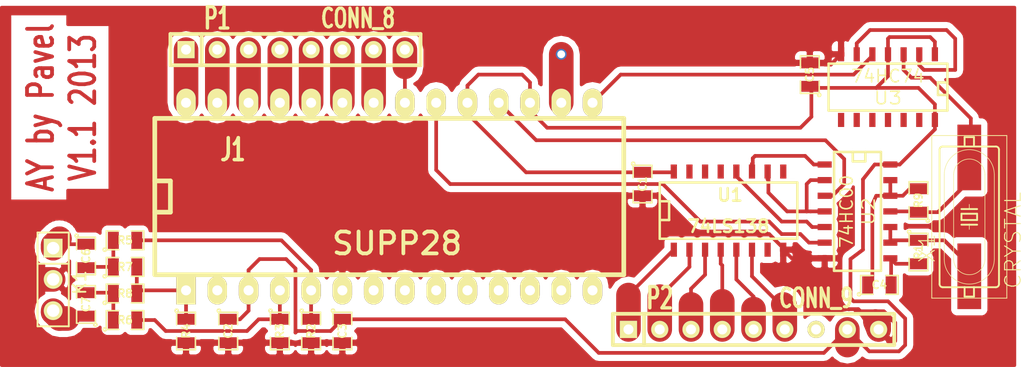
<source format=kicad_pcb>
(kicad_pcb (version 3) (host pcbnew "(2013-may-18)-stable")

  (general
    (links 71)
    (no_connects 1)
    (area 70.495885 61.99124 157.39745 91.567001)
    (thickness 1.6002)
    (drawings 2)
    (tracks 240)
    (zones 0)
    (modules 24)
    (nets 36)
  )

  (page A4)
  (layers
    (15 Front signal)
    (0 Back signal)
    (16 B.Adhes user)
    (17 F.Adhes user)
    (18 B.Paste user)
    (19 F.Paste user)
    (20 B.SilkS user)
    (21 F.SilkS user)
    (22 B.Mask user)
    (23 F.Mask user)
    (24 Dwgs.User user)
    (25 Cmts.User user)
    (26 Eco1.User user)
    (27 Eco2.User user)
    (28 Edge.Cuts user)
  )

  (setup
    (last_trace_width 0.29972)
    (trace_clearance 0.254)
    (zone_clearance 0.508)
    (zone_45_only no)
    (trace_min 0.2032)
    (segment_width 0.381)
    (edge_width 0.381)
    (via_size 0.889)
    (via_drill 0.635)
    (via_min_size 0.889)
    (via_min_drill 0.508)
    (uvia_size 0.508)
    (uvia_drill 0.127)
    (uvias_allowed no)
    (uvia_min_size 0.508)
    (uvia_min_drill 0.127)
    (pcb_text_width 0.3048)
    (pcb_text_size 1.524 2.032)
    (mod_edge_width 0.381)
    (mod_text_size 1.524 1.524)
    (mod_text_width 0.3048)
    (pad_size 1.524 1.524)
    (pad_drill 0.8128)
    (pad_to_mask_clearance 0.254)
    (aux_axis_origin 0 0)
    (visible_elements FFFFFFBF)
    (pcbplotparams
      (layerselection 3178497)
      (usegerberextensions true)
      (excludeedgelayer true)
      (linewidth 0.100000)
      (plotframeref false)
      (viasonmask false)
      (mode 1)
      (useauxorigin false)
      (hpglpennumber 1)
      (hpglpenspeed 20)
      (hpglpendiameter 15)
      (hpglpenoverlay 2)
      (psnegative false)
      (psa4output false)
      (plotreference true)
      (plotvalue true)
      (plotothertext true)
      (plotinvisibletext false)
      (padsonsilk false)
      (subtractmaskfromsilk false)
      (outputformat 1)
      (mirror false)
      (drillshape 1)
      (scaleselection 1)
      (outputdirectory ""))
  )

  (net 0 "")
  (net 1 /A)
  (net 2 /A1)
  (net 3 /A14)
  (net 4 /A15)
  (net 5 /B)
  (net 6 /BC1)
  (net 7 /C)
  (net 8 /CLK)
  (net 9 /D0)
  (net 10 /D1)
  (net 11 /D2)
  (net 12 /D3)
  (net 13 /D4)
  (net 14 /D5)
  (net 15 /D6)
  (net 16 /D7)
  (net 17 /DIR)
  (net 18 /IORQ)
  (net 19 /RD)
  (net 20 /RESET)
  (net 21 /WR)
  (net 22 GND)
  (net 23 N-000001)
  (net 24 N-0000010)
  (net 25 N-0000011)
  (net 26 N-0000012)
  (net 27 N-0000013)
  (net 28 N-000002)
  (net 29 N-000003)
  (net 30 N-000004)
  (net 31 N-000005)
  (net 32 N-000006)
  (net 33 N-000007)
  (net 34 N-000008)
  (net 35 VCC)

  (net_class Default "This is the default net class."
    (clearance 0.254)
    (trace_width 0.29972)
    (via_dia 0.889)
    (via_drill 0.635)
    (uvia_dia 0.508)
    (uvia_drill 0.127)
    (add_net "")
    (add_net /A)
    (add_net /A1)
    (add_net /A14)
    (add_net /A15)
    (add_net /B)
    (add_net /BC1)
    (add_net /C)
    (add_net /CLK)
    (add_net /D0)
    (add_net /D1)
    (add_net /D2)
    (add_net /D3)
    (add_net /D4)
    (add_net /D5)
    (add_net /D6)
    (add_net /D7)
    (add_net /DIR)
    (add_net /IORQ)
    (add_net /RD)
    (add_net /RESET)
    (add_net /WR)
    (add_net GND)
    (add_net N-000001)
    (add_net N-0000010)
    (add_net N-0000011)
    (add_net N-0000012)
    (add_net N-0000013)
    (add_net N-000002)
    (add_net N-000003)
    (add_net N-000004)
    (add_net N-000005)
    (add_net N-000006)
    (add_net N-000007)
    (add_net N-000008)
    (add_net VCC)
  )

  (module crystal-HC49UP (layer Front) (tedit 200000) (tstamp 4C091759)
    (at 152.908 79.375 90)
    (descr CRYSTAL)
    (tags CRYSTAL)
    (path /4C0910E7)
    (attr smd)
    (fp_text reference X1 (at -2.54 -3.429 90) (layer F.SilkS)
      (effects (font (size 1.27 1.27) (thickness 0.0889)))
    )
    (fp_text value CRYSTAL (at -1.905 3.556 90) (layer F.SilkS)
      (effects (font (size 1.27 1.27) (thickness 0.0889)))
    )
    (fp_line (start -6.604 3.048) (end 6.604 3.048) (layer F.SilkS) (width 0.06604))
    (fp_line (start 6.604 3.048) (end 6.604 -3.048) (layer F.SilkS) (width 0.06604))
    (fp_line (start -6.604 -3.048) (end 6.604 -3.048) (layer F.SilkS) (width 0.06604))
    (fp_line (start -6.604 3.048) (end -6.604 -3.048) (layer F.SilkS) (width 0.06604))
    (fp_line (start -5.715 -1.143) (end -5.715 -2.159) (layer F.SilkS) (width 0.1524))
    (fp_line (start 5.715 -1.143) (end 5.715 -2.159) (layer F.SilkS) (width 0.1524))
    (fp_line (start 3.429 1.27) (end -3.429 1.27) (layer F.SilkS) (width 0.0508))
    (fp_line (start 3.429 2.032) (end -3.429 2.032) (layer F.SilkS) (width 0.0508))
    (fp_line (start -3.429 -1.27) (end 3.429 -1.27) (layer F.SilkS) (width 0.0508))
    (fp_line (start 5.461 2.413) (end -5.461 2.413) (layer F.SilkS) (width 0.1524))
    (fp_line (start 5.715 0.381) (end 6.477 0.381) (layer F.SilkS) (width 0.1524))
    (fp_line (start 5.715 -0.381) (end 6.477 -0.381) (layer F.SilkS) (width 0.1524))
    (fp_line (start 6.477 0.381) (end 6.477 -0.381) (layer F.SilkS) (width 0.1524))
    (fp_line (start 5.715 1.143) (end 5.715 -1.143) (layer F.SilkS) (width 0.1524))
    (fp_line (start 5.715 2.159) (end 5.715 1.143) (layer F.SilkS) (width 0.1524))
    (fp_line (start -6.477 0.381) (end -6.477 -0.381) (layer F.SilkS) (width 0.1524))
    (fp_line (start -5.715 1.143) (end -5.715 0.381) (layer F.SilkS) (width 0.1524))
    (fp_line (start -5.715 0.381) (end -5.715 -0.381) (layer F.SilkS) (width 0.1524))
    (fp_line (start -5.715 -0.381) (end -5.715 -1.143) (layer F.SilkS) (width 0.1524))
    (fp_line (start -5.715 2.159) (end -5.715 1.143) (layer F.SilkS) (width 0.1524))
    (fp_line (start -5.715 0.381) (end -6.477 0.381) (layer F.SilkS) (width 0.1524))
    (fp_line (start -5.715 -0.381) (end -6.477 -0.381) (layer F.SilkS) (width 0.1524))
    (fp_line (start -3.429 -2.032) (end 3.429 -2.032) (layer F.SilkS) (width 0.0508))
    (fp_line (start 5.461 -2.413) (end -5.461 -2.413) (layer F.SilkS) (width 0.1524))
    (fp_line (start -0.254 -0.635) (end -0.254 0.635) (layer F.SilkS) (width 0.1524))
    (fp_line (start -0.254 0.635) (end 0.254 0.635) (layer F.SilkS) (width 0.1524))
    (fp_line (start 0.254 0.635) (end 0.254 -0.635) (layer F.SilkS) (width 0.1524))
    (fp_line (start 0.254 -0.635) (end -0.254 -0.635) (layer F.SilkS) (width 0.1524))
    (fp_line (start -0.635 -0.635) (end -0.635 0) (layer F.SilkS) (width 0.1524))
    (fp_line (start -0.635 0) (end -0.635 0.635) (layer F.SilkS) (width 0.1524))
    (fp_line (start -0.635 0) (end -1.016 0) (layer F.SilkS) (width 0.0508))
    (fp_line (start 0.635 -0.635) (end 0.635 0) (layer F.SilkS) (width 0.1524))
    (fp_line (start 0.635 0) (end 0.635 0.635) (layer F.SilkS) (width 0.1524))
    (fp_line (start 0.635 0) (end 1.016 0) (layer F.SilkS) (width 0.0508))
    (fp_arc (start -3.42646 0) (end -5.10794 -1.143) (angle 55.7) (layer F.SilkS) (width 0.0508))
    (fp_arc (start 3.429 0) (end 3.429 -2.032) (angle 55.7) (layer F.SilkS) (width 0.0508))
    (fp_arc (start 5.461 2.159) (end 5.715 2.159) (angle 90) (layer F.SilkS) (width 0.1524))
    (fp_arc (start 3.429 0) (end 3.98018 1.143) (angle 25.8) (layer F.SilkS) (width 0.0508))
    (fp_arc (start 3.429 0) (end 3.429 -1.27) (angle 25.8) (layer F.SilkS) (width 0.0508))
    (fp_arc (start 3.42646 0) (end 5.10794 1.14046) (angle 55.7) (layer F.SilkS) (width 0.0508))
    (fp_arc (start 3.429 0) (end 3.98018 -1.143) (angle 128.3) (layer F.SilkS) (width 0.0508))
    (fp_arc (start 3.429 0) (end 5.10794 -1.143) (angle 68.4) (layer F.SilkS) (width 0.0508))
    (fp_arc (start -3.429 0) (end -3.429 2.032) (angle 55.7) (layer F.SilkS) (width 0.0508))
    (fp_arc (start -3.429 0) (end -3.98018 1.143) (angle 128.3) (layer F.SilkS) (width 0.0508))
    (fp_arc (start -3.429 0) (end -3.429 1.27) (angle 25.8) (layer F.SilkS) (width 0.0508))
    (fp_arc (start -3.429 0) (end -3.98018 -1.143) (angle 25.8) (layer F.SilkS) (width 0.0508))
    (fp_arc (start -3.429 0) (end -5.10794 1.143) (angle 68.4) (layer F.SilkS) (width 0.0508))
    (fp_arc (start -5.461 2.159) (end -5.461 2.413) (angle 90) (layer F.SilkS) (width 0.1524))
    (fp_arc (start 5.461 -2.159) (end 5.461 -2.413) (angle 90) (layer F.SilkS) (width 0.1524))
    (fp_arc (start -5.461 -2.159) (end -5.715 -2.159) (angle 90) (layer F.SilkS) (width 0.1524))
    (pad 1 smd rect (at -4.826 0 90) (size 5.334 1.9304)
      (layers Front F.Paste F.Mask)
      (net 26 N-0000012)
    )
    (pad 2 smd rect (at 4.826 0 90) (size 5.334 1.9304)
      (layers Front F.Paste F.Mask)
      (net 28 N-000002)
    )
  )

  (module DIP-28__600_ELL (layer Front) (tedit 200000) (tstamp 4C09175A)
    (at 105.791 77.724)
    (descr "28 pins DIL package, elliptical pads, width 600mil")
    (tags DIL)
    (path /4C09103B)
    (fp_text reference J1 (at -12.7 -3.81) (layer F.SilkS)
      (effects (font (size 1.778 1.143) (thickness 0.28702)))
    )
    (fp_text value SUPP28 (at 0.635 3.81) (layer F.SilkS)
      (effects (font (size 1.778 1.778) (thickness 0.3048)))
    )
    (fp_line (start -19.05 -1.27) (end -19.05 -1.27) (layer F.SilkS) (width 0.381))
    (fp_line (start -19.05 -1.27) (end -17.78 -1.27) (layer F.SilkS) (width 0.381))
    (fp_line (start -17.78 -1.27) (end -17.78 1.27) (layer F.SilkS) (width 0.381))
    (fp_line (start -17.78 1.27) (end -19.05 1.27) (layer F.SilkS) (width 0.381))
    (fp_line (start -19.05 -6.35) (end 19.05 -6.35) (layer F.SilkS) (width 0.381))
    (fp_line (start 19.05 -6.35) (end 19.05 6.35) (layer F.SilkS) (width 0.381))
    (fp_line (start 19.05 6.35) (end -19.05 6.35) (layer F.SilkS) (width 0.381))
    (fp_line (start -19.05 6.35) (end -19.05 -6.35) (layer F.SilkS) (width 0.381))
    (pad 1 thru_hole rect (at -16.51 7.62) (size 1.5748 2.286) (drill 0.8128)
      (layers *.Cu *.Mask F.SilkS)
      (net 7 /C)
    )
    (pad 2 thru_hole oval (at -13.97 7.62) (size 1.5748 2.286) (drill 0.8128)
      (layers *.Cu *.Mask F.SilkS)
    )
    (pad 3 thru_hole oval (at -11.43 7.62) (size 1.5748 2.286) (drill 0.8128)
      (layers *.Cu *.Mask F.SilkS)
      (net 35 VCC)
    )
    (pad 4 thru_hole oval (at -8.89 7.62) (size 1.5748 2.286) (drill 0.8128)
      (layers *.Cu *.Mask F.SilkS)
      (net 5 /B)
    )
    (pad 5 thru_hole oval (at -6.35 7.62) (size 1.5748 2.286) (drill 0.8128)
      (layers *.Cu *.Mask F.SilkS)
      (net 1 /A)
    )
    (pad 6 thru_hole oval (at -3.81 7.62) (size 1.5748 2.286) (drill 0.8128)
      (layers *.Cu *.Mask F.SilkS)
      (net 22 GND)
    )
    (pad 7 thru_hole oval (at -1.27 7.62) (size 1.5748 2.286) (drill 0.8128)
      (layers *.Cu *.Mask F.SilkS)
    )
    (pad 8 thru_hole oval (at 1.27 7.62) (size 1.5748 2.286) (drill 0.8128)
      (layers *.Cu *.Mask F.SilkS)
    )
    (pad 9 thru_hole oval (at 3.81 7.62) (size 1.5748 2.286) (drill 0.8128)
      (layers *.Cu *.Mask F.SilkS)
    )
    (pad 10 thru_hole oval (at 6.35 7.62) (size 1.5748 2.286) (drill 0.8128)
      (layers *.Cu *.Mask F.SilkS)
    )
    (pad 11 thru_hole oval (at 8.89 7.62) (size 1.5748 2.286) (drill 0.8128)
      (layers *.Cu *.Mask F.SilkS)
    )
    (pad 12 thru_hole oval (at 11.43 7.62) (size 1.5748 2.286) (drill 0.8128)
      (layers *.Cu *.Mask F.SilkS)
    )
    (pad 13 thru_hole oval (at 13.97 7.62) (size 1.5748 2.286) (drill 0.8128)
      (layers *.Cu *.Mask F.SilkS)
    )
    (pad 14 thru_hole oval (at 16.51 7.62) (size 1.5748 2.286) (drill 0.8128)
      (layers *.Cu *.Mask F.SilkS)
    )
    (pad 15 thru_hole oval (at 16.51 -7.62) (size 1.5748 2.286) (drill 0.8128)
      (layers *.Cu *.Mask F.SilkS)
      (net 8 /CLK)
    )
    (pad 16 thru_hole oval (at 13.97 -7.62) (size 1.5748 2.286) (drill 0.8128)
      (layers *.Cu *.Mask F.SilkS)
      (net 20 /RESET)
    )
    (pad 17 thru_hole oval (at 11.43 -7.62) (size 1.5748 2.286) (drill 0.8128)
      (layers *.Cu *.Mask F.SilkS)
      (net 35 VCC)
    )
    (pad 18 thru_hole oval (at 8.89 -7.62) (size 1.5748 2.286) (drill 0.8128)
      (layers *.Cu *.Mask F.SilkS)
      (net 17 /DIR)
    )
    (pad 19 thru_hole oval (at 6.35 -7.62) (size 1.5748 2.286) (drill 0.8128)
      (layers *.Cu *.Mask F.SilkS)
      (net 35 VCC)
    )
    (pad 20 thru_hole oval (at 3.81 -7.62) (size 1.5748 2.286) (drill 0.8128)
      (layers *.Cu *.Mask F.SilkS)
      (net 6 /BC1)
    )
    (pad 21 thru_hole oval (at 1.27 -7.62) (size 1.5748 2.286) (drill 0.8128)
      (layers *.Cu *.Mask F.SilkS)
      (net 16 /D7)
    )
    (pad 22 thru_hole oval (at -1.27 -7.62) (size 1.5748 2.286) (drill 0.8128)
      (layers *.Cu *.Mask F.SilkS)
      (net 15 /D6)
    )
    (pad 23 thru_hole oval (at -3.81 -7.62) (size 1.5748 2.286) (drill 0.8128)
      (layers *.Cu *.Mask F.SilkS)
      (net 14 /D5)
    )
    (pad 24 thru_hole oval (at -6.35 -7.62) (size 1.5748 2.286) (drill 0.8128)
      (layers *.Cu *.Mask F.SilkS)
      (net 13 /D4)
    )
    (pad 25 thru_hole oval (at -8.89 -7.62) (size 1.5748 2.286) (drill 0.8128)
      (layers *.Cu *.Mask F.SilkS)
      (net 12 /D3)
    )
    (pad 26 thru_hole oval (at -11.43 -7.62) (size 1.5748 2.286) (drill 0.8128)
      (layers *.Cu *.Mask F.SilkS)
      (net 11 /D2)
    )
    (pad 27 thru_hole oval (at -13.97 -7.62) (size 1.5748 2.286) (drill 0.8128)
      (layers *.Cu *.Mask F.SilkS)
      (net 10 /D1)
    )
    (pad 28 thru_hole oval (at -16.51 -7.62) (size 1.5748 2.286) (drill 0.8128)
      (layers *.Cu *.Mask F.SilkS)
      (net 9 /D0)
    )
    (model dil/dil_28-w600.wrl
      (at (xyz 0 0 0))
      (scale (xyz 1 1 1))
      (rotate (xyz 0 0 0))
    )
  )

  (module PIN_ARRAY_3X1 (layer Front) (tedit 4565C6B8) (tstamp 4C09175B)
    (at 78.486 84.455 270)
    (descr "Connecteur 3 pins")
    (tags "CONN DEV")
    (path /4C091486)
    (fp_text reference K1 (at 0.254 -2.159 270) (layer F.SilkS)
      (effects (font (size 1.016 1.016) (thickness 0.1524)))
    )
    (fp_text value CONN_3 (at 0 -2.159 270) (layer F.SilkS) hide
      (effects (font (size 1.016 1.016) (thickness 0.1524)))
    )
    (fp_line (start -3.81 1.27) (end -3.81 -1.27) (layer F.SilkS) (width 0.1524))
    (fp_line (start -3.81 -1.27) (end 3.81 -1.27) (layer F.SilkS) (width 0.1524))
    (fp_line (start 3.81 -1.27) (end 3.81 1.27) (layer F.SilkS) (width 0.1524))
    (fp_line (start 3.81 1.27) (end -3.81 1.27) (layer F.SilkS) (width 0.1524))
    (fp_line (start -1.27 -1.27) (end -1.27 1.27) (layer F.SilkS) (width 0.1524))
    (pad 1 thru_hole rect (at -2.54 0 270) (size 1.524 1.524) (drill 1.016)
      (layers *.Cu *.Mask F.SilkS)
      (net 33 N-000007)
    )
    (pad 2 thru_hole circle (at 0 0 270) (size 1.524 1.524) (drill 1.016)
      (layers *.Cu *.Mask F.SilkS)
      (net 22 GND)
    )
    (pad 3 thru_hole circle (at 2.54 0 270) (size 1.524 1.524) (drill 1.016)
      (layers *.Cu *.Mask F.SilkS)
      (net 31 N-000005)
    )
    (model pin_array/pins_array_3x1.wrl
      (at (xyz 0 0 0))
      (scale (xyz 1 1 1))
      (rotate (xyz 0 0 0))
    )
  )

  (module SM0805 (layer Front) (tedit 42806E04) (tstamp 4C09175D)
    (at 148.7805 78.0415 90)
    (path /4C0910D6)
    (attr smd)
    (fp_text reference R9 (at 0 0 90) (layer F.SilkS)
      (effects (font (size 0.635 0.635) (thickness 0.127)))
    )
    (fp_text value R (at 0 0 90) (layer F.SilkS) hide
      (effects (font (size 0.635 0.635) (thickness 0.127)))
    )
    (fp_circle (center -1.651 0.762) (end -1.651 0.635) (layer F.SilkS) (width 0.127))
    (fp_line (start -0.508 0.762) (end -1.524 0.762) (layer F.SilkS) (width 0.127))
    (fp_line (start -1.524 0.762) (end -1.524 -0.762) (layer F.SilkS) (width 0.127))
    (fp_line (start -1.524 -0.762) (end -0.508 -0.762) (layer F.SilkS) (width 0.127))
    (fp_line (start 0.508 -0.762) (end 1.524 -0.762) (layer F.SilkS) (width 0.127))
    (fp_line (start 1.524 -0.762) (end 1.524 0.762) (layer F.SilkS) (width 0.127))
    (fp_line (start 1.524 0.762) (end 0.508 0.762) (layer F.SilkS) (width 0.127))
    (pad 1 smd rect (at -0.9525 0 90) (size 0.889 1.397)
      (layers Front F.Paste F.Mask)
      (net 28 N-000002)
    )
    (pad 2 smd rect (at 0.9525 0 90) (size 0.889 1.397)
      (layers Front F.Paste F.Mask)
      (net 23 N-000001)
    )
    (model smd/chip_cms.wrl
      (at (xyz 0 0 0))
      (scale (xyz 0.1 0.1 0.1))
      (rotate (xyz 0 0 0))
    )
  )

  (module SM0805 (layer Front) (tedit 42806E04) (tstamp 4C09175F)
    (at 84.328 85.598)
    (path /4C0910A4)
    (attr smd)
    (fp_text reference R8 (at 0 0) (layer F.SilkS)
      (effects (font (size 0.635 0.635) (thickness 0.127)))
    )
    (fp_text value R (at 0 0) (layer F.SilkS) hide
      (effects (font (size 0.635 0.635) (thickness 0.127)))
    )
    (fp_circle (center -1.651 0.762) (end -1.651 0.635) (layer F.SilkS) (width 0.127))
    (fp_line (start -0.508 0.762) (end -1.524 0.762) (layer F.SilkS) (width 0.127))
    (fp_line (start -1.524 0.762) (end -1.524 -0.762) (layer F.SilkS) (width 0.127))
    (fp_line (start -1.524 -0.762) (end -0.508 -0.762) (layer F.SilkS) (width 0.127))
    (fp_line (start 0.508 -0.762) (end 1.524 -0.762) (layer F.SilkS) (width 0.127))
    (fp_line (start 1.524 -0.762) (end 1.524 0.762) (layer F.SilkS) (width 0.127))
    (fp_line (start 1.524 0.762) (end 0.508 0.762) (layer F.SilkS) (width 0.127))
    (pad 1 smd rect (at -0.9525 0) (size 0.889 1.397)
      (layers Front F.Paste F.Mask)
      (net 32 N-000006)
    )
    (pad 2 smd rect (at 0.9525 0) (size 0.889 1.397)
      (layers Front F.Paste F.Mask)
      (net 7 /C)
    )
    (model smd/chip_cms.wrl
      (at (xyz 0 0 0))
      (scale (xyz 0.1 0.1 0.1))
      (rotate (xyz 0 0 0))
    )
  )

  (module SM0805 (layer Front) (tedit 42806E04) (tstamp 4C091761)
    (at 84.328 83.439)
    (path /4C0910A1)
    (attr smd)
    (fp_text reference R7 (at 0 0) (layer F.SilkS)
      (effects (font (size 0.635 0.635) (thickness 0.127)))
    )
    (fp_text value R (at 0 0) (layer F.SilkS) hide
      (effects (font (size 0.635 0.635) (thickness 0.127)))
    )
    (fp_circle (center -1.651 0.762) (end -1.651 0.635) (layer F.SilkS) (width 0.127))
    (fp_line (start -0.508 0.762) (end -1.524 0.762) (layer F.SilkS) (width 0.127))
    (fp_line (start -1.524 0.762) (end -1.524 -0.762) (layer F.SilkS) (width 0.127))
    (fp_line (start -1.524 -0.762) (end -0.508 -0.762) (layer F.SilkS) (width 0.127))
    (fp_line (start 0.508 -0.762) (end 1.524 -0.762) (layer F.SilkS) (width 0.127))
    (fp_line (start 1.524 -0.762) (end 1.524 0.762) (layer F.SilkS) (width 0.127))
    (fp_line (start 1.524 0.762) (end 0.508 0.762) (layer F.SilkS) (width 0.127))
    (pad 1 smd rect (at -0.9525 0) (size 0.889 1.397)
      (layers Front F.Paste F.Mask)
      (net 34 N-000008)
    )
    (pad 2 smd rect (at 0.9525 0) (size 0.889 1.397)
      (layers Front F.Paste F.Mask)
      (net 7 /C)
    )
    (model smd/chip_cms.wrl
      (at (xyz 0 0 0))
      (scale (xyz 0.1 0.1 0.1))
      (rotate (xyz 0 0 0))
    )
  )

  (module SM0805 (layer Front) (tedit 42806E04) (tstamp 4C091763)
    (at 84.328 87.757)
    (path /4C09109D)
    (attr smd)
    (fp_text reference R6 (at 0 0) (layer F.SilkS)
      (effects (font (size 0.635 0.635) (thickness 0.127)))
    )
    (fp_text value R (at 0 0) (layer F.SilkS) hide
      (effects (font (size 0.635 0.635) (thickness 0.127)))
    )
    (fp_circle (center -1.651 0.762) (end -1.651 0.635) (layer F.SilkS) (width 0.127))
    (fp_line (start -0.508 0.762) (end -1.524 0.762) (layer F.SilkS) (width 0.127))
    (fp_line (start -1.524 0.762) (end -1.524 -0.762) (layer F.SilkS) (width 0.127))
    (fp_line (start -1.524 -0.762) (end -0.508 -0.762) (layer F.SilkS) (width 0.127))
    (fp_line (start 0.508 -0.762) (end 1.524 -0.762) (layer F.SilkS) (width 0.127))
    (fp_line (start 1.524 -0.762) (end 1.524 0.762) (layer F.SilkS) (width 0.127))
    (fp_line (start 1.524 0.762) (end 0.508 0.762) (layer F.SilkS) (width 0.127))
    (pad 1 smd rect (at -0.9525 0) (size 0.889 1.397)
      (layers Front F.Paste F.Mask)
      (net 32 N-000006)
    )
    (pad 2 smd rect (at 0.9525 0) (size 0.889 1.397)
      (layers Front F.Paste F.Mask)
      (net 5 /B)
    )
    (model smd/chip_cms.wrl
      (at (xyz 0 0 0))
      (scale (xyz 0.1 0.1 0.1))
      (rotate (xyz 0 0 0))
    )
  )

  (module SM0805 (layer Front) (tedit 42806E04) (tstamp 4C091765)
    (at 145.6055 84.8995)
    (path /4C091061)
    (attr smd)
    (fp_text reference C4 (at 0 0) (layer F.SilkS)
      (effects (font (size 0.635 0.635) (thickness 0.127)))
    )
    (fp_text value C (at 0 0) (layer F.SilkS) hide
      (effects (font (size 0.635 0.635) (thickness 0.127)))
    )
    (fp_circle (center -1.651 0.762) (end -1.651 0.635) (layer F.SilkS) (width 0.127))
    (fp_line (start -0.508 0.762) (end -1.524 0.762) (layer F.SilkS) (width 0.127))
    (fp_line (start -1.524 0.762) (end -1.524 -0.762) (layer F.SilkS) (width 0.127))
    (fp_line (start -1.524 -0.762) (end -0.508 -0.762) (layer F.SilkS) (width 0.127))
    (fp_line (start 0.508 -0.762) (end 1.524 -0.762) (layer F.SilkS) (width 0.127))
    (fp_line (start 1.524 -0.762) (end 1.524 0.762) (layer F.SilkS) (width 0.127))
    (fp_line (start 1.524 0.762) (end 0.508 0.762) (layer F.SilkS) (width 0.127))
    (pad 1 smd rect (at -0.9525 0) (size 0.889 1.397)
      (layers Front F.Paste F.Mask)
      (net 23 N-000001)
    )
    (pad 2 smd rect (at 0.9525 0) (size 0.889 1.397)
      (layers Front F.Paste F.Mask)
      (net 30 N-000004)
    )
    (model smd/chip_cms.wrl
      (at (xyz 0 0 0))
      (scale (xyz 0.1 0.1 0.1))
      (rotate (xyz 0 0 0))
    )
  )

  (module SM0805 (layer Front) (tedit 42806E04) (tstamp 4C091767)
    (at 89.281 88.646 270)
    (path /4C0910B8)
    (attr smd)
    (fp_text reference R4 (at 0 0 270) (layer F.SilkS)
      (effects (font (size 0.635 0.635) (thickness 0.127)))
    )
    (fp_text value R (at 0 0 270) (layer F.SilkS) hide
      (effects (font (size 0.635 0.635) (thickness 0.127)))
    )
    (fp_circle (center -1.651 0.762) (end -1.651 0.635) (layer F.SilkS) (width 0.127))
    (fp_line (start -0.508 0.762) (end -1.524 0.762) (layer F.SilkS) (width 0.127))
    (fp_line (start -1.524 0.762) (end -1.524 -0.762) (layer F.SilkS) (width 0.127))
    (fp_line (start -1.524 -0.762) (end -0.508 -0.762) (layer F.SilkS) (width 0.127))
    (fp_line (start 0.508 -0.762) (end 1.524 -0.762) (layer F.SilkS) (width 0.127))
    (fp_line (start 1.524 -0.762) (end 1.524 0.762) (layer F.SilkS) (width 0.127))
    (fp_line (start 1.524 0.762) (end 0.508 0.762) (layer F.SilkS) (width 0.127))
    (pad 1 smd rect (at -0.9525 0 270) (size 0.889 1.397)
      (layers Front F.Paste F.Mask)
      (net 7 /C)
    )
    (pad 2 smd rect (at 0.9525 0 270) (size 0.889 1.397)
      (layers Front F.Paste F.Mask)
      (net 22 GND)
    )
    (model smd/chip_cms.wrl
      (at (xyz 0 0 0))
      (scale (xyz 0.1 0.1 0.1))
      (rotate (xyz 0 0 0))
    )
  )

  (module SM0805 (layer Front) (tedit 42806E04) (tstamp 4C091769)
    (at 96.901 88.646 270)
    (path /4C0910B5)
    (attr smd)
    (fp_text reference R3 (at 0 0 270) (layer F.SilkS)
      (effects (font (size 0.635 0.635) (thickness 0.127)))
    )
    (fp_text value R (at 0 0 270) (layer F.SilkS) hide
      (effects (font (size 0.635 0.635) (thickness 0.127)))
    )
    (fp_circle (center -1.651 0.762) (end -1.651 0.635) (layer F.SilkS) (width 0.127))
    (fp_line (start -0.508 0.762) (end -1.524 0.762) (layer F.SilkS) (width 0.127))
    (fp_line (start -1.524 0.762) (end -1.524 -0.762) (layer F.SilkS) (width 0.127))
    (fp_line (start -1.524 -0.762) (end -0.508 -0.762) (layer F.SilkS) (width 0.127))
    (fp_line (start 0.508 -0.762) (end 1.524 -0.762) (layer F.SilkS) (width 0.127))
    (fp_line (start 1.524 -0.762) (end 1.524 0.762) (layer F.SilkS) (width 0.127))
    (fp_line (start 1.524 0.762) (end 0.508 0.762) (layer F.SilkS) (width 0.127))
    (pad 1 smd rect (at -0.9525 0 270) (size 0.889 1.397)
      (layers Front F.Paste F.Mask)
      (net 5 /B)
    )
    (pad 2 smd rect (at 0.9525 0 270) (size 0.889 1.397)
      (layers Front F.Paste F.Mask)
      (net 22 GND)
    )
    (model smd/chip_cms.wrl
      (at (xyz 0 0 0))
      (scale (xyz 0.1 0.1 0.1))
      (rotate (xyz 0 0 0))
    )
  )

  (module SM0805 (layer Front) (tedit 42806E04) (tstamp 4C09176B)
    (at 99.441 88.646 270)
    (path /4C0910AC)
    (attr smd)
    (fp_text reference R2 (at 0 0 270) (layer F.SilkS)
      (effects (font (size 0.635 0.635) (thickness 0.127)))
    )
    (fp_text value R (at 0 0 270) (layer F.SilkS) hide
      (effects (font (size 0.635 0.635) (thickness 0.127)))
    )
    (fp_circle (center -1.651 0.762) (end -1.651 0.635) (layer F.SilkS) (width 0.127))
    (fp_line (start -0.508 0.762) (end -1.524 0.762) (layer F.SilkS) (width 0.127))
    (fp_line (start -1.524 0.762) (end -1.524 -0.762) (layer F.SilkS) (width 0.127))
    (fp_line (start -1.524 -0.762) (end -0.508 -0.762) (layer F.SilkS) (width 0.127))
    (fp_line (start 0.508 -0.762) (end 1.524 -0.762) (layer F.SilkS) (width 0.127))
    (fp_line (start 1.524 -0.762) (end 1.524 0.762) (layer F.SilkS) (width 0.127))
    (fp_line (start 1.524 0.762) (end 0.508 0.762) (layer F.SilkS) (width 0.127))
    (pad 1 smd rect (at -0.9525 0 270) (size 0.889 1.397)
      (layers Front F.Paste F.Mask)
      (net 1 /A)
    )
    (pad 2 smd rect (at 0.9525 0 270) (size 0.889 1.397)
      (layers Front F.Paste F.Mask)
      (net 22 GND)
    )
    (model smd/chip_cms.wrl
      (at (xyz 0 0 0))
      (scale (xyz 0.1 0.1 0.1))
      (rotate (xyz 0 0 0))
    )
  )

  (module SM0805 (layer Front) (tedit 42806E04) (tstamp 4C09176D)
    (at 148.7805 82.2325 270)
    (path /4C0910D2)
    (attr smd)
    (fp_text reference R1 (at 0 0 270) (layer F.SilkS)
      (effects (font (size 0.635 0.635) (thickness 0.127)))
    )
    (fp_text value R (at 0 0 270) (layer F.SilkS) hide
      (effects (font (size 0.635 0.635) (thickness 0.127)))
    )
    (fp_circle (center -1.651 0.762) (end -1.651 0.635) (layer F.SilkS) (width 0.127))
    (fp_line (start -0.508 0.762) (end -1.524 0.762) (layer F.SilkS) (width 0.127))
    (fp_line (start -1.524 0.762) (end -1.524 -0.762) (layer F.SilkS) (width 0.127))
    (fp_line (start -1.524 -0.762) (end -0.508 -0.762) (layer F.SilkS) (width 0.127))
    (fp_line (start 0.508 -0.762) (end 1.524 -0.762) (layer F.SilkS) (width 0.127))
    (fp_line (start 1.524 -0.762) (end 1.524 0.762) (layer F.SilkS) (width 0.127))
    (fp_line (start 1.524 0.762) (end 0.508 0.762) (layer F.SilkS) (width 0.127))
    (pad 1 smd rect (at -0.9525 0 270) (size 0.889 1.397)
      (layers Front F.Paste F.Mask)
      (net 26 N-0000012)
    )
    (pad 2 smd rect (at 0.9525 0 270) (size 0.889 1.397)
      (layers Front F.Paste F.Mask)
      (net 30 N-000004)
    )
    (model smd/chip_cms.wrl
      (at (xyz 0 0 0))
      (scale (xyz 0.1 0.1 0.1))
      (rotate (xyz 0 0 0))
    )
  )

  (module SM0805 (layer Front) (tedit 42806E04) (tstamp 4C09176F)
    (at 92.71 88.646 270)
    (path /4C09106E)
    (attr smd)
    (fp_text reference C2 (at 0 0 270) (layer F.SilkS)
      (effects (font (size 0.635 0.635) (thickness 0.127)))
    )
    (fp_text value C (at 0 0 270) (layer F.SilkS) hide
      (effects (font (size 0.635 0.635) (thickness 0.127)))
    )
    (fp_circle (center -1.651 0.762) (end -1.651 0.635) (layer F.SilkS) (width 0.127))
    (fp_line (start -0.508 0.762) (end -1.524 0.762) (layer F.SilkS) (width 0.127))
    (fp_line (start -1.524 0.762) (end -1.524 -0.762) (layer F.SilkS) (width 0.127))
    (fp_line (start -1.524 -0.762) (end -0.508 -0.762) (layer F.SilkS) (width 0.127))
    (fp_line (start 0.508 -0.762) (end 1.524 -0.762) (layer F.SilkS) (width 0.127))
    (fp_line (start 1.524 -0.762) (end 1.524 0.762) (layer F.SilkS) (width 0.127))
    (fp_line (start 1.524 0.762) (end 0.508 0.762) (layer F.SilkS) (width 0.127))
    (pad 1 smd rect (at -0.9525 0 270) (size 0.889 1.397)
      (layers Front F.Paste F.Mask)
      (net 35 VCC)
    )
    (pad 2 smd rect (at 0.9525 0 270) (size 0.889 1.397)
      (layers Front F.Paste F.Mask)
      (net 22 GND)
    )
    (model smd/chip_cms.wrl
      (at (xyz 0 0 0))
      (scale (xyz 0.1 0.1 0.1))
      (rotate (xyz 0 0 0))
    )
  )

  (module SM0805 (layer Front) (tedit 42806E04) (tstamp 4C091771)
    (at 101.981 88.646 270)
    (path /4C0910F8)
    (attr smd)
    (fp_text reference C3 (at 0 0 270) (layer F.SilkS)
      (effects (font (size 0.635 0.635) (thickness 0.127)))
    )
    (fp_text value C (at 0 0 270) (layer F.SilkS) hide
      (effects (font (size 0.635 0.635) (thickness 0.127)))
    )
    (fp_circle (center -1.651 0.762) (end -1.651 0.635) (layer F.SilkS) (width 0.127))
    (fp_line (start -0.508 0.762) (end -1.524 0.762) (layer F.SilkS) (width 0.127))
    (fp_line (start -1.524 0.762) (end -1.524 -0.762) (layer F.SilkS) (width 0.127))
    (fp_line (start -1.524 -0.762) (end -0.508 -0.762) (layer F.SilkS) (width 0.127))
    (fp_line (start 0.508 -0.762) (end 1.524 -0.762) (layer F.SilkS) (width 0.127))
    (fp_line (start 1.524 -0.762) (end 1.524 0.762) (layer F.SilkS) (width 0.127))
    (fp_line (start 1.524 0.762) (end 0.508 0.762) (layer F.SilkS) (width 0.127))
    (pad 1 smd rect (at -0.9525 0 270) (size 0.889 1.397)
      (layers Front F.Paste F.Mask)
      (net 35 VCC)
    )
    (pad 2 smd rect (at 0.9525 0 270) (size 0.889 1.397)
      (layers Front F.Paste F.Mask)
      (net 22 GND)
    )
    (model smd/chip_cms.wrl
      (at (xyz 0 0 0))
      (scale (xyz 0.1 0.1 0.1))
      (rotate (xyz 0 0 0))
    )
  )

  (module SM0805 (layer Front) (tedit 42806E04) (tstamp 4C091773)
    (at 84.328 81.28)
    (path /4C091097)
    (attr smd)
    (fp_text reference R5 (at 0 0) (layer F.SilkS)
      (effects (font (size 0.635 0.635) (thickness 0.127)))
    )
    (fp_text value R (at 0 0) (layer F.SilkS) hide
      (effects (font (size 0.635 0.635) (thickness 0.127)))
    )
    (fp_circle (center -1.651 0.762) (end -1.651 0.635) (layer F.SilkS) (width 0.127))
    (fp_line (start -0.508 0.762) (end -1.524 0.762) (layer F.SilkS) (width 0.127))
    (fp_line (start -1.524 0.762) (end -1.524 -0.762) (layer F.SilkS) (width 0.127))
    (fp_line (start -1.524 -0.762) (end -0.508 -0.762) (layer F.SilkS) (width 0.127))
    (fp_line (start 0.508 -0.762) (end 1.524 -0.762) (layer F.SilkS) (width 0.127))
    (fp_line (start 1.524 -0.762) (end 1.524 0.762) (layer F.SilkS) (width 0.127))
    (fp_line (start 1.524 0.762) (end 0.508 0.762) (layer F.SilkS) (width 0.127))
    (pad 1 smd rect (at -0.9525 0) (size 0.889 1.397)
      (layers Front F.Paste F.Mask)
      (net 34 N-000008)
    )
    (pad 2 smd rect (at 0.9525 0) (size 0.889 1.397)
      (layers Front F.Paste F.Mask)
      (net 1 /A)
    )
    (model smd/chip_cms.wrl
      (at (xyz 0 0 0))
      (scale (xyz 0.1 0.1 0.1))
      (rotate (xyz 0 0 0))
    )
  )

  (module SM0805 (layer Front) (tedit 42806E04) (tstamp 4C091775)
    (at 81.153 86.487 90)
    (path /4C09105B)
    (attr smd)
    (fp_text reference C7 (at 0 0 90) (layer F.SilkS)
      (effects (font (size 0.635 0.635) (thickness 0.127)))
    )
    (fp_text value C (at 0 0 90) (layer F.SilkS) hide
      (effects (font (size 0.635 0.635) (thickness 0.127)))
    )
    (fp_circle (center -1.651 0.762) (end -1.651 0.635) (layer F.SilkS) (width 0.127))
    (fp_line (start -0.508 0.762) (end -1.524 0.762) (layer F.SilkS) (width 0.127))
    (fp_line (start -1.524 0.762) (end -1.524 -0.762) (layer F.SilkS) (width 0.127))
    (fp_line (start -1.524 -0.762) (end -0.508 -0.762) (layer F.SilkS) (width 0.127))
    (fp_line (start 0.508 -0.762) (end 1.524 -0.762) (layer F.SilkS) (width 0.127))
    (fp_line (start 1.524 -0.762) (end 1.524 0.762) (layer F.SilkS) (width 0.127))
    (fp_line (start 1.524 0.762) (end 0.508 0.762) (layer F.SilkS) (width 0.127))
    (pad 1 smd rect (at -0.9525 0 90) (size 0.889 1.397)
      (layers Front F.Paste F.Mask)
      (net 31 N-000005)
    )
    (pad 2 smd rect (at 0.9525 0 90) (size 0.889 1.397)
      (layers Front F.Paste F.Mask)
      (net 32 N-000006)
    )
    (model smd/chip_cms.wrl
      (at (xyz 0 0 0))
      (scale (xyz 0.1 0.1 0.1))
      (rotate (xyz 0 0 0))
    )
  )

  (module SM0805 (layer Front) (tedit 42806E04) (tstamp 4C091777)
    (at 81.153 82.55 270)
    (path /4C091058)
    (attr smd)
    (fp_text reference C6 (at 0 0 270) (layer F.SilkS)
      (effects (font (size 0.635 0.635) (thickness 0.127)))
    )
    (fp_text value C (at 0 0 270) (layer F.SilkS) hide
      (effects (font (size 0.635 0.635) (thickness 0.127)))
    )
    (fp_circle (center -1.651 0.762) (end -1.651 0.635) (layer F.SilkS) (width 0.127))
    (fp_line (start -0.508 0.762) (end -1.524 0.762) (layer F.SilkS) (width 0.127))
    (fp_line (start -1.524 0.762) (end -1.524 -0.762) (layer F.SilkS) (width 0.127))
    (fp_line (start -1.524 -0.762) (end -0.508 -0.762) (layer F.SilkS) (width 0.127))
    (fp_line (start 0.508 -0.762) (end 1.524 -0.762) (layer F.SilkS) (width 0.127))
    (fp_line (start 1.524 -0.762) (end 1.524 0.762) (layer F.SilkS) (width 0.127))
    (fp_line (start 1.524 0.762) (end 0.508 0.762) (layer F.SilkS) (width 0.127))
    (pad 1 smd rect (at -0.9525 0 270) (size 0.889 1.397)
      (layers Front F.Paste F.Mask)
      (net 33 N-000007)
    )
    (pad 2 smd rect (at 0.9525 0 270) (size 0.889 1.397)
      (layers Front F.Paste F.Mask)
      (net 34 N-000008)
    )
    (model smd/chip_cms.wrl
      (at (xyz 0 0 0))
      (scale (xyz 0.1 0.1 0.1))
      (rotate (xyz 0 0 0))
    )
  )

  (module SM0805 (layer Front) (tedit 42806E04) (tstamp 4C091779)
    (at 139.954 67.818 90)
    (path /4C0910F3)
    (attr smd)
    (fp_text reference C5 (at 0 0 90) (layer F.SilkS)
      (effects (font (size 0.635 0.635) (thickness 0.127)))
    )
    (fp_text value C (at 0 0 90) (layer F.SilkS) hide
      (effects (font (size 0.635 0.635) (thickness 0.127)))
    )
    (fp_circle (center -1.651 0.762) (end -1.651 0.635) (layer F.SilkS) (width 0.127))
    (fp_line (start -0.508 0.762) (end -1.524 0.762) (layer F.SilkS) (width 0.127))
    (fp_line (start -1.524 0.762) (end -1.524 -0.762) (layer F.SilkS) (width 0.127))
    (fp_line (start -1.524 -0.762) (end -0.508 -0.762) (layer F.SilkS) (width 0.127))
    (fp_line (start 0.508 -0.762) (end 1.524 -0.762) (layer F.SilkS) (width 0.127))
    (fp_line (start 1.524 -0.762) (end 1.524 0.762) (layer F.SilkS) (width 0.127))
    (fp_line (start 1.524 0.762) (end 0.508 0.762) (layer F.SilkS) (width 0.127))
    (pad 1 smd rect (at -0.9525 0 90) (size 0.889 1.397)
      (layers Front F.Paste F.Mask)
      (net 35 VCC)
    )
    (pad 2 smd rect (at 0.9525 0 90) (size 0.889 1.397)
      (layers Front F.Paste F.Mask)
      (net 22 GND)
    )
    (model smd/chip_cms.wrl
      (at (xyz 0 0 0))
      (scale (xyz 0.1 0.1 0.1))
      (rotate (xyz 0 0 0))
    )
  )

  (module SM0805 (layer Front) (tedit 42806E04) (tstamp 4C09177B)
    (at 126.365 76.708 270)
    (path /4C091069)
    (attr smd)
    (fp_text reference C1 (at 0 0 270) (layer F.SilkS)
      (effects (font (size 0.635 0.635) (thickness 0.127)))
    )
    (fp_text value C (at 0 0 270) (layer F.SilkS) hide
      (effects (font (size 0.635 0.635) (thickness 0.127)))
    )
    (fp_circle (center -1.651 0.762) (end -1.651 0.635) (layer F.SilkS) (width 0.127))
    (fp_line (start -0.508 0.762) (end -1.524 0.762) (layer F.SilkS) (width 0.127))
    (fp_line (start -1.524 0.762) (end -1.524 -0.762) (layer F.SilkS) (width 0.127))
    (fp_line (start -1.524 -0.762) (end -0.508 -0.762) (layer F.SilkS) (width 0.127))
    (fp_line (start 0.508 -0.762) (end 1.524 -0.762) (layer F.SilkS) (width 0.127))
    (fp_line (start 1.524 -0.762) (end 1.524 0.762) (layer F.SilkS) (width 0.127))
    (fp_line (start 1.524 0.762) (end 0.508 0.762) (layer F.SilkS) (width 0.127))
    (pad 1 smd rect (at -0.9525 0 270) (size 0.889 1.397)
      (layers Front F.Paste F.Mask)
      (net 35 VCC)
    )
    (pad 2 smd rect (at 0.9525 0 270) (size 0.889 1.397)
      (layers Front F.Paste F.Mask)
      (net 22 GND)
    )
    (model smd/chip_cms.wrl
      (at (xyz 0 0 0))
      (scale (xyz 0.1 0.1 0.1))
      (rotate (xyz 0 0 0))
    )
  )

  (module SO14E (layer Front) (tedit 42806FBF) (tstamp 4C09177C)
    (at 146.304 68.961 180)
    (descr "module CMS SOJ 14 pins etroit")
    (tags "CMS SOJ")
    (path /4C091086)
    (attr smd)
    (fp_text reference U3 (at 0 -0.762 180) (layer F.SilkS)
      (effects (font (size 1.016 1.143) (thickness 0.127)))
    )
    (fp_text value 74HC74 (at 0 1.016 180) (layer F.SilkS)
      (effects (font (size 1.016 1.016) (thickness 0.127)))
    )
    (fp_line (start -4.826 -1.778) (end 4.826 -1.778) (layer F.SilkS) (width 0.2032))
    (fp_line (start 4.826 -1.778) (end 4.826 2.032) (layer F.SilkS) (width 0.2032))
    (fp_line (start 4.826 2.032) (end -4.826 2.032) (layer F.SilkS) (width 0.2032))
    (fp_line (start -4.826 2.032) (end -4.826 -1.778) (layer F.SilkS) (width 0.2032))
    (fp_line (start -4.826 -0.508) (end -4.064 -0.508) (layer F.SilkS) (width 0.2032))
    (fp_line (start -4.064 -0.508) (end -4.064 0.508) (layer F.SilkS) (width 0.2032))
    (fp_line (start -4.064 0.508) (end -4.826 0.508) (layer F.SilkS) (width 0.2032))
    (pad 1 smd rect (at -3.81 2.794 180) (size 0.508 1.143)
      (layers Front F.Paste F.Mask)
      (net 35 VCC)
    )
    (pad 2 smd rect (at -2.54 2.794 180) (size 0.508 1.143)
      (layers Front F.Paste F.Mask)
      (net 25 N-0000011)
    )
    (pad 3 smd rect (at -1.27 2.794 180) (size 0.508 1.143)
      (layers Front F.Paste F.Mask)
      (net 28 N-000002)
    )
    (pad 4 smd rect (at 0 2.794 180) (size 0.508 1.143)
      (layers Front F.Paste F.Mask)
      (net 35 VCC)
    )
    (pad 5 smd rect (at 1.27 2.794 180) (size 0.508 1.143)
      (layers Front F.Paste F.Mask)
      (net 8 /CLK)
    )
    (pad 6 smd rect (at 2.54 2.794 180) (size 0.508 1.143)
      (layers Front F.Paste F.Mask)
      (net 25 N-0000011)
    )
    (pad 7 smd rect (at 3.81 2.794 180) (size 0.508 1.143)
      (layers Front F.Paste F.Mask)
      (net 22 GND)
    )
    (pad 8 smd rect (at 3.81 -2.54 180) (size 0.508 1.143)
      (layers Front F.Paste F.Mask)
    )
    (pad 9 smd rect (at 2.54 -2.54 180) (size 0.508 1.143)
      (layers Front F.Paste F.Mask)
    )
    (pad 10 smd rect (at 1.27 -2.54 180) (size 0.508 1.143)
      (layers Front F.Paste F.Mask)
    )
    (pad 11 smd rect (at 0 -2.54 180) (size 0.508 1.143)
      (layers Front F.Paste F.Mask)
    )
    (pad 12 smd rect (at -1.27 -2.54 180) (size 0.508 1.143)
      (layers Front F.Paste F.Mask)
    )
    (pad 13 smd rect (at -2.54 -2.54 180) (size 0.508 1.143)
      (layers Front F.Paste F.Mask)
    )
    (pad 14 smd rect (at -3.81 -2.54 180) (size 0.508 1.143)
      (layers Front F.Paste F.Mask)
      (net 35 VCC)
    )
    (model smd/cms_so14.wrl
      (at (xyz 0 0 0))
      (scale (xyz 0.5 0.3 0.5))
      (rotate (xyz 0 0 0))
    )
  )

  (module SO14E (layer Front) (tedit 42806FBF) (tstamp 4C09177E)
    (at 143.9545 78.9305 270)
    (descr "module CMS SOJ 14 pins etroit")
    (tags "CMS SOJ")
    (path /4C090FFF)
    (attr smd)
    (fp_text reference U2 (at 0 -0.762 270) (layer F.SilkS)
      (effects (font (size 1.016 1.143) (thickness 0.127)))
    )
    (fp_text value 74HC00 (at 0 1.016 270) (layer F.SilkS)
      (effects (font (size 1.016 1.016) (thickness 0.127)))
    )
    (fp_line (start -4.826 -1.778) (end 4.826 -1.778) (layer F.SilkS) (width 0.2032))
    (fp_line (start 4.826 -1.778) (end 4.826 2.032) (layer F.SilkS) (width 0.2032))
    (fp_line (start 4.826 2.032) (end -4.826 2.032) (layer F.SilkS) (width 0.2032))
    (fp_line (start -4.826 2.032) (end -4.826 -1.778) (layer F.SilkS) (width 0.2032))
    (fp_line (start -4.826 -0.508) (end -4.064 -0.508) (layer F.SilkS) (width 0.2032))
    (fp_line (start -4.064 -0.508) (end -4.064 0.508) (layer F.SilkS) (width 0.2032))
    (fp_line (start -4.064 0.508) (end -4.826 0.508) (layer F.SilkS) (width 0.2032))
    (pad 1 smd rect (at -3.81 2.794 270) (size 0.508 1.143)
      (layers Front F.Paste F.Mask)
      (net 29 N-000003)
    )
    (pad 2 smd rect (at -2.54 2.794 270) (size 0.508 1.143)
      (layers Front F.Paste F.Mask)
      (net 24 N-0000010)
    )
    (pad 3 smd rect (at -1.27 2.794 270) (size 0.508 1.143)
      (layers Front F.Paste F.Mask)
      (net 17 /DIR)
    )
    (pad 4 smd rect (at 0 2.794 270) (size 0.508 1.143)
      (layers Front F.Paste F.Mask)
      (net 24 N-0000010)
    )
    (pad 5 smd rect (at 1.27 2.794 270) (size 0.508 1.143)
      (layers Front F.Paste F.Mask)
      (net 27 N-0000013)
    )
    (pad 6 smd rect (at 2.54 2.794 270) (size 0.508 1.143)
      (layers Front F.Paste F.Mask)
      (net 6 /BC1)
    )
    (pad 7 smd rect (at 3.81 2.794 270) (size 0.508 1.143)
      (layers Front F.Paste F.Mask)
      (net 22 GND)
    )
    (pad 8 smd rect (at 3.81 -2.54 270) (size 0.508 1.143)
      (layers Front F.Paste F.Mask)
      (net 30 N-000004)
    )
    (pad 9 smd rect (at 2.54 -2.54 270) (size 0.508 1.143)
      (layers Front F.Paste F.Mask)
      (net 26 N-0000012)
    )
    (pad 10 smd rect (at 1.27 -2.54 270) (size 0.508 1.143)
      (layers Front F.Paste F.Mask)
      (net 26 N-0000012)
    )
    (pad 11 smd rect (at 0 -2.54 270) (size 0.508 1.143)
      (layers Front F.Paste F.Mask)
      (net 28 N-000002)
    )
    (pad 12 smd rect (at -1.27 -2.54 270) (size 0.508 1.143)
      (layers Front F.Paste F.Mask)
      (net 23 N-000001)
    )
    (pad 13 smd rect (at -2.54 -2.54 270) (size 0.508 1.143)
      (layers Front F.Paste F.Mask)
      (net 23 N-000001)
    )
    (pad 14 smd rect (at -3.81 -2.54 270) (size 0.508 1.143)
      (layers Front F.Paste F.Mask)
      (net 35 VCC)
    )
    (model smd/cms_so14.wrl
      (at (xyz 0 0 0))
      (scale (xyz 0.5 0.3 0.5))
      (rotate (xyz 0 0 0))
    )
  )

  (module SO16N (layer Front) (tedit 200000) (tstamp 4C09177F)
    (at 133.35 78.867)
    (descr "Module CMS SOJ 16 pins large")
    (tags "CMS SOJ")
    (path /4C090FB4)
    (attr smd)
    (fp_text reference U1 (at 0.127 -1.27) (layer F.SilkS)
      (effects (font (size 1.016 1.016) (thickness 0.2032)))
    )
    (fp_text value 74LS138 (at 0 1.27) (layer F.SilkS)
      (effects (font (size 1.016 1.016) (thickness 0.2032)))
    )
    (fp_line (start -5.588 -0.762) (end -4.826 -0.762) (layer F.SilkS) (width 0.2032))
    (fp_line (start -4.826 -0.762) (end -4.826 0.762) (layer F.SilkS) (width 0.2032))
    (fp_line (start -4.826 0.762) (end -5.588 0.762) (layer F.SilkS) (width 0.2032))
    (fp_line (start 5.588 -2.286) (end 5.588 2.286) (layer F.SilkS) (width 0.2032))
    (fp_line (start 5.588 2.286) (end -5.588 2.286) (layer F.SilkS) (width 0.2032))
    (fp_line (start -5.588 2.286) (end -5.588 -2.286) (layer F.SilkS) (width 0.2032))
    (fp_line (start -5.588 -2.286) (end 5.588 -2.286) (layer F.SilkS) (width 0.2032))
    (pad 16 smd rect (at -4.445 -3.175) (size 0.508 1.143)
      (layers Front F.Paste F.Mask)
      (net 35 VCC)
    )
    (pad 14 smd rect (at -1.905 -3.175) (size 0.508 1.143)
      (layers Front F.Paste F.Mask)
    )
    (pad 13 smd rect (at -0.635 -3.175) (size 0.508 1.143)
      (layers Front F.Paste F.Mask)
    )
    (pad 12 smd rect (at 0.635 -3.175) (size 0.508 1.143)
      (layers Front F.Paste F.Mask)
      (net 27 N-0000013)
    )
    (pad 11 smd rect (at 1.905 -3.175) (size 0.508 1.143)
      (layers Front F.Paste F.Mask)
      (net 29 N-000003)
    )
    (pad 10 smd rect (at 3.175 -3.175) (size 0.508 1.143)
      (layers Front F.Paste F.Mask)
      (net 24 N-0000010)
    )
    (pad 9 smd rect (at 4.445 -3.175) (size 0.508 1.143)
      (layers Front F.Paste F.Mask)
    )
    (pad 8 smd rect (at 4.445 3.175) (size 0.508 1.143)
      (layers Front F.Paste F.Mask)
      (net 22 GND)
    )
    (pad 7 smd rect (at 3.175 3.175) (size 0.508 1.143)
      (layers Front F.Paste F.Mask)
    )
    (pad 6 smd rect (at 1.905 3.175) (size 0.508 1.143)
      (layers Front F.Paste F.Mask)
      (net 4 /A15)
    )
    (pad 5 smd rect (at 0.635 3.175) (size 0.508 1.143)
      (layers Front F.Paste F.Mask)
      (net 2 /A1)
    )
    (pad 4 smd rect (at -0.635 3.175) (size 0.508 1.143)
      (layers Front F.Paste F.Mask)
      (net 18 /IORQ)
    )
    (pad 3 smd rect (at -1.905 3.175) (size 0.508 1.143)
      (layers Front F.Paste F.Mask)
      (net 21 /WR)
    )
    (pad 2 smd rect (at -3.175 3.175) (size 0.508 1.143)
      (layers Front F.Paste F.Mask)
      (net 19 /RD)
    )
    (pad 1 smd rect (at -4.445 3.175) (size 0.508 1.143)
      (layers Front F.Paste F.Mask)
      (net 3 /A14)
    )
    (pad 15 smd rect (at -3.175 -3.175) (size 0.508 1.143)
      (layers Front F.Paste F.Mask)
    )
    (model smd/cms_so16.wrl
      (at (xyz 0 0 0))
      (scale (xyz 0.5 0.4 0.5))
      (rotate (xyz 0 0 0))
    )
  )

  (module SIL-9 (layer Front) (tedit 200000) (tstamp 4C091C1C)
    (at 135.382 88.519)
    (descr "Connecteur 9 pins")
    (tags "CONN DEV")
    (path /4C091BF5)
    (fp_text reference P2 (at -7.62 -2.54) (layer F.SilkS)
      (effects (font (size 1.72974 1.08712) (thickness 0.27178)))
    )
    (fp_text value CONN_9 (at 5.08 -2.54) (layer F.SilkS)
      (effects (font (size 1.524 1.016) (thickness 0.254)))
    )
    (fp_line (start 11.43 -1.27) (end 11.43 1.27) (layer F.SilkS) (width 0.3048))
    (fp_line (start 11.43 1.27) (end -11.43 1.27) (layer F.SilkS) (width 0.3048))
    (fp_line (start -11.43 1.27) (end -11.43 -1.27) (layer F.SilkS) (width 0.3048))
    (fp_line (start 11.43 -1.27) (end -11.43 -1.27) (layer F.SilkS) (width 0.3048))
    (fp_line (start -8.89 -1.27) (end -8.89 1.27) (layer F.SilkS) (width 0.3048))
    (pad 1 thru_hole rect (at -10.16 0) (size 1.397 1.397) (drill 0.8128)
      (layers *.Cu *.Mask F.SilkS)
      (net 3 /A14)
    )
    (pad 2 thru_hole circle (at -7.62 0) (size 1.397 1.397) (drill 0.8128)
      (layers *.Cu *.Mask F.SilkS)
      (net 19 /RD)
    )
    (pad 3 thru_hole circle (at -5.08 0) (size 1.397 1.397) (drill 0.8128)
      (layers *.Cu *.Mask F.SilkS)
      (net 21 /WR)
    )
    (pad 4 thru_hole circle (at -2.54 0) (size 1.397 1.397) (drill 0.8128)
      (layers *.Cu *.Mask F.SilkS)
      (net 18 /IORQ)
    )
    (pad 5 thru_hole circle (at 0 0) (size 1.397 1.397) (drill 0.8128)
      (layers *.Cu *.Mask F.SilkS)
      (net 2 /A1)
    )
    (pad 6 thru_hole circle (at 2.54 0) (size 1.397 1.397) (drill 0.8128)
      (layers *.Cu *.Mask F.SilkS)
      (net 4 /A15)
    )
    (pad 7 thru_hole circle (at 5.08 0) (size 1.397 1.397) (drill 0.8128)
      (layers *.Cu *.Mask F.SilkS)
      (net 20 /RESET)
    )
    (pad 8 thru_hole circle (at 7.62 0) (size 1.397 1.397) (drill 0.8128)
      (layers *.Cu *.Mask F.SilkS)
      (net 35 VCC)
    )
    (pad 9 thru_hole circle (at 10.16 0) (size 1.397 1.397) (drill 0.8128)
      (layers *.Cu *.Mask F.SilkS)
      (net 22 GND)
    )
  )

  (module SIL-8 (layer Front) (tedit 200000) (tstamp 4C091C23)
    (at 98.171 65.786)
    (descr "Connecteur 8 pins")
    (tags "CONN DEV")
    (path /4C091BE8)
    (fp_text reference P1 (at -6.35 -2.54) (layer F.SilkS)
      (effects (font (size 1.72974 1.08712) (thickness 0.27178)))
    )
    (fp_text value CONN_8 (at 5.08 -2.54) (layer F.SilkS)
      (effects (font (size 1.524 1.016) (thickness 0.254)))
    )
    (fp_line (start -10.16 -1.27) (end 10.16 -1.27) (layer F.SilkS) (width 0.3048))
    (fp_line (start 10.16 -1.27) (end 10.16 1.27) (layer F.SilkS) (width 0.3048))
    (fp_line (start 10.16 1.27) (end -10.16 1.27) (layer F.SilkS) (width 0.3048))
    (fp_line (start -10.16 1.27) (end -10.16 -1.27) (layer F.SilkS) (width 0.3048))
    (fp_line (start -7.62 1.27) (end -7.62 -1.27) (layer F.SilkS) (width 0.3048))
    (pad 1 thru_hole rect (at -8.89 0) (size 1.397 1.397) (drill 0.8128)
      (layers *.Cu *.Mask F.SilkS)
      (net 9 /D0)
    )
    (pad 2 thru_hole circle (at -6.35 0) (size 1.397 1.397) (drill 0.8128)
      (layers *.Cu *.Mask F.SilkS)
      (net 10 /D1)
    )
    (pad 3 thru_hole circle (at -3.81 0) (size 1.397 1.397) (drill 0.8128)
      (layers *.Cu *.Mask F.SilkS)
      (net 11 /D2)
    )
    (pad 4 thru_hole circle (at -1.27 0) (size 1.397 1.397) (drill 0.8128)
      (layers *.Cu *.Mask F.SilkS)
      (net 12 /D3)
    )
    (pad 5 thru_hole circle (at 1.27 0) (size 1.397 1.397) (drill 0.8128)
      (layers *.Cu *.Mask F.SilkS)
      (net 13 /D4)
    )
    (pad 6 thru_hole circle (at 3.81 0) (size 1.397 1.397) (drill 0.8128)
      (layers *.Cu *.Mask F.SilkS)
      (net 14 /D5)
    )
    (pad 7 thru_hole circle (at 6.35 0) (size 1.397 1.397) (drill 0.8128)
      (layers *.Cu *.Mask F.SilkS)
      (net 15 /D6)
    )
    (pad 8 thru_hole circle (at 8.89 0) (size 1.397 1.397) (drill 0.8128)
      (layers *.Cu *.Mask F.SilkS)
      (net 16 /D7)
    )
  )

  (gr_text "V1.1 2013" (at 80.899 70.485 90) (layer Front)
    (effects (font (size 2.032 1.524) (thickness 0.3048)))
  )
  (gr_text "AY by Pavel" (at 77.47 70.485 90) (layer Front)
    (effects (font (size 2.032 1.524) (thickness 0.3048)))
  )

  (segment (start 99.441 87.6935) (end 99.441 85.344) (width 0.29972) (layer Front) (net 1) (status C00))
  (segment (start 85.2805 81.28) (end 97.028 81.28) (width 0.29972) (layer Front) (net 1) (status 800))
  (segment (start 99.441 83.693) (end 99.441 85.344) (width 0.29972) (layer Front) (net 1) (status 400))
  (segment (start 97.028 81.28) (end 99.441 83.693) (width 0.29972) (layer Front) (net 1))
  (segment (start 135.382 85.852) (end 133.985 84.455) (width 0.29972) (layer Front) (net 2))
  (segment (start 135.382 88.519) (end 135.382 86.868) (width 1.99898) (layer Front) (net 2) (status 800))
  (segment (start 133.985 84.455) (end 133.985 82.042) (width 0.29972) (layer Front) (net 2) (status 400))
  (segment (start 135.382 86.868) (end 135.382 85.852) (width 0.29972) (layer Front) (net 2))
  (segment (start 125.222 85.725) (end 128.905 82.042) (width 0.29972) (layer Front) (net 3) (status 400))
  (segment (start 125.222 88.519) (end 125.222 85.725) (width 1.99898) (layer Front) (net 3) (status 800))
  (segment (start 137.922 86.868) (end 135.255 84.201) (width 0.29972) (layer Front) (net 4))
  (segment (start 137.922 86.614) (end 137.795 86.487) (width 1.99898) (layer Front) (net 4))
  (segment (start 135.255 84.201) (end 135.255 82.042) (width 0.29972) (layer Front) (net 4) (status 400))
  (segment (start 137.922 88.519) (end 137.922 86.868) (width 0.29972) (layer Front) (net 4) (status 800))
  (segment (start 137.922 88.519) (end 137.922 86.614) (width 1.99898) (layer Front) (net 4) (status 800))
  (segment (start 96.901 85.344) (end 96.901 87.6935) (width 0.29972) (layer Front) (net 5) (status C00))
  (segment (start 95.1865 87.6935) (end 96.901 87.6935) (width 0.29972) (layer Front) (net 5) (status 400))
  (segment (start 94.234 88.646) (end 95.1865 87.6935) (width 0.29972) (layer Front) (net 5))
  (segment (start 87.63 88.646) (end 94.234 88.646) (width 0.29972) (layer Front) (net 5))
  (segment (start 86.741 87.757) (end 87.63 88.646) (width 0.29972) (layer Front) (net 5))
  (segment (start 85.2805 87.757) (end 86.741 87.757) (width 0.29972) (layer Front) (net 5) (status 800))
  (segment (start 109.601 70.104) (end 109.601 75.565) (width 0.29972) (layer Front) (net 6))
  (segment (start 139.8905 81.4705) (end 141.1605 81.4705) (width 0.29972) (layer Front) (net 6) (tstamp 52C0A71F))
  (segment (start 139.192 80.772) (end 139.8905 81.4705) (width 0.29972) (layer Front) (net 6) (tstamp 52C0A71C))
  (segment (start 137.668 80.772) (end 139.192 80.772) (width 0.29972) (layer Front) (net 6) (tstamp 52C0A71A))
  (segment (start 136.652 79.756) (end 137.668 80.772) (width 0.29972) (layer Front) (net 6) (tstamp 52C0A700))
  (segment (start 131.064 79.756) (end 136.652 79.756) (width 0.29972) (layer Front) (net 6) (tstamp 52C0A6FD))
  (segment (start 128.016 76.708) (end 131.064 79.756) (width 0.29972) (layer Front) (net 6) (tstamp 52C0A6F0))
  (segment (start 110.744 76.708) (end 128.016 76.708) (width 0.29972) (layer Front) (net 6) (tstamp 52C0A6EB))
  (segment (start 109.601 75.565) (end 110.744 76.708) (width 0.29972) (layer Front) (net 6) (tstamp 52C0A6E6))
  (segment (start 89.281 87.6935) (end 89.281 85.344) (width 0.29972) (layer Front) (net 7) (status C00))
  (segment (start 89.281 85.344) (end 85.5345 85.344) (width 0.29972) (layer Front) (net 7) (status 800))
  (segment (start 85.2805 83.439) (end 85.2805 85.598) (width 0.29972) (layer Front) (net 7) (status C00))
  (segment (start 85.5345 85.344) (end 85.2805 85.598) (width 0.29972) (layer Front) (net 7) (status 400))
  (segment (start 145.034 66.167) (end 145.034 66.294) (width 0.29972) (layer Front) (net 8))
  (segment (start 124.587 67.818) (end 122.301 70.104) (width 0.29972) (layer Front) (net 8) (tstamp 52C0A983))
  (segment (start 143.51 67.818) (end 124.587 67.818) (width 0.29972) (layer Front) (net 8) (tstamp 52C0A97E))
  (segment (start 145.034 66.294) (end 143.51 67.818) (width 0.29972) (layer Front) (net 8) (tstamp 52C0A97C))
  (segment (start 122.301 70.104) (end 122.301 70.104) (width 0.29972) (layer Front) (net 8) (status C00))
  (segment (start 89.281 70.104) (end 89.281 65.786) (width 1.99898) (layer Front) (net 9) (status C00))
  (segment (start 91.821 70.104) (end 91.821 65.786) (width 1.99898) (layer Front) (net 10) (status C00))
  (segment (start 94.361 70.104) (end 94.361 65.786) (width 1.99898) (layer Front) (net 11) (status C00))
  (segment (start 96.901 70.104) (end 96.901 65.786) (width 1.99898) (layer Front) (net 12) (status C00))
  (segment (start 99.441 70.104) (end 99.441 65.786) (width 1.99898) (layer Front) (net 13) (status C00))
  (segment (start 101.981 70.104) (end 101.981 65.786) (width 1.99898) (layer Front) (net 14) (status C00))
  (segment (start 104.521 70.104) (end 104.521 65.786) (width 1.99898) (layer Front) (net 15) (status C00))
  (segment (start 107.061 70.104) (end 107.061 67.183) (width 0.29972) (layer Front) (net 16) (status 800))
  (segment (start 107.061 65.786) (end 107.061 67.183) (width 1.99898) (layer Front) (net 16) (status 800))
  (segment (start 141.1605 77.6605) (end 141.7955 77.6605) (width 0.29972) (layer Front) (net 17))
  (segment (start 117.729 73.152) (end 114.681 70.104) (width 0.29972) (layer Front) (net 17) (tstamp 52C0A750))
  (segment (start 141.224 73.152) (end 117.729 73.152) (width 0.29972) (layer Front) (net 17) (tstamp 52C0A73E))
  (segment (start 142.748 74.676) (end 141.224 73.152) (width 0.29972) (layer Front) (net 17) (tstamp 52C0A739))
  (segment (start 142.748 76.708) (end 142.748 74.676) (width 0.29972) (layer Front) (net 17) (tstamp 52C0A736))
  (segment (start 141.7955 77.6605) (end 142.748 76.708) (width 0.29972) (layer Front) (net 17) (tstamp 52C0A734))
  (segment (start 132.842 86.233) (end 132.842 83.312) (width 0.29972) (layer Front) (net 18))
  (segment (start 132.715 83.185) (end 132.715 82.042) (width 0.29972) (layer Front) (net 18) (status 400))
  (segment (start 132.842 83.312) (end 132.715 83.185) (width 0.29972) (layer Front) (net 18))
  (segment (start 132.842 88.519) (end 132.842 86.233) (width 1.99898) (layer Front) (net 18) (status 800))
  (segment (start 127.762 85.852) (end 130.175 83.439) (width 0.29972) (layer Front) (net 19))
  (segment (start 127.762 88.519) (end 127.762 85.852) (width 1.99898) (layer Front) (net 19) (status 800))
  (segment (start 130.175 83.439) (end 130.175 82.042) (width 0.29972) (layer Front) (net 19) (status 400))
  (segment (start 119.761 70.104) (end 119.761 66.167) (width 0.29972) (layer Front) (net 20) (status 800))
  (via (at 119.761 66.167) (size 0.889) (layers Front Back) (net 20))
  (segment (start 119.761 70.104) (end 119.761 66.167) (width 1.99898) (layer Front) (net 20) (status 800))
  (segment (start 130.302 88.519) (end 130.302 86.487) (width 1.99898) (layer Front) (net 21) (status 800))
  (segment (start 130.302 86.487) (end 130.302 85.217) (width 0.29972) (layer Front) (net 21))
  (segment (start 131.445 84.074) (end 131.445 82.042) (width 0.29972) (layer Front) (net 21) (status 400))
  (segment (start 130.302 85.217) (end 131.445 84.074) (width 0.29972) (layer Front) (net 21))
  (segment (start 126.365 77.6605) (end 106.4895 77.6605) (width 0.29972) (layer Front) (net 22))
  (segment (start 106.4895 77.6605) (end 101.981 82.169) (width 0.29972) (layer Front) (net 22) (tstamp 52C0A76F))
  (segment (start 137.795 82.042) (end 137.795 81.915) (width 0.29972) (layer Front) (net 22))
  (segment (start 126.365 78.613) (end 126.365 77.6605) (width 0.29972) (layer Front) (net 22) (tstamp 52C0A69A))
  (segment (start 128.524 80.772) (end 126.365 78.613) (width 0.29972) (layer Front) (net 22) (tstamp 52C0A693))
  (segment (start 136.652 80.772) (end 128.524 80.772) (width 0.29972) (layer Front) (net 22) (tstamp 52C0A68C))
  (segment (start 137.795 81.915) (end 136.652 80.772) (width 0.29972) (layer Front) (net 22) (tstamp 52C0A68A))
  (segment (start 141.1605 82.7405) (end 138.4935 82.7405) (width 0.29972) (layer Front) (net 22) (status 800))
  (segment (start 101.981 82.677) (end 101.981 85.344) (width 0.29972) (layer Front) (net 22) (status 400))
  (segment (start 101.981 82.169) (end 101.981 82.677) (width 0.29972) (layer Front) (net 22))
  (segment (start 138.176 82.423) (end 137.8585 82.1055) (width 0.29972) (layer Front) (net 22))
  (segment (start 138.4935 82.7405) (end 138.176 82.423) (width 0.29972) (layer Front) (net 22))
  (segment (start 89.281 89.5985) (end 101.981 89.5985) (width 0.29972) (layer Front) (net 22) (status C00))
  (segment (start 76.2 79.883) (end 76.581 79.502) (width 0.29972) (layer Front) (net 22))
  (segment (start 78.486 84.455) (end 76.327 84.455) (width 1.99898) (layer Front) (net 22) (status 800))
  (segment (start 76.581 79.502) (end 99.314 79.502) (width 0.29972) (layer Front) (net 22))
  (segment (start 99.314 79.502) (end 101.981 82.169) (width 0.29972) (layer Front) (net 22))
  (segment (start 76.327 84.455) (end 76.2 84.328) (width 0.29972) (layer Front) (net 22))
  (segment (start 76.2 84.328) (end 76.2 79.883) (width 0.29972) (layer Front) (net 22))
  (segment (start 137.795 82.169) (end 138.049 82.423) (width 0.29972) (layer Front) (net 22))
  (segment (start 138.049 82.423) (end 138.176 82.423) (width 0.29972) (layer Front) (net 22))
  (segment (start 137.795 82.042) (end 137.795 82.169) (width 0.29972) (layer Front) (net 22) (status 800))
  (segment (start 141.1605 85.4075) (end 142.621 86.868) (width 0.29972) (layer Front) (net 22))
  (segment (start 142.621 86.868) (end 143.891 86.868) (width 0.29972) (layer Front) (net 22))
  (segment (start 143.891 86.868) (end 145.542 88.519) (width 0.29972) (layer Front) (net 22) (status 400))
  (segment (start 141.1605 82.7405) (end 141.1605 85.4075) (width 0.29972) (layer Front) (net 22) (status 800))
  (segment (start 92.71 89.5985) (end 89.281 89.5985) (width 0.29972) (layer Front) (net 22) (status C00))
  (segment (start 141.6685 66.9925) (end 142.494 66.167) (width 0.29972) (layer Front) (net 22) (status 400))
  (segment (start 140.081 66.9925) (end 141.6685 66.9925) (width 0.29972) (layer Front) (net 22) (status 800))
  (segment (start 101.981 89.5985) (end 96.901 89.5985) (width 0.29972) (layer Front) (net 22) (status C00))
  (segment (start 99.441 89.5985) (end 101.981 89.5985) (width 0.29972) (layer Front) (net 22) (status C00))
  (segment (start 145.542 88.138) (end 145.288 87.884) (width 1.99898) (layer Front) (net 22))
  (segment (start 145.288 87.884) (end 145.542 88.519) (width 1.99898) (layer Front) (net 22) (status 400))
  (segment (start 145.542 88.519) (end 145.542 88.138) (width 1.99898) (layer Front) (net 22) (status 800))
  (segment (start 148.7805 77.089) (end 148.082 77.089) (width 0.29972) (layer Front) (net 23) (status 800))
  (segment (start 146.4945 76.3905) (end 146.4945 77.6605) (width 0.29972) (layer Front) (net 23) (status C00))
  (segment (start 145.034 78.359) (end 145.3515 77.6605) (width 0.29972) (layer Front) (net 23))
  (segment (start 145.3515 77.6605) (end 146.4945 77.6605) (width 0.29972) (layer Front) (net 23) (status 400))
  (segment (start 145.034 84.8995) (end 145.034 78.359) (width 0.29972) (layer Front) (net 23) (status 800))
  (segment (start 147.5105 77.6605) (end 146.4945 77.6605) (width 0.29972) (layer Front) (net 23) (status 400))
  (segment (start 148.082 77.089) (end 147.5105 77.6605) (width 0.29972) (layer Front) (net 23))
  (segment (start 141.1605 76.3905) (end 140.0175 76.3905) (width 0.29972) (layer Front) (net 24))
  (segment (start 139.7 76.708) (end 139.7 78.9305) (width 0.29972) (layer Front) (net 24) (tstamp 52C0A9E1))
  (segment (start 140.0175 76.3905) (end 139.7 76.708) (width 0.29972) (layer Front) (net 24) (tstamp 52C0A9DE))
  (segment (start 136.525 75.692) (end 136.525 76.327) (width 0.29972) (layer Front) (net 24) (status 800))
  (segment (start 136.525 76.327) (end 136.5885 76.3905) (width 0.29972) (layer Front) (net 24))
  (segment (start 141.1605 78.9305) (end 140.0175 78.9305) (width 0.29972) (layer Front) (net 24) (status 800))
  (segment (start 138.1125 78.9305) (end 136.5885 77.4065) (width 0.29972) (layer Front) (net 24))
  (segment (start 140.0175 78.9305) (end 139.7 78.9305) (width 0.29972) (layer Front) (net 24))
  (segment (start 139.7 78.9305) (end 138.1125 78.9305) (width 0.29972) (layer Front) (net 24) (tstamp 52C0A9E6))
  (segment (start 136.5885 76.3905) (end 136.5885 75.7555) (width 0.29972) (layer Front) (net 24))
  (segment (start 136.5885 77.4065) (end 136.5885 76.3905) (width 0.29972) (layer Front) (net 24))
  (segment (start 149.225 67.437) (end 151.765 67.437) (width 0.29972) (layer Front) (net 25))
  (segment (start 151.765 67.437) (end 151.765 64.897) (width 0.29972) (layer Front) (net 25))
  (segment (start 151.765 64.897) (end 151.0665 64.1985) (width 0.29972) (layer Front) (net 25))
  (segment (start 151.0665 64.1985) (end 144.8435 64.1985) (width 0.29972) (layer Front) (net 25))
  (segment (start 148.844 66.167) (end 148.844 67.056) (width 0.29972) (layer Front) (net 25) (status 800))
  (segment (start 144.8435 64.1985) (end 143.764 65.278) (width 0.29972) (layer Front) (net 25))
  (segment (start 143.764 65.278) (end 143.764 66.167) (width 0.29972) (layer Front) (net 25) (status 400))
  (segment (start 148.844 67.056) (end 149.225 67.437) (width 0.29972) (layer Front) (net 25))
  (segment (start 146.685 81.28) (end 146.4945 81.4705) (width 0.29972) (layer Front) (net 26) (status 400))
  (segment (start 148.7805 81.28) (end 146.685 81.28) (width 0.29972) (layer Front) (net 26) (status 800))
  (segment (start 152.9715 83.3755) (end 150.876 81.28) (width 0.29972) (layer Front) (net 26))
  (segment (start 152.9715 84.2645) (end 152.9715 83.3755) (width 0.29972) (layer Front) (net 26))
  (segment (start 148.7805 81.28) (end 150.876 81.28) (width 0.29972) (layer Front) (net 26) (status 800))
  (segment (start 150.876 81.28) (end 152.908 83.312) (width 0.29972) (layer Front) (net 26))
  (segment (start 152.908 83.312) (end 152.908 84.201) (width 0.29972) (layer Front) (net 26) (status 400))
  (segment (start 146.4945 80.2005) (end 146.4945 81.4705) (width 0.29972) (layer Front) (net 26) (status C00))
  (segment (start 141.1605 80.2005) (end 140.1445 80.2005) (width 0.29972) (layer Front) (net 27))
  (segment (start 134.0485 76.1365) (end 133.985 75.692) (width 0.29972) (layer Front) (net 27) (tstamp 52C0A5F8))
  (segment (start 137.668 79.756) (end 134.0485 76.1365) (width 0.29972) (layer Front) (net 27) (tstamp 52C0A5F4))
  (segment (start 139.7 79.756) (end 137.668 79.756) (width 0.29972) (layer Front) (net 27) (tstamp 52C0A5F2))
  (segment (start 140.1445 80.2005) (end 139.7 79.756) (width 0.29972) (layer Front) (net 27) (tstamp 52C0A5EE))
  (segment (start 146.4945 78.9305) (end 148.717 78.9305) (width 0.29972) (layer Front) (net 28) (status 800))
  (segment (start 150.368 78.994) (end 152.908 76.454) (width 0.29972) (layer Front) (net 28))
  (segment (start 152.908 76.454) (end 152.908 74.549) (width 0.29972) (layer Front) (net 28) (status 400))
  (segment (start 147.574 66.167) (end 147.574 67.437) (width 0.29972) (layer Front) (net 28) (status 800))
  (segment (start 153.035 74.422) (end 152.908 74.549) (width 0.29972) (layer Front) (net 28) (status 400))
  (segment (start 153.035 71.374) (end 153.035 74.422) (width 0.29972) (layer Front) (net 28))
  (segment (start 149.733 68.072) (end 153.035 71.374) (width 0.29972) (layer Front) (net 28))
  (segment (start 148.209 68.072) (end 149.733 68.072) (width 0.29972) (layer Front) (net 28))
  (segment (start 148.717 78.9305) (end 148.7805 78.994) (width 0.29972) (layer Front) (net 28) (status 400))
  (segment (start 152.9715 74.6125) (end 152.9715 76.3905) (width 0.29972) (layer Front) (net 28))
  (segment (start 152.9715 76.3905) (end 150.368 78.994) (width 0.29972) (layer Front) (net 28))
  (segment (start 147.574 67.437) (end 148.209 68.072) (width 0.29972) (layer Front) (net 28))
  (segment (start 148.7805 78.994) (end 150.368 78.994) (width 0.29972) (layer Front) (net 28) (status 800))
  (segment (start 140.2715 75.1205) (end 139.573 74.422) (width 0.29972) (layer Front) (net 29))
  (segment (start 135.3185 74.6125) (end 135.3185 74.9935) (width 0.29972) (layer Front) (net 29))
  (segment (start 135.3185 74.9935) (end 135.3185 75.7555) (width 0.29972) (layer Front) (net 29))
  (segment (start 141.1605 75.1205) (end 140.2715 75.1205) (width 0.29972) (layer Front) (net 29) (status 800))
  (segment (start 135.255 75.057) (end 135.3185 74.9935) (width 0.29972) (layer Front) (net 29))
  (segment (start 139.573 74.422) (end 135.509 74.422) (width 0.29972) (layer Front) (net 29))
  (segment (start 135.255 75.692) (end 135.255 75.057) (width 0.29972) (layer Front) (net 29) (status 800))
  (segment (start 135.509 74.422) (end 135.3185 74.6125) (width 0.29972) (layer Front) (net 29))
  (segment (start 146.558 84.8995) (end 146.558 82.804) (width 0.29972) (layer Front) (net 30) (status 800))
  (segment (start 146.558 82.804) (end 146.4945 82.7405) (width 0.29972) (layer Front) (net 30) (status 400))
  (segment (start 148.7805 83.185) (end 146.939 83.185) (width 0.29972) (layer Front) (net 30) (status 800))
  (segment (start 146.939 83.185) (end 146.4945 82.7405) (width 0.29972) (layer Front) (net 30) (status 400))
  (segment (start 78.486 86.995) (end 78.486 87.122) (width 1.99898) (layer Front) (net 31) (status 800))
  (segment (start 78.994 87.63) (end 79.629 87.63) (width 1.99898) (layer Front) (net 31))
  (segment (start 81.153 87.4395) (end 78.9305 87.4395) (width 0.29972) (layer Front) (net 31) (status 800))
  (segment (start 78.9305 87.4395) (end 78.486 86.995) (width 0.29972) (layer Front) (net 31) (status 400))
  (segment (start 78.486 87.122) (end 78.994 87.63) (width 1.99898) (layer Front) (net 31))
  (segment (start 81.153 85.5345) (end 83.312 85.5345) (width 0.29972) (layer Front) (net 32) (status 800))
  (segment (start 83.3755 85.598) (end 83.3755 87.757) (width 0.29972) (layer Front) (net 32) (status C00))
  (segment (start 83.312 85.5345) (end 83.3755 85.598) (width 0.29972) (layer Front) (net 32) (status 400))
  (segment (start 78.486 81.661) (end 78.994 81.153) (width 1.99898) (layer Front) (net 33))
  (segment (start 78.486 81.915) (end 78.486 81.661) (width 1.99898) (layer Front) (net 33) (status 800))
  (segment (start 81.153 81.5975) (end 78.8035 81.5975) (width 0.29972) (layer Front) (net 33) (status 800))
  (segment (start 78.8035 81.5975) (end 78.486 81.915) (width 0.29972) (layer Front) (net 33) (status 400))
  (segment (start 78.994 81.153) (end 78.486 81.915) (width 1.99898) (layer Front) (net 33) (status 400))
  (segment (start 83.3755 83.439) (end 81.2165 83.439) (width 0.29972) (layer Front) (net 34) (status 800))
  (segment (start 83.3755 81.28) (end 83.3755 83.439) (width 0.29972) (layer Front) (net 34) (status C00))
  (segment (start 81.2165 83.439) (end 81.153 83.5025) (width 0.29972) (layer Front) (net 34) (status 400))
  (segment (start 126.365 75.7555) (end 116.9035 75.7555) (width 0.29972) (layer Front) (net 35))
  (segment (start 112.141 70.993) (end 112.141 70.104) (width 0.29972) (layer Front) (net 35) (tstamp 52C0A792))
  (segment (start 116.9035 75.7555) (end 112.141 70.993) (width 0.29972) (layer Front) (net 35) (tstamp 52C0A78E))
  (segment (start 117.221 70.104) (end 117.221 70.739) (width 0.29972) (layer Front) (net 35))
  (segment (start 140.081 71.247) (end 140.081 68.8975) (width 0.29972) (layer Front) (net 35) (tstamp 52C09E24))
  (segment (start 139.192 72.136) (end 140.081 71.247) (width 0.29972) (layer Front) (net 35) (tstamp 52C09E22))
  (segment (start 118.618 72.136) (end 139.192 72.136) (width 0.29972) (layer Front) (net 35) (tstamp 52C09E1B))
  (segment (start 117.221 70.739) (end 118.618 72.136) (width 0.29972) (layer Front) (net 35) (tstamp 52C09E17))
  (segment (start 112.141 70.104) (end 112.141 68.707) (width 0.29972) (layer Front) (net 35))
  (segment (start 112.141 68.707) (end 113.03 67.818) (width 0.29972) (layer Front) (net 35) (tstamp 52C09E03))
  (segment (start 113.03 67.818) (end 116.586 67.818) (width 0.29972) (layer Front) (net 35) (tstamp 52C09E05))
  (segment (start 116.586 67.818) (end 117.221 68.453) (width 0.29972) (layer Front) (net 35) (tstamp 52C09E07))
  (segment (start 117.221 68.453) (end 117.221 70.104) (width 0.29972) (layer Front) (net 35) (tstamp 52C09E0B))
  (segment (start 149.733 64.77) (end 146.431 64.77) (width 0.29972) (layer Front) (net 35))
  (segment (start 150.114 65.151) (end 149.733 64.77) (width 0.29972) (layer Front) (net 35))
  (segment (start 143.256 85.344) (end 143.256 85.979) (width 0.29972) (layer Front) (net 35))
  (segment (start 145.2245 75.1205) (end 144.272 76.327) (width 0.29972) (layer Front) (net 35))
  (segment (start 144.272 76.327) (end 144.272 82.042) (width 0.29972) (layer Front) (net 35))
  (segment (start 144.272 82.042) (end 143.256 82.804) (width 0.29972) (layer Front) (net 35))
  (segment (start 146.4945 75.1205) (end 145.2245 75.1205) (width 0.29972) (layer Front) (net 35) (status 800))
  (segment (start 144.78 90.297) (end 143.002 88.519) (width 0.29972) (layer Front) (net 35) (status 400))
  (segment (start 147.193 90.297) (end 144.78 90.297) (width 0.29972) (layer Front) (net 35))
  (segment (start 147.701 89.789) (end 147.193 90.297) (width 0.29972) (layer Front) (net 35))
  (segment (start 147.701 87.63) (end 147.701 89.789) (width 0.29972) (layer Front) (net 35))
  (segment (start 146.304 86.233) (end 147.701 87.63) (width 0.29972) (layer Front) (net 35))
  (segment (start 143.51 86.233) (end 146.304 86.233) (width 0.29972) (layer Front) (net 35))
  (segment (start 143.256 85.979) (end 143.51 86.233) (width 0.29972) (layer Front) (net 35))
  (segment (start 150.114 71.501) (end 150.114 72.263) (width 0.29972) (layer Front) (net 35) (status 800))
  (segment (start 147.2565 75.1205) (end 146.4945 75.1205) (width 0.29972) (layer Front) (net 35) (status 400))
  (segment (start 150.114 72.263) (end 147.2565 75.1205) (width 0.29972) (layer Front) (net 35))
  (segment (start 150.114 71.501) (end 150.114 70.231) (width 0.29972) (layer Front) (net 35) (status 800))
  (segment (start 148.7805 68.8975) (end 145.3515 68.8975) (width 0.29972) (layer Front) (net 35))
  (segment (start 150.114 70.231) (end 148.7805 68.8975) (width 0.29972) (layer Front) (net 35))
  (segment (start 146.431 64.77) (end 146.304 64.897) (width 0.29972) (layer Front) (net 35))
  (segment (start 146.304 64.897) (end 146.304 66.167) (width 0.29972) (layer Front) (net 35) (status 400))
  (segment (start 150.114 66.167) (end 150.114 65.151) (width 0.29972) (layer Front) (net 35) (status 800))
  (segment (start 143.002 88.519) (end 143.002 89.789) (width 1.99898) (layer Front) (net 35) (status 800))
  (segment (start 140.081 68.8975) (end 145.3515 68.8975) (width 0.29972) (layer Front) (net 35) (status 800))
  (segment (start 146.304 67.945) (end 146.304 66.167) (width 0.29972) (layer Front) (net 35) (status 400))
  (segment (start 145.3515 68.8975) (end 146.304 67.945) (width 0.29972) (layer Front) (net 35))
  (segment (start 101.981 87.6935) (end 120.0785 87.6935) (width 0.29972) (layer Front) (net 35) (status 800))
  (segment (start 120.0785 87.6935) (end 122.809 90.424) (width 0.29972) (layer Front) (net 35))
  (segment (start 122.809 90.424) (end 141.097 90.424) (width 0.29972) (layer Front) (net 35))
  (segment (start 141.097 90.424) (end 143.002 88.519) (width 0.29972) (layer Front) (net 35) (status 400))
  (segment (start 94.361 85.344) (end 94.361 83.693) (width 0.29972) (layer Front) (net 35) (status 800))
  (segment (start 101.0285 88.646) (end 101.981 87.6935) (width 0.29972) (layer Front) (net 35) (status 400))
  (segment (start 98.298 88.646) (end 101.0285 88.646) (width 0.29972) (layer Front) (net 35))
  (segment (start 98.171 88.773) (end 98.298 88.646) (width 0.29972) (layer Front) (net 35))
  (segment (start 98.171 83.566) (end 98.171 88.773) (width 0.29972) (layer Front) (net 35))
  (segment (start 97.409 82.804) (end 98.171 83.566) (width 0.29972) (layer Front) (net 35))
  (segment (start 95.25 82.804) (end 97.409 82.804) (width 0.29972) (layer Front) (net 35))
  (segment (start 94.361 83.693) (end 95.25 82.804) (width 0.29972) (layer Front) (net 35))
  (segment (start 92.71 87.6935) (end 93.6625 87.6935) (width 0.29972) (layer Front) (net 35) (status 800))
  (segment (start 94.361 86.995) (end 94.361 85.344) (width 0.29972) (layer Front) (net 35) (status 400))
  (segment (start 93.6625 87.6935) (end 94.361 86.995) (width 0.29972) (layer Front) (net 35))
  (segment (start 126.365 75.7555) (end 128.8415 75.7555) (width 0.29972) (layer Front) (net 35) (status 800))
  (segment (start 128.8415 75.7555) (end 128.905 75.692) (width 0.29972) (layer Front) (net 35) (status 400))
  (segment (start 143.256 82.804) (end 143.256 85.344) (width 0.29972) (layer Front) (net 35))

  (zone (net 22) (net_name GND) (layer Front) (tstamp 4C091FB3) (hatch edge 0.508)
    (connect_pads (clearance 0.508))
    (min_thickness 0.254)
    (fill (mode segment) (arc_segments 16) (thermal_gap 0.508) (thermal_bridge_width 0.508))
    (polygon
      (pts
        (xy 156.718 91.567) (xy 156.718 62.23) (xy 74.168 62.23) (xy 74.168 91.567)
      )
    )
    (filled_polygon
      (pts
        (xy 143.48714 81.648993) (xy 142.784754 82.176359) (xy 142.747476 82.217979) (xy 142.70102 82.24902) (xy 142.646231 82.331016)
        (xy 142.580438 82.404474) (xy 142.561925 82.45719) (xy 142.530884 82.503647) (xy 142.511645 82.600366) (xy 142.47897 82.693412)
        (xy 142.48204 82.7492) (xy 142.47114 82.804) (xy 142.47114 85.344) (xy 142.47114 85.979) (xy 142.530884 86.279353)
        (xy 142.70102 86.53398) (xy 142.95502 86.78798) (xy 143.14081 86.912121) (xy 143.002 86.88451) (xy 142.376508 87.008928)
        (xy 142.36711 87.015207) (xy 142.36711 83.120255) (xy 142.367 83.02625) (xy 142.20825 82.8675) (xy 141.2875 82.8675)
        (xy 141.2875 83.47075) (xy 141.44625 83.6295) (xy 141.606245 83.62961) (xy 141.858864 83.629389) (xy 142.092168 83.532513)
        (xy 142.270641 83.353729) (xy 142.36711 83.120255) (xy 142.36711 87.015207) (xy 141.846241 87.363241) (xy 141.584101 87.75556)
        (xy 141.218353 87.389174) (xy 141.0335 87.312416) (xy 141.0335 83.47075) (xy 141.0335 82.8675) (xy 140.11275 82.8675)
        (xy 139.954 83.02625) (xy 139.95389 83.120255) (xy 140.050359 83.353729) (xy 140.228832 83.532513) (xy 140.462136 83.629389)
        (xy 140.714755 83.62961) (xy 140.87475 83.6295) (xy 141.0335 83.47075) (xy 141.0335 87.312416) (xy 140.728413 87.185733)
        (xy 140.197914 87.18527) (xy 139.70762 87.387855) (xy 139.55649 87.538721) (xy 139.55649 86.614) (xy 139.432072 85.988508)
        (xy 139.432072 85.988507) (xy 139.077759 85.458241) (xy 138.950759 85.331241) (xy 138.68411 85.153071) (xy 138.68411 82.487745)
        (xy 138.684 82.32775) (xy 138.52525 82.169) (xy 137.922 82.169) (xy 137.922 83.08975) (xy 138.08075 83.2485)
        (xy 138.174755 83.24861) (xy 138.408229 83.152141) (xy 138.587013 82.973668) (xy 138.683889 82.740364) (xy 138.68411 82.487745)
        (xy 138.68411 85.153071) (xy 138.420493 84.976928) (xy 137.795 84.85251) (xy 137.169507 84.976928) (xy 137.15235 84.988391)
        (xy 136.03986 83.8759) (xy 136.03986 83.205089) (xy 136.144136 83.248389) (xy 136.396755 83.24861) (xy 136.904755 83.24861)
        (xy 137.138229 83.152141) (xy 137.16 83.130407) (xy 137.181771 83.152141) (xy 137.415245 83.24861) (xy 137.50925 83.2485)
        (xy 137.668 83.08975) (xy 137.668 82.169) (xy 137.648 82.169) (xy 137.648 81.915) (xy 137.668 81.915)
        (xy 137.668 81.895) (xy 137.922 81.895) (xy 137.922 81.915) (xy 138.52525 81.915) (xy 138.684 81.75625)
        (xy 138.68411 81.596255) (xy 138.684075 81.55686) (xy 138.8669 81.55686) (xy 139.33552 82.02548) (xy 139.590147 82.195616)
        (xy 139.8905 82.25536) (xy 139.997433 82.25536) (xy 139.95389 82.360745) (xy 139.954 82.45475) (xy 140.11275 82.6135)
        (xy 141.0335 82.6135) (xy 141.0335 82.5935) (xy 141.2875 82.5935) (xy 141.2875 82.6135) (xy 142.20825 82.6135)
        (xy 142.367 82.45475) (xy 142.36711 82.360745) (xy 142.270641 82.127271) (xy 142.249026 82.105618) (xy 142.270013 82.084668)
        (xy 142.366889 81.851364) (xy 142.36711 81.598745) (xy 142.36711 81.090745) (xy 142.270641 80.857271) (xy 142.249026 80.835618)
        (xy 142.270013 80.814668) (xy 142.366889 80.581364) (xy 142.36711 80.328745) (xy 142.36711 79.820745) (xy 142.270641 79.587271)
        (xy 142.249026 79.565618) (xy 142.270013 79.544668) (xy 142.366889 79.311364) (xy 142.36711 79.058745) (xy 142.36711 78.550745)
        (xy 142.270641 78.317271) (xy 142.249026 78.295618) (xy 142.270013 78.274668) (xy 142.273128 78.267164) (xy 142.35048 78.21548)
        (xy 143.30298 77.26298) (xy 143.473116 77.008353) (xy 143.48714 76.937849) (xy 143.48714 81.648993)
      )
    )
    (filled_polygon
      (pts
        (xy 146.91614 89.4639) (xy 146.887924 89.492116) (xy 146.887924 88.71152) (xy 146.859146 88.181802) (xy 146.711798 87.826072)
        (xy 146.476186 87.764419) (xy 146.296581 87.944024) (xy 146.296581 87.584814) (xy 146.234928 87.349202) (xy 145.73452 87.173076)
        (xy 145.204802 87.201854) (xy 144.849072 87.349202) (xy 144.787419 87.584814) (xy 145.542 88.339395) (xy 146.296581 87.584814)
        (xy 146.296581 87.944024) (xy 145.721605 88.519) (xy 146.476186 89.273581) (xy 146.711798 89.211928) (xy 146.887924 88.71152)
        (xy 146.887924 89.492116) (xy 146.8679 89.51214) (xy 146.281154 89.51214) (xy 146.296581 89.453186) (xy 145.542 88.698605)
        (xy 145.527857 88.712747) (xy 145.348252 88.533142) (xy 145.362395 88.519) (xy 144.607814 87.764419) (xy 144.452902 87.804954)
        (xy 144.157759 87.363241) (xy 143.640859 87.01786) (xy 145.9789 87.01786) (xy 146.91614 87.9551) (xy 146.91614 89.4639)
      )
    )
    (filled_polygon
      (pts
        (xy 156.591 91.44) (xy 154.50831 91.44) (xy 154.50831 86.742245) (xy 154.50831 81.408245) (xy 154.411841 81.174771)
        (xy 154.233368 80.995987) (xy 154.000064 80.899111) (xy 153.747445 80.89889) (xy 151.817045 80.89889) (xy 151.666891 80.960931)
        (xy 151.43098 80.72502) (xy 151.176353 80.554884) (xy 150.876 80.49514) (xy 150.025437 80.49514) (xy 150.017641 80.476271)
        (xy 149.839168 80.297487) (xy 149.605864 80.200611) (xy 149.353245 80.20039) (xy 147.956245 80.20039) (xy 147.722771 80.296859)
        (xy 147.70111 80.318482) (xy 147.70111 79.955754) (xy 147.721832 79.976513) (xy 147.955136 80.073389) (xy 148.207755 80.07361)
        (xy 149.604755 80.07361) (xy 149.838229 79.977141) (xy 150.017013 79.798668) (xy 150.025237 79.77886) (xy 150.368 79.77886)
        (xy 150.668353 79.719116) (xy 150.92298 79.54898) (xy 152.62085 77.85111) (xy 153.998955 77.85111) (xy 154.232429 77.754641)
        (xy 154.411213 77.576168) (xy 154.508089 77.342864) (xy 154.50831 77.090245) (xy 154.50831 71.756245) (xy 154.411841 71.522771)
        (xy 154.233368 71.343987) (xy 154.000064 71.247111) (xy 153.794584 71.246931) (xy 153.760116 71.073647) (xy 153.58998 70.81902)
        (xy 150.99282 68.22186) (xy 151.765 68.22186) (xy 152.065353 68.162116) (xy 152.31998 67.99198) (xy 152.490116 67.737353)
        (xy 152.54986 67.437) (xy 152.54986 64.897) (xy 152.490116 64.596647) (xy 152.31998 64.34202) (xy 151.62148 63.64352)
        (xy 151.366853 63.473384) (xy 151.0665 63.41364) (xy 144.8435 63.41364) (xy 144.543147 63.473384) (xy 144.28852 63.64352)
        (xy 144.288517 63.643523) (xy 143.20902 64.72302) (xy 143.038884 64.977647) (xy 143.029514 65.024748) (xy 142.873755 64.96039)
        (xy 142.77975 64.9605) (xy 142.621 65.11925) (xy 142.621 66.04) (xy 142.641 66.04) (xy 142.641 66.294)
        (xy 142.621 66.294) (xy 142.621 66.314) (xy 142.367 66.314) (xy 142.367 66.294) (xy 142.367 66.04)
        (xy 142.367 65.11925) (xy 142.20825 64.9605) (xy 142.114245 64.96039) (xy 141.880771 65.056859) (xy 141.701987 65.235332)
        (xy 141.605111 65.468636) (xy 141.60489 65.721255) (xy 141.605 65.88125) (xy 141.76375 66.04) (xy 142.367 66.04)
        (xy 142.367 66.294) (xy 141.76375 66.294) (xy 141.605 66.45275) (xy 141.60489 66.612745) (xy 141.605111 66.865364)
        (xy 141.674777 67.03314) (xy 141.28761 67.03314) (xy 141.28761 66.295245) (xy 141.191141 66.061771) (xy 141.012668 65.882987)
        (xy 140.779364 65.786111) (xy 140.526745 65.78589) (xy 140.23975 65.786) (xy 140.081 65.94475) (xy 140.081 66.7385)
        (xy 141.12875 66.7385) (xy 141.2875 66.57975) (xy 141.28761 66.295245) (xy 141.28761 67.03314) (xy 141.16939 67.03314)
        (xy 141.12875 66.9925) (xy 140.081 66.9925) (xy 140.081 67.0125) (xy 139.827 67.0125) (xy 139.827 66.9925)
        (xy 139.827 66.7385) (xy 139.827 65.94475) (xy 139.66825 65.786) (xy 139.381255 65.78589) (xy 139.128636 65.786111)
        (xy 138.895332 65.882987) (xy 138.716859 66.061771) (xy 138.62039 66.295245) (xy 138.6205 66.57975) (xy 138.77925 66.7385)
        (xy 139.827 66.7385) (xy 139.827 66.9925) (xy 138.77925 66.9925) (xy 138.73861 67.03314) (xy 124.587 67.03314)
        (xy 124.286647 67.092884) (xy 124.03202 67.26302) (xy 122.875463 68.419576) (xy 122.845329 68.399441) (xy 122.301 68.291167)
        (xy 121.756671 68.399441) (xy 121.39549 68.640773) (xy 121.39549 66.167) (xy 121.271072 65.541508) (xy 120.916759 65.011241)
        (xy 120.386492 64.656928) (xy 119.761 64.53251) (xy 119.135508 64.656928) (xy 118.605241 65.011241) (xy 118.250928 65.541508)
        (xy 118.12651 66.167) (xy 118.12651 68.640773) (xy 118.00586 68.560158) (xy 118.00586 68.453) (xy 117.946116 68.152647)
        (xy 117.77598 67.89802) (xy 117.775976 67.898017) (xy 117.14098 67.26302) (xy 116.886353 67.092884) (xy 116.586 67.03314)
        (xy 113.03 67.03314) (xy 113.029999 67.03314) (xy 112.980167 67.043052) (xy 112.729647 67.092884) (xy 112.47502 67.26302)
        (xy 112.475017 67.263023) (xy 111.58602 68.15202) (xy 111.415884 68.406647) (xy 111.389825 68.53765) (xy 111.135211 68.707778)
        (xy 110.870999 69.103198) (xy 110.606789 68.707778) (xy 110.145329 68.399441) (xy 109.601 68.291167) (xy 109.056671 68.399441)
        (xy 108.595211 68.707778) (xy 108.330999 69.103198) (xy 108.066789 68.707778) (xy 107.865635 68.573372) (xy 108.216759 68.338759)
        (xy 108.571072 67.808492) (xy 108.69549 67.183) (xy 108.69549 65.786) (xy 108.571072 65.160508) (xy 108.216759 64.630241)
        (xy 107.686492 64.275928) (xy 107.061 64.15151) (xy 106.435508 64.275928) (xy 105.905241 64.630241) (xy 105.791 64.801214)
        (xy 105.676759 64.630241) (xy 105.146492 64.275928) (xy 104.521 64.15151) (xy 103.895508 64.275928) (xy 103.365241 64.630241)
        (xy 103.251 64.801214) (xy 103.136759 64.630241) (xy 102.606492 64.275928) (xy 101.981 64.15151) (xy 101.355508 64.275928)
        (xy 100.825241 64.630241) (xy 100.711 64.801214) (xy 100.596759 64.630241) (xy 100.066492 64.275928) (xy 99.441 64.15151)
        (xy 98.815508 64.275928) (xy 98.285241 64.630241) (xy 98.171 64.801214) (xy 98.056759 64.630241) (xy 97.526492 64.275928)
        (xy 96.901 64.15151) (xy 96.275508 64.275928) (xy 95.745241 64.630241) (xy 95.631 64.801214) (xy 95.516759 64.630241)
        (xy 94.986492 64.275928) (xy 94.361 64.15151) (xy 93.735508 64.275928) (xy 93.205241 64.630241) (xy 93.091 64.801214)
        (xy 92.976759 64.630241) (xy 92.446492 64.275928) (xy 91.821 64.15151) (xy 91.195508 64.275928) (xy 90.665241 64.630241)
        (xy 90.551 64.801214) (xy 90.543874 64.79055) (xy 90.518141 64.728271) (xy 90.470114 64.68016) (xy 90.436759 64.630241)
        (xy 90.387274 64.597176) (xy 90.339668 64.549487) (xy 90.276887 64.523418) (xy 89.906492 64.275928) (xy 89.281 64.15151)
        (xy 88.655508 64.275928) (xy 88.28555 64.523125) (xy 88.223271 64.548859) (xy 88.17516 64.596885) (xy 88.125241 64.630241)
        (xy 88.092176 64.679725) (xy 88.044487 64.727332) (xy 88.018418 64.790112) (xy 87.770928 65.160508) (xy 87.64651 65.786)
        (xy 87.64651 70.104) (xy 87.770928 70.729492) (xy 87.962337 71.015957) (xy 87.966874 71.038762) (xy 88.275211 71.500222)
        (xy 88.736671 71.808559) (xy 89.281 71.916833) (xy 89.825329 71.808559) (xy 90.286789 71.500222) (xy 90.551 71.104801)
        (xy 90.815211 71.500222) (xy 91.276671 71.808559) (xy 91.821 71.916833) (xy 92.365329 71.808559) (xy 92.826789 71.500222)
        (xy 93.091 71.104801) (xy 93.355211 71.500222) (xy 93.816671 71.808559) (xy 94.361 71.916833) (xy 94.905329 71.808559)
        (xy 95.366789 71.500222) (xy 95.631 71.104801) (xy 95.895211 71.500222) (xy 96.356671 71.808559) (xy 96.901 71.916833)
        (xy 97.445329 71.808559) (xy 97.906789 71.500222) (xy 98.171 71.104801) (xy 98.435211 71.500222) (xy 98.896671 71.808559)
        (xy 99.441 71.916833) (xy 99.985329 71.808559) (xy 100.446789 71.500222) (xy 100.711 71.104801) (xy 100.975211 71.500222)
        (xy 101.436671 71.808559) (xy 101.981 71.916833) (xy 102.525329 71.808559) (xy 102.986789 71.500222) (xy 103.251 71.104801)
        (xy 103.515211 71.500222) (xy 103.976671 71.808559) (xy 104.521 71.916833) (xy 105.065329 71.808559) (xy 105.526789 71.500222)
        (xy 105.791 71.104801) (xy 106.055211 71.500222) (xy 106.516671 71.808559) (xy 107.061 71.916833) (xy 107.605329 71.808559)
        (xy 108.066789 71.500222) (xy 108.331 71.104801) (xy 108.595211 71.500222) (xy 108.81614 71.647841) (xy 108.81614 75.565)
        (xy 108.875884 75.865353) (xy 109.04602 76.11998) (xy 110.18902 77.26298) (xy 110.443647 77.433116) (xy 110.744 77.49286)
        (xy 125.14961 77.49286) (xy 125.19025 77.5335) (xy 126.238 77.5335) (xy 126.238 77.5135) (xy 126.492 77.5135)
        (xy 126.492 77.5335) (xy 127.53975 77.5335) (xy 127.58039 77.49286) (xy 127.6909 77.49286) (xy 130.509017 80.310976)
        (xy 130.50902 80.31098) (xy 130.763647 80.481116) (xy 131.014167 80.530947) (xy 131.063999 80.54086) (xy 131.063999 80.540859)
        (xy 131.064 80.54086) (xy 136.3269 80.54086) (xy 136.62143 80.83539) (xy 136.145245 80.83539) (xy 135.911771 80.931859)
        (xy 135.890118 80.953473) (xy 135.869168 80.932487) (xy 135.635864 80.835611) (xy 135.383245 80.83539) (xy 134.875245 80.83539)
        (xy 134.641771 80.931859) (xy 134.620118 80.953473) (xy 134.599168 80.932487) (xy 134.365864 80.835611) (xy 134.113245 80.83539)
        (xy 133.605245 80.83539) (xy 133.371771 80.931859) (xy 133.350118 80.953473) (xy 133.329168 80.932487) (xy 133.095864 80.835611)
        (xy 132.843245 80.83539) (xy 132.335245 80.83539) (xy 132.101771 80.931859) (xy 132.080118 80.953473) (xy 132.059168 80.932487)
        (xy 131.825864 80.835611) (xy 131.573245 80.83539) (xy 131.065245 80.83539) (xy 130.831771 80.931859) (xy 130.810118 80.953473)
        (xy 130.789168 80.932487) (xy 130.555864 80.835611) (xy 130.303245 80.83539) (xy 129.795245 80.83539) (xy 129.561771 80.931859)
        (xy 129.540118 80.953473) (xy 129.519168 80.932487) (xy 129.285864 80.835611) (xy 129.033245 80.83539) (xy 128.525245 80.83539)
        (xy 128.291771 80.931859) (xy 128.112987 81.110332) (xy 128.016111 81.343636) (xy 128.01589 81.596255) (xy 128.01589 81.82115)
        (xy 127.69861 82.13843) (xy 127.69861 78.230755) (xy 127.6985 77.94625) (xy 127.53975 77.7875) (xy 126.492 77.7875)
        (xy 126.492 78.58125) (xy 126.65075 78.74) (xy 126.937745 78.74011) (xy 127.190364 78.739889) (xy 127.423668 78.643013)
        (xy 127.602141 78.464229) (xy 127.69861 78.230755) (xy 127.69861 82.13843) (xy 126.238 83.59904) (xy 126.238 78.58125)
        (xy 126.238 77.7875) (xy 125.19025 77.7875) (xy 125.0315 77.94625) (xy 125.03139 78.230755) (xy 125.127859 78.464229)
        (xy 125.306332 78.643013) (xy 125.539636 78.739889) (xy 125.792255 78.74011) (xy 126.07925 78.74) (xy 126.238 78.58125)
        (xy 126.238 83.59904) (xy 125.659505 84.177535) (xy 125.222 84.09051) (xy 124.596508 84.214928) (xy 124.066241 84.569241)
        (xy 123.7234 85.082338) (xy 123.7234 84.953567) (xy 123.615126 84.409238) (xy 123.306789 83.947778) (xy 122.845329 83.639441)
        (xy 122.301 83.531167) (xy 121.756671 83.639441) (xy 121.295211 83.947778) (xy 121.030999 84.343198) (xy 120.766789 83.947778)
        (xy 120.305329 83.639441) (xy 119.761 83.531167) (xy 119.216671 83.639441) (xy 118.755211 83.947778) (xy 118.490999 84.343198)
        (xy 118.226789 83.947778) (xy 117.765329 83.639441) (xy 117.221 83.531167) (xy 116.676671 83.639441) (xy 116.215211 83.947778)
        (xy 115.950999 84.343198) (xy 115.686789 83.947778) (xy 115.225329 83.639441) (xy 114.681 83.531167) (xy 114.136671 83.639441)
        (xy 113.675211 83.947778) (xy 113.410999 84.343198) (xy 113.146789 83.947778) (xy 112.685329 83.639441) (xy 112.141 83.531167)
        (xy 111.596671 83.639441) (xy 111.135211 83.947778) (xy 110.870999 84.343198) (xy 110.606789 83.947778) (xy 110.145329 83.639441)
        (xy 109.601 83.531167) (xy 109.056671 83.639441) (xy 108.595211 83.947778) (xy 108.330999 84.343198) (xy 108.066789 83.947778)
        (xy 107.605329 83.639441) (xy 107.061 83.531167) (xy 106.516671 83.639441) (xy 106.055211 83.947778) (xy 105.790999 84.343198)
        (xy 105.526789 83.947778) (xy 105.065329 83.639441) (xy 104.521 83.531167) (xy 103.976671 83.639441) (xy 103.515211 83.947778)
        (xy 103.251246 84.342829) (xy 103.246525 84.326738) (xy 102.896986 83.892809) (xy 102.407996 83.625673) (xy 102.32806 83.60899)
        (xy 102.108 83.731149) (xy 102.108 85.217) (xy 102.128 85.217) (xy 102.128 85.471) (xy 102.108 85.471)
        (xy 102.108 85.491) (xy 101.854 85.491) (xy 101.854 85.471) (xy 101.834 85.471) (xy 101.834 85.217)
        (xy 101.854 85.217) (xy 101.854 83.731149) (xy 101.63394 83.60899) (xy 101.554004 83.625673) (xy 101.065014 83.892809)
        (xy 100.715475 84.326738) (xy 100.710753 84.342829) (xy 100.446789 83.947778) (xy 100.22586 83.800158) (xy 100.22586 83.693)
        (xy 100.166116 83.392647) (xy 99.99598 83.13802) (xy 97.58298 80.72502) (xy 97.328353 80.554884) (xy 97.028 80.49514)
        (xy 86.36011 80.49514) (xy 86.36011 80.455745) (xy 86.263641 80.222271) (xy 86.085168 80.043487) (xy 85.851864 79.946611)
        (xy 85.599245 79.94639) (xy 84.710245 79.94639) (xy 84.476771 80.042859) (xy 84.327897 80.191473) (xy 84.180168 80.043487)
        (xy 83.946864 79.946611) (xy 83.694245 79.94639) (xy 83.1088 79.94639) (xy 83.1088 77.223258) (xy 83.1088 63.746741)
        (xy 79.6798 63.746741) (xy 79.6798 62.875885) (xy 74.9554 62.875885) (xy 74.9554 78.094115) (xy 79.6798 78.094115)
        (xy 79.6798 77.223258) (xy 83.1088 77.223258) (xy 83.1088 79.94639) (xy 82.805245 79.94639) (xy 82.571771 80.042859)
        (xy 82.392987 80.221332) (xy 82.296111 80.454636) (xy 82.295896 80.699362) (xy 82.211668 80.614987) (xy 81.978364 80.518111)
        (xy 81.725745 80.51789) (xy 80.497644 80.51789) (xy 80.414496 80.393449) (xy 80.352368 80.243828) (xy 80.238714 80.130372)
        (xy 80.149759 79.997241) (xy 80.015454 79.907501) (xy 79.90102 79.793267) (xy 79.752885 79.732059) (xy 79.619492 79.642929)
        (xy 79.460755 79.611354) (xy 79.311606 79.549727) (xy 79.151638 79.549866) (xy 78.994 79.51851) (xy 78.834973 79.550142)
        (xy 78.67386 79.550283) (xy 78.526361 79.611529) (xy 78.368507 79.642929) (xy 78.233505 79.733134) (xy 78.084872 79.794852)
        (xy 77.972164 79.907756) (xy 77.838241 79.997241) (xy 77.330241 80.505241) (xy 76.975928 81.035507) (xy 76.85151 81.661)
        (xy 76.85151 81.915) (xy 76.883054 82.073582) (xy 76.883195 82.235272) (xy 76.944659 82.383295) (xy 76.975928 82.540492)
        (xy 77.065757 82.67493) (xy 77.08889 82.73064) (xy 77.08889 82.802755) (xy 77.185359 83.036229) (xy 77.363832 83.215013)
        (xy 77.597136 83.311889) (xy 77.668975 83.311951) (xy 77.72541 83.33527) (xy 77.685393 83.474788) (xy 78.486 84.275395)
        (xy 79.286607 83.474788) (xy 79.246512 83.335001) (xy 79.30164 83.31211) (xy 79.373755 83.31211) (xy 79.607229 83.215641)
        (xy 79.786013 83.037168) (xy 79.819588 82.956307) (xy 79.81939 83.183755) (xy 79.81939 83.991821) (xy 79.708396 83.723858)
        (xy 79.466212 83.654393) (xy 78.665605 84.455) (xy 79.466212 85.255607) (xy 79.708396 85.186142) (xy 79.895143 84.662696)
        (xy 79.871985 84.200047) (xy 79.915859 84.306229) (xy 80.094332 84.485013) (xy 80.174887 84.518462) (xy 80.095271 84.551359)
        (xy 79.916487 84.729832) (xy 79.819611 84.963136) (xy 79.81939 85.215755) (xy 79.81939 86.03338) (xy 79.764135 86.02239)
        (xy 79.641759 85.839241) (xy 79.246476 85.575122) (xy 79.286607 85.435212) (xy 78.486 84.634605) (xy 78.306395 84.81421)
        (xy 78.306395 84.455) (xy 77.505788 83.654393) (xy 77.263604 83.723858) (xy 77.076857 84.247304) (xy 77.10464 84.802369)
        (xy 77.263604 85.186142) (xy 77.505788 85.255607) (xy 78.306395 84.455) (xy 78.306395 84.81421) (xy 77.685393 85.435212)
        (xy 77.725523 85.575122) (xy 77.330241 85.839241) (xy 76.975928 86.369508) (xy 76.85151 86.995) (xy 76.85151 87.122)
        (xy 76.975928 87.747493) (xy 77.330241 88.277759) (xy 77.838241 88.785759) (xy 78.368507 89.140071) (xy 78.368508 89.140072)
        (xy 78.994 89.26449) (xy 79.629 89.26449) (xy 80.254492 89.140072) (xy 80.784759 88.785759) (xy 80.962928 88.51911)
        (xy 81.977255 88.51911) (xy 82.210729 88.422641) (xy 82.29589 88.337628) (xy 82.29589 88.581255) (xy 82.392359 88.814729)
        (xy 82.570832 88.993513) (xy 82.804136 89.090389) (xy 83.056755 89.09061) (xy 83.945755 89.09061) (xy 84.179229 88.994141)
        (xy 84.328102 88.845526) (xy 84.475832 88.993513) (xy 84.709136 89.090389) (xy 84.961755 89.09061) (xy 85.850755 89.09061)
        (xy 86.084229 88.994141) (xy 86.263013 88.815668) (xy 86.359889 88.582364) (xy 86.359924 88.54186) (xy 86.4159 88.54186)
        (xy 87.075017 89.200976) (xy 87.07502 89.20098) (xy 87.329647 89.371116) (xy 87.580167 89.420947) (xy 87.629999 89.43086)
        (xy 87.629999 89.430859) (xy 87.63 89.43086) (xy 88.06561 89.43086) (xy 88.10625 89.4715) (xy 89.154 89.4715)
        (xy 89.154 89.4515) (xy 89.408 89.4515) (xy 89.408 89.4715) (xy 90.45575 89.4715) (xy 90.49639 89.43086)
        (xy 91.49461 89.43086) (xy 91.53525 89.4715) (xy 92.583 89.4715) (xy 92.583 89.4515) (xy 92.837 89.4515)
        (xy 92.837 89.4715) (xy 93.88475 89.4715) (xy 93.92539 89.43086) (xy 94.234 89.43086) (xy 94.534353 89.371116)
        (xy 94.78898 89.20098) (xy 95.5116 88.47836) (xy 95.656062 88.47836) (xy 95.663859 88.497229) (xy 95.812371 88.646)
        (xy 95.663859 88.794771) (xy 95.56739 89.028245) (xy 95.5675 89.31275) (xy 95.72625 89.4715) (xy 96.774 89.4715)
        (xy 96.774 89.4515) (xy 97.028 89.4515) (xy 97.028 89.4715) (xy 97.830813 89.4715) (xy 97.870647 89.498116)
        (xy 98.171 89.55786) (xy 98.471353 89.498116) (xy 98.511186 89.4715) (xy 99.314 89.4715) (xy 99.314 89.4515)
        (xy 99.568 89.4515) (xy 99.568 89.4715) (xy 100.61575 89.4715) (xy 100.65639 89.43086) (xy 100.76561 89.43086)
        (xy 100.80625 89.4715) (xy 101.854 89.4715) (xy 101.854 89.4515) (xy 102.108 89.4515) (xy 102.108 89.4715)
        (xy 103.15575 89.4715) (xy 103.3145 89.31275) (xy 103.31461 89.028245) (xy 103.218141 88.794771) (xy 103.069526 88.645897)
        (xy 103.217513 88.498168) (xy 103.225737 88.47836) (xy 119.7534 88.47836) (xy 122.25402 90.97898) (xy 122.508647 91.149116)
        (xy 122.809 91.20886) (xy 141.097 91.20886) (xy 141.397353 91.149116) (xy 141.65198 90.97898) (xy 141.782137 90.848821)
        (xy 141.846241 90.944759) (xy 142.376508 91.299072) (xy 143.002 91.42349) (xy 143.627492 91.299072) (xy 144.157759 90.944759)
        (xy 144.221862 90.848821) (xy 144.225017 90.851976) (xy 144.22502 90.85198) (xy 144.479647 91.022116) (xy 144.779999 91.08186)
        (xy 144.779999 91.081859) (xy 144.78 91.08186) (xy 147.193 91.08186) (xy 147.493353 91.022116) (xy 147.74798 90.85198)
        (xy 148.255976 90.343982) (xy 148.255979 90.34398) (xy 148.25598 90.34398) (xy 148.426116 90.089353) (xy 148.48586 89.789)
        (xy 148.48586 87.63) (xy 148.426116 87.329647) (xy 148.25598 87.07502) (xy 147.330503 86.149543) (xy 147.361729 86.136641)
        (xy 147.540513 85.958168) (xy 147.637389 85.724864) (xy 147.63761 85.472245) (xy 147.63761 84.083144) (xy 147.721832 84.167513)
        (xy 147.955136 84.264389) (xy 148.207755 84.26461) (xy 149.604755 84.26461) (xy 149.838229 84.168141) (xy 150.017013 83.989668)
        (xy 150.113889 83.756364) (xy 150.11411 83.503745) (xy 150.11411 82.614745) (xy 150.017641 82.381271) (xy 149.869026 82.232397)
        (xy 150.017013 82.084668) (xy 150.025237 82.06486) (xy 150.5509 82.06486) (xy 151.30769 82.82165) (xy 151.30769 86.993755)
        (xy 151.404159 87.227229) (xy 151.582632 87.406013) (xy 151.815936 87.502889) (xy 152.068555 87.50311) (xy 153.998955 87.50311)
        (xy 154.232429 87.406641) (xy 154.411213 87.228168) (xy 154.508089 86.994864) (xy 154.50831 86.742245) (xy 154.50831 91.44)
        (xy 103.31461 91.44) (xy 103.31461 90.168755) (xy 103.3145 89.88425) (xy 103.15575 89.7255) (xy 102.108 89.7255)
        (xy 102.108 90.51925) (xy 102.26675 90.678) (xy 102.553745 90.67811) (xy 102.806364 90.677889) (xy 103.039668 90.581013)
        (xy 103.218141 90.402229) (xy 103.31461 90.168755) (xy 103.31461 91.44) (xy 101.854 91.44) (xy 101.854 90.51925)
        (xy 101.854 89.7255) (xy 100.80625 89.7255) (xy 100.711 89.82075) (xy 100.61575 89.7255) (xy 99.568 89.7255)
        (xy 99.568 90.51925) (xy 99.72675 90.678) (xy 100.013745 90.67811) (xy 100.266364 90.677889) (xy 100.499668 90.581013)
        (xy 100.678141 90.402229) (xy 100.711 90.322703) (xy 100.743859 90.402229) (xy 100.922332 90.581013) (xy 101.155636 90.677889)
        (xy 101.408255 90.67811) (xy 101.69525 90.678) (xy 101.854 90.51925) (xy 101.854 91.44) (xy 99.314 91.44)
        (xy 99.314 90.51925) (xy 99.314 89.7255) (xy 98.26625 89.7255) (xy 98.171 89.82075) (xy 98.07575 89.7255)
        (xy 97.028 89.7255) (xy 97.028 90.51925) (xy 97.18675 90.678) (xy 97.473745 90.67811) (xy 97.726364 90.677889)
        (xy 97.959668 90.581013) (xy 98.138141 90.402229) (xy 98.171 90.322703) (xy 98.203859 90.402229) (xy 98.382332 90.581013)
        (xy 98.615636 90.677889) (xy 98.868255 90.67811) (xy 99.15525 90.678) (xy 99.314 90.51925) (xy 99.314 91.44)
        (xy 96.774 91.44) (xy 96.774 90.51925) (xy 96.774 89.7255) (xy 95.72625 89.7255) (xy 95.5675 89.88425)
        (xy 95.56739 90.168755) (xy 95.663859 90.402229) (xy 95.842332 90.581013) (xy 96.075636 90.677889) (xy 96.328255 90.67811)
        (xy 96.61525 90.678) (xy 96.774 90.51925) (xy 96.774 91.44) (xy 94.04361 91.44) (xy 94.04361 90.168755)
        (xy 94.0435 89.88425) (xy 93.88475 89.7255) (xy 92.837 89.7255) (xy 92.837 90.51925) (xy 92.99575 90.678)
        (xy 93.282745 90.67811) (xy 93.535364 90.677889) (xy 93.768668 90.581013) (xy 93.947141 90.402229) (xy 94.04361 90.168755)
        (xy 94.04361 91.44) (xy 92.583 91.44) (xy 92.583 90.51925) (xy 92.583 89.7255) (xy 91.53525 89.7255)
        (xy 91.3765 89.88425) (xy 91.37639 90.168755) (xy 91.472859 90.402229) (xy 91.651332 90.581013) (xy 91.884636 90.677889)
        (xy 92.137255 90.67811) (xy 92.42425 90.678) (xy 92.583 90.51925) (xy 92.583 91.44) (xy 90.61461 91.44)
        (xy 90.61461 90.168755) (xy 90.6145 89.88425) (xy 90.45575 89.7255) (xy 89.408 89.7255) (xy 89.408 90.51925)
        (xy 89.56675 90.678) (xy 89.853745 90.67811) (xy 90.106364 90.677889) (xy 90.339668 90.581013) (xy 90.518141 90.402229)
        (xy 90.61461 90.168755) (xy 90.61461 91.44) (xy 89.154 91.44) (xy 89.154 90.51925) (xy 89.154 89.7255)
        (xy 88.10625 89.7255) (xy 87.9475 89.88425) (xy 87.94739 90.168755) (xy 88.043859 90.402229) (xy 88.222332 90.581013)
        (xy 88.455636 90.677889) (xy 88.708255 90.67811) (xy 88.99525 90.678) (xy 89.154 90.51925) (xy 89.154 91.44)
        (xy 74.295 91.44) (xy 74.295 62.357) (xy 156.591 62.357) (xy 156.591 91.44)
      )
    )
    (fill_segments
      (pts (xy 143.48714 76.937849) (xy 143.48714 76.937849))
      (pts (xy 143.384452 77.141049) (xy 143.48714 77.141049))
      (pts (xy 143.221711 77.344249) (xy 143.48714 77.344249))
      (pts (xy 143.018511 77.547449) (xy 143.48714 77.547449))
      (pts (xy 142.815311 77.750649) (xy 143.48714 77.750649))
      (pts (xy 142.612111 77.953849) (xy 143.48714 77.953849))
      (pts (xy 142.408911 78.157049) (xy 143.48714 78.157049))
      (pts (xy 142.288399 78.360249) (xy 143.48714 78.360249))
      (pts (xy 142.36711 78.563449) (xy 143.48714 78.563449))
      (pts (xy 142.36711 78.766649) (xy 143.48714 78.766649))
      (pts (xy 142.36711 78.969849) (xy 143.48714 78.969849))
      (pts (xy 142.367011 79.173049) (xy 143.48714 79.173049))
      (pts (xy 142.339947 79.376249) (xy 143.48714 79.376249))
      (pts (xy 142.262832 79.579449) (xy 143.48714 79.579449))
      (pts (xy 142.351369 79.782649) (xy 143.48714 79.782649))
      (pts (xy 142.36711 79.985849) (xy 143.48714 79.985849))
      (pts (xy 142.36711 80.189049) (xy 143.48714 80.189049))
      (pts (xy 142.367055 80.392249) (xy 143.48714 80.392249))
      (pts (xy 142.361041 80.595449) (xy 143.48714 80.595449))
      (pts (xy 142.276665 80.798649) (xy 143.48714 80.798649))
      (pts (xy 142.330379 81.001849) (xy 143.48714 81.001849))
      (pts (xy 142.36711 81.205049) (xy 143.48714 81.205049))
      (pts (xy 142.36711 81.408249) (xy 143.48714 81.408249))
      (pts (xy 138.6841 81.611449) (xy 138.921489 81.611449))
      (pts (xy 142.367099 81.611449) (xy 143.48714 81.611449))
      (pts (xy 138.625601 81.814649) (xy 139.124689 81.814649))
      (pts (xy 142.366922 81.814649) (xy 143.266506 81.814649))
      (pts (xy 137.648 82.017849) (xy 139.327889 82.017849))
      (pts (xy 142.297759 82.017849) (xy 142.995869 82.017849))
      (pts (xy 137.668 82.221049) (xy 137.922 82.221049))
      (pts (xy 138.577299 82.221049) (xy 139.718008 82.221049))
      (pts (xy 142.309389 82.221049) (xy 142.742881 82.221049))
      (pts (xy 137.668 82.424249) (xy 137.922 82.424249))
      (pts (xy 138.684066 82.424249) (xy 139.953965 82.424249))
      (pts (xy 142.367036 82.424249) (xy 142.573493 82.424249))
      (pts (xy 137.668 82.627449) (xy 137.922 82.627449))
      (pts (xy 138.683988 82.627449) (xy 138.68411 82.627449))
      (pts (xy 138.68411 82.627449) (xy 142.502134 82.627449))
      (pts (xy 137.668 82.830649) (xy 137.922 82.830649))
      (pts (xy 138.6464 82.830649) (xy 138.68411 82.830649))
      (pts (xy 138.68411 82.830649) (xy 142.47114 82.830649))
      (pts (xy 137.668 83.033849) (xy 137.922 83.033849))
      (pts (xy 138.526728 83.033849) (xy 138.68411 83.033849))
      (pts (xy 138.68411 83.033849) (xy 139.953991 83.033849))
      (pts (xy 141.0335 83.033849) (xy 141.2875 83.033849))
      (pts (xy 142.367008 83.033849) (xy 142.47114 83.033849))
      (pts (xy 136.03986 83.237049) (xy 136.116827 83.237049))
      (pts (xy 136.932735 83.237049) (xy 137.387266 83.237049))
      (pts (xy 137.520701 83.237049) (xy 138.069299 83.237049))
      (pts (xy 138.202735 83.237049) (xy 138.68411 83.237049))
      (pts (xy 138.68411 83.237049) (xy 140.002149 83.237049))
      (pts (xy 141.0335 83.237049) (xy 141.2875 83.237049))
      (pts (xy 142.318852 83.237049) (xy 142.36711 83.237049))
      (pts (xy 142.36711 83.237049) (xy 142.47114 83.237049))
      (pts (xy 136.03986 83.440249) (xy 138.68411 83.440249))
      (pts (xy 138.68411 83.440249) (xy 140.136729 83.440249))
      (pts (xy 141.0335 83.440249) (xy 141.2875 83.440249))
      (pts (xy 142.184272 83.440249) (xy 142.36711 83.440249))
      (pts (xy 142.36711 83.440249) (xy 142.47114 83.440249))
      (pts (xy 136.03986 83.643449) (xy 138.68411 83.643449))
      (pts (xy 138.68411 83.643449) (xy 141.0335 83.643449))
      (pts (xy 141.0335 83.643449) (xy 142.36711 83.643449))
      (pts (xy 142.36711 83.643449) (xy 142.47114 83.643449))
      (pts (xy 136.03986 83.846649) (xy 138.68411 83.846649))
      (pts (xy 138.68411 83.846649) (xy 141.0335 83.846649))
      (pts (xy 141.0335 83.846649) (xy 142.36711 83.846649))
      (pts (xy 142.36711 83.846649) (xy 142.47114 83.846649))
      (pts (xy 136.213808 84.049849) (xy 138.68411 84.049849))
      (pts (xy 138.68411 84.049849) (xy 141.0335 84.049849))
      (pts (xy 141.0335 84.049849) (xy 142.36711 84.049849))
      (pts (xy 142.36711 84.049849) (xy 142.47114 84.049849))
      (pts (xy 136.417008 84.253049) (xy 138.68411 84.253049))
      (pts (xy 138.68411 84.253049) (xy 141.0335 84.253049))
      (pts (xy 141.0335 84.253049) (xy 142.36711 84.253049))
      (pts (xy 142.36711 84.253049) (xy 142.47114 84.253049))
      (pts (xy 136.620208 84.456249) (xy 138.68411 84.456249))
      (pts (xy 138.68411 84.456249) (xy 141.0335 84.456249))
      (pts (xy 141.0335 84.456249) (xy 142.36711 84.456249))
      (pts (xy 142.36711 84.456249) (xy 142.47114 84.456249))
      (pts (xy 136.823408 84.659449) (xy 138.68411 84.659449))
      (pts (xy 138.68411 84.659449) (xy 141.0335 84.659449))
      (pts (xy 141.0335 84.659449) (xy 142.36711 84.659449))
      (pts (xy 142.36711 84.659449) (xy 142.47114 84.659449))
      (pts (xy 137.026608 84.862649) (xy 137.744027 84.862649))
      (pts (xy 137.845972 84.862649) (xy 138.68411 84.862649))
      (pts (xy 138.68411 84.862649) (xy 141.0335 84.862649))
      (pts (xy 141.0335 84.862649) (xy 142.36711 84.862649))
      (pts (xy 142.36711 84.862649) (xy 142.47114 84.862649))
      (pts (xy 138.553572 85.065849) (xy 138.68411 85.065849))
      (pts (xy 138.68411 85.065849) (xy 141.0335 85.065849))
      (pts (xy 141.0335 85.065849) (xy 142.36711 85.065849))
      (pts (xy 142.36711 85.065849) (xy 142.47114 85.065849))
      (pts (xy 138.857682 85.269049) (xy 141.0335 85.269049))
      (pts (xy 141.0335 85.269049) (xy 142.36711 85.269049))
      (pts (xy 142.36711 85.269049) (xy 142.47114 85.269049))
      (pts (xy 139.087118 85.472249) (xy 141.0335 85.472249))
      (pts (xy 141.0335 85.472249) (xy 142.36711 85.472249))
      (pts (xy 142.36711 85.472249) (xy 142.47114 85.472249))
      (pts (xy 139.222892 85.675449) (xy 141.0335 85.675449))
      (pts (xy 141.0335 85.675449) (xy 142.36711 85.675449))
      (pts (xy 142.36711 85.675449) (xy 142.47114 85.675449))
      (pts (xy 139.358667 85.878649) (xy 141.0335 85.878649))
      (pts (xy 141.0335 85.878649) (xy 142.36711 85.878649))
      (pts (xy 142.36711 85.878649) (xy 142.47114 85.878649))
      (pts (xy 139.450638 86.081849) (xy 141.0335 86.081849))
      (pts (xy 141.0335 86.081849) (xy 142.36711 86.081849))
      (pts (xy 142.36711 86.081849) (xy 142.491598 86.081849))
      (pts (xy 139.491057 86.285049) (xy 141.0335 86.285049))
      (pts (xy 141.0335 86.285049) (xy 142.36711 86.285049))
      (pts (xy 142.36711 86.285049) (xy 142.53469 86.285049))
      (pts (xy 139.531476 86.488249) (xy 141.0335 86.488249))
      (pts (xy 141.0335 86.488249) (xy 142.36711 86.488249))
      (pts (xy 142.36711 86.488249) (xy 142.670464 86.488249))
      (pts (xy 139.55649 86.691449) (xy 141.0335 86.691449))
      (pts (xy 141.0335 86.691449) (xy 142.36711 86.691449))
      (pts (xy 142.36711 86.691449) (xy 142.858489 86.691449))
      (pts (xy 139.55649 86.894649) (xy 141.0335 86.894649))
      (pts (xy 141.0335 86.894649) (xy 142.36711 86.894649))
      (pts (xy 142.36711 86.894649) (xy 142.951027 86.894649))
      (pts (xy 143.052972 86.894649) (xy 143.114662 86.894649))
      (pts (xy 139.55649 87.097849) (xy 141.0335 87.097849))
      (pts (xy 141.0335 87.097849) (xy 142.243427 87.097849))
      (pts (xy 139.55649 87.301049) (xy 139.917706 87.301049))
      (pts (xy 141.006125 87.301049) (xy 141.0335 87.301049))
      (pts (xy 141.0335 87.301049) (xy 141.939317 87.301049))
      (pts (xy 139.55649 87.504249) (xy 139.591022 87.504249))
      (pts (xy 141.333227 87.504249) (xy 141.752022 87.504249))
      (pts (xy 141.536073 87.707449) (xy 141.616247 87.707449))
      (pts (xy 143.640859 87.01786) (xy 145.9789 87.01786))
      (pts (xy 143.944969 87.22106) (xy 145.158434 87.22106))
      (pts (xy 145.870851 87.22106) (xy 146.1821 87.22106))
      (pts (xy 144.19853 87.42426) (xy 144.829431 87.42426))
      (pts (xy 146.254568 87.42426) (xy 146.3853 87.42426))
      (pts (xy 144.334304 87.62746) (xy 144.830065 87.62746))
      (pts (xy 146.253935 87.62746) (xy 146.296581 87.62746))
      (pts (xy 146.296581 87.62746) (xy 146.5885 87.62746))
      (pts (xy 144.674055 87.83066) (xy 145.033265 87.83066))
      (pts (xy 146.050735 87.83066) (xy 146.296581 87.83066))
      (pts (xy 146.296581 87.83066) (xy 146.409945 87.83066))
      (pts (xy 146.713698 87.83066) (xy 146.7917 87.83066))
      (pts (xy 144.877255 88.03386) (xy 145.236465 88.03386))
      (pts (xy 145.847535 88.03386) (xy 146.206745 88.03386))
      (pts (xy 146.797866 88.03386) (xy 146.91614 88.03386))
      (pts (xy 145.080455 88.23706) (xy 145.439665 88.23706))
      (pts (xy 145.644335 88.23706) (xy 146.003545 88.23706))
      (pts (xy 146.862148 88.23706) (xy 146.91614 88.23706))
      (pts (xy 145.283655 88.44026) (xy 145.800345 88.44026))
      (pts (xy 146.873187 88.44026) (xy 146.91614 88.44026))
      (pts (xy 145.45857 88.64346) (xy 145.846065 88.64346))
      (pts (xy 146.884226 88.64346) (xy 146.91614 88.64346))
      (pts (xy 145.690055 88.84666) (xy 146.049265 88.84666))
      (pts (xy 146.84036 88.84666) (xy 146.887924 88.84666))
      (pts (xy 146.887924 88.84666) (xy 146.91614 88.84666))
      (pts (xy 145.893255 89.04986) (xy 146.252465 89.04986))
      (pts (xy 146.768841 89.04986) (xy 146.887924 89.04986))
      (pts (xy 146.887924 89.04986) (xy 146.91614 89.04986))
      (pts (xy 146.096455 89.25306) (xy 146.455665 89.25306))
      (pts (xy 146.554609 89.25306) (xy 146.887924 89.25306))
      (pts (xy 146.887924 89.25306) (xy 146.91614 89.25306))
      (pts (xy 146.295777 89.45626) (xy 146.887924 89.45626))
      (pts (xy 146.887924 89.45626) (xy 146.91614 89.45626))
      (pts (xy 74.295 62.357) (xy 156.591 62.357))
      (pts (xy 74.295 62.5602) (xy 156.591 62.5602))
      (pts (xy 74.295 62.7634) (xy 156.591 62.7634))
      (pts (xy 74.295 62.9666) (xy 74.9554 62.9666))
      (pts (xy 79.6798 62.9666) (xy 156.591 62.9666))
      (pts (xy 74.295 63.1698) (xy 74.9554 63.1698))
      (pts (xy 79.6798 63.1698) (xy 156.591 63.1698))
      (pts (xy 74.295 63.373) (xy 74.9554 63.373))
      (pts (xy 79.6798 63.373) (xy 156.591 63.373))
      (pts (xy 74.295 63.5762) (xy 74.9554 63.5762))
      (pts (xy 79.6798 63.5762) (xy 144.389271 63.5762))
      (pts (xy 151.520728 63.5762) (xy 156.591 63.5762))
      (pts (xy 74.295 63.7794) (xy 74.9554 63.7794))
      (pts (xy 83.1088 63.7794) (xy 144.15264 63.7794))
      (pts (xy 151.75736 63.7794) (xy 156.591 63.7794))
      (pts (xy 74.295 63.9826) (xy 74.9554 63.9826))
      (pts (xy 83.1088 63.9826) (xy 143.94944 63.9826))
      (pts (xy 151.96056 63.9826) (xy 156.591 63.9826))
      (pts (xy 74.295 64.1858) (xy 74.9554 64.1858))
      (pts (xy 83.1088 64.1858) (xy 89.108612 64.1858))
      (pts (xy 89.453387 64.1858) (xy 91.648612 64.1858))
      (pts (xy 91.993387 64.1858) (xy 94.188612 64.1858))
      (pts (xy 94.533387 64.1858) (xy 96.728612 64.1858))
      (pts (xy 97.073387 64.1858) (xy 99.268612 64.1858))
      (pts (xy 99.613387 64.1858) (xy 101.808612 64.1858))
      (pts (xy 102.153387 64.1858) (xy 104.348612 64.1858))
      (pts (xy 104.693387 64.1858) (xy 106.888612 64.1858))
      (pts (xy 107.233387 64.1858) (xy 143.74624 64.1858))
      (pts (xy 152.16376 64.1858) (xy 156.591 64.1858))
      (pts (xy 74.295 64.389) (xy 74.9554 64.389))
      (pts (xy 83.1088 64.389) (xy 88.486283 64.389))
      (pts (xy 90.075716 64.389) (xy 91.026283 64.389))
      (pts (xy 92.615716 64.389) (xy 93.566283 64.389))
      (pts (xy 95.155716 64.389) (xy 96.106283 64.389))
      (pts (xy 97.695716 64.389) (xy 98.646283 64.389))
      (pts (xy 100.235716 64.389) (xy 101.186283 64.389))
      (pts (xy 102.775716 64.389) (xy 103.726283 64.389))
      (pts (xy 105.315716 64.389) (xy 106.266283 64.389))
      (pts (xy 107.855716 64.389) (xy 143.54304 64.389))
      (pts (xy 152.35137 64.389) (xy 156.591 64.389))
      (pts (xy 74.295 64.5922) (xy 74.9554 64.5922))
      (pts (xy 83.1088 64.5922) (xy 88.179853 64.5922))
      (pts (xy 90.382306 64.5922) (xy 90.722173 64.5922))
      (pts (xy 92.919826 64.5922) (xy 93.262173 64.5922))
      (pts (xy 95.459826 64.5922) (xy 95.802173 64.5922))
      (pts (xy 97.999826 64.5922) (xy 98.342173 64.5922))
      (pts (xy 100.539826 64.5922) (xy 100.882173 64.5922))
      (pts (xy 103.079826 64.5922) (xy 103.422173 64.5922))
      (pts (xy 105.619826 64.5922) (xy 105.962173 64.5922))
      (pts (xy 108.159826 64.5922) (xy 119.460917 64.5922))
      (pts (xy 120.061082 64.5922) (xy 143.33984 64.5922))
      (pts (xy 152.487144 64.5922) (xy 156.591 64.5922))
      (pts (xy 74.295 64.7954) (xy 74.9554 64.7954))
      (pts (xy 83.1088 64.7954) (xy 88.014884 64.7954))
      (pts (xy 90.547114 64.7954) (xy 90.554884 64.7954))
      (pts (xy 93.087115 64.7954) (xy 93.094884 64.7954))
      (pts (xy 95.627115 64.7954) (xy 95.634884 64.7954))
      (pts (xy 98.167115 64.7954) (xy 98.174884 64.7954))
      (pts (xy 100.707115 64.7954) (xy 100.714884 64.7954))
      (pts (xy 103.247115 64.7954) (xy 103.254884 64.7954))
      (pts (xy 105.787115 64.7954) (xy 105.794884 64.7954))
      (pts (xy 108.327114 64.7954) (xy 118.928269 64.7954))
      (pts (xy 120.59373 64.7954) (xy 143.160657 64.7954))
      (pts (xy 152.52965 64.7954) (xy 156.591 64.7954))
      (pts (xy 74.295 64.9986) (xy 74.9554 64.9986))
      (pts (xy 83.1088 64.9986) (xy 87.879111 64.9986))
      (pts (xy 108.462888 64.9986) (xy 118.624159 64.9986))
      (pts (xy 120.89784 64.9986) (xy 142.021769 64.9986))
      (pts (xy 142.24635 64.9986) (xy 142.74165 64.9986))
      (pts (xy 142.96623 64.9986) (xy 143.034715 64.9986))
      (pts (xy 152.54986 64.9986) (xy 156.591 64.9986))
      (pts (xy 74.295 65.2018) (xy 74.9554 65.2018))
      (pts (xy 83.1088 65.2018) (xy 87.762714 65.2018))
      (pts (xy 108.579285 65.2018) (xy 118.477913 65.2018))
      (pts (xy 121.044086 65.2018) (xy 141.735577 65.2018))
      (pts (xy 142.367 65.2018) (xy 142.621 65.2018))
      (pts (xy 152.54986 65.2018) (xy 156.591 65.2018))
      (pts (xy 74.295 65.405) (xy 74.9554 65.405))
      (pts (xy 83.1088 65.405) (xy 87.722295 65.405))
      (pts (xy 108.619704 65.405) (xy 118.342139 65.405))
      (pts (xy 121.17986 65.405) (xy 141.631534 65.405))
      (pts (xy 142.367 65.405) (xy 142.621 65.405))
      (pts (xy 152.54986 65.405) (xy 156.591 65.405))
      (pts (xy 74.295 65.6082) (xy 74.9554 65.6082))
      (pts (xy 83.1088 65.6082) (xy 87.681876 65.6082))
      (pts (xy 108.660123 65.6082) (xy 118.237662 65.6082))
      (pts (xy 121.284337 65.6082) (xy 141.604988 65.6082))
      (pts (xy 142.367 65.6082) (xy 142.621 65.6082))
      (pts (xy 152.54986 65.6082) (xy 156.591 65.6082))
      (pts (xy 74.295 65.8114) (xy 74.9554 65.8114))
      (pts (xy 83.1088 65.8114) (xy 87.64651 65.8114))
      (pts (xy 108.69549 65.8114) (xy 118.197243 65.8114))
      (pts (xy 121.324756 65.8114) (xy 139.067733 65.8114))
      (pts (xy 139.69365 65.8114) (xy 140.21435 65.8114))
      (pts (xy 140.840266 65.8114) (xy 141.604952 65.8114))
      (pts (xy 142.367 65.8114) (xy 142.621 65.8114))
      (pts (xy 152.54986 65.8114) (xy 156.591 65.8114))
      (pts (xy 74.295 66.0146) (xy 74.9554 66.0146))
      (pts (xy 83.1088 66.0146) (xy 87.64651 66.0146))
      (pts (xy 108.69549 66.0146) (xy 118.156824 66.0146))
      (pts (xy 121.365175 66.0146) (xy 138.763947 66.0146))
      (pts (xy 139.827 66.0146) (xy 140.081 66.0146))
      (pts (xy 141.144052 66.0146) (xy 141.73835 66.0146))
      (pts (xy 142.367 66.0146) (xy 142.621 66.0146))
      (pts (xy 152.54986 66.0146) (xy 156.591 66.0146))
      (pts (xy 74.295 66.2178) (xy 74.9554 66.2178))
      (pts (xy 83.1088 66.2178) (xy 87.64651 66.2178))
      (pts (xy 108.69549 66.2178) (xy 118.12651 66.2178))
      (pts (xy 121.39549 66.2178) (xy 138.652389 66.2178))
      (pts (xy 139.827 66.2178) (xy 140.081 66.2178))
      (pts (xy 141.25561 66.2178) (xy 142.367 66.2178))
      (pts (xy 142.367 66.2178) (xy 142.641 66.2178))
      (pts (xy 152.54986 66.2178) (xy 156.591 66.2178))
      (pts (xy 74.295 66.421) (xy 74.9554 66.421))
      (pts (xy 83.1088 66.421) (xy 87.64651 66.421))
      (pts (xy 108.69549 66.421) (xy 118.12651 66.421))
      (pts (xy 121.39549 66.421) (xy 138.620439 66.421))
      (pts (xy 139.827 66.421) (xy 140.081 66.421))
      (pts (xy 141.287562 66.421) (xy 141.28761 66.421))
      (pts (xy 141.28761 66.421) (xy 141.63675 66.421))
      (pts (xy 152.54986 66.421) (xy 156.591 66.421))
      (pts (xy 74.295 66.6242) (xy 74.9554 66.6242))
      (pts (xy 83.1088 66.6242) (xy 87.64651 66.6242))
      (pts (xy 108.69549 66.6242) (xy 118.12651 66.6242))
      (pts (xy 121.39549 66.6242) (xy 138.66495 66.6242))
      (pts (xy 139.827 66.6242) (xy 140.081 66.6242))
      (pts (xy 141.24305 66.6242) (xy 141.28761 66.6242))
      (pts (xy 141.28761 66.6242) (xy 141.604901 66.6242))
      (pts (xy 152.54986 66.6242) (xy 156.591 66.6242))
      (pts (xy 74.295 66.8274) (xy 74.9554 66.8274))
      (pts (xy 83.1088 66.8274) (xy 87.64651 66.8274))
      (pts (xy 108.69549 66.8274) (xy 118.12651 66.8274))
      (pts (xy 121.39549 66.8274) (xy 139.827 66.8274))
      (pts (xy 139.827 66.8274) (xy 141.28761 66.8274))
      (pts (xy 141.28761 66.8274) (xy 141.605078 66.8274))
      (pts (xy 152.54986 66.8274) (xy 156.591 66.8274))
      (pts (xy 74.295 67.0306) (xy 74.9554 67.0306))
      (pts (xy 83.1088 67.0306) (xy 87.64651 67.0306))
      (pts (xy 108.69549 67.0306) (xy 118.12651 67.0306))
      (pts (xy 121.39549 67.0306) (xy 138.74115 67.0306))
      (pts (xy 141.16685 67.0306) (xy 141.28761 67.0306))
      (pts (xy 141.28761 67.0306) (xy 141.673723 67.0306))
      (pts (xy 152.54986 67.0306) (xy 156.591 67.0306))
      (pts (xy 74.295 67.2338) (xy 74.9554 67.2338))
      (pts (xy 83.1088 67.2338) (xy 87.64651 67.2338))
      (pts (xy 108.685386 67.2338) (xy 112.51875 67.2338))
      (pts (xy 117.097249 67.2338) (xy 118.12651 67.2338))
      (pts (xy 121.39549 67.2338) (xy 124.07575 67.2338))
      (pts (xy 152.54986 67.2338) (xy 156.591 67.2338))
      (pts (xy 74.295 67.437) (xy 74.9554 67.437))
      (pts (xy 83.1088 67.437) (xy 87.64651 67.437))
      (pts (xy 108.644967 67.437) (xy 112.30104 67.437))
      (pts (xy 117.314959 67.437) (xy 118.12651 67.437))
      (pts (xy 121.39549 67.437) (xy 123.858039 67.437))
      (pts (xy 152.54986 67.437) (xy 156.591 67.437))
      (pts (xy 74.295 67.6402) (xy 74.9554 67.6402))
      (pts (xy 83.1088 67.6402) (xy 87.64651 67.6402))
      (pts (xy 108.604548 67.6402) (xy 112.09784 67.6402))
      (pts (xy 117.518159 67.6402) (xy 118.12651 67.6402))
      (pts (xy 121.39549 67.6402) (xy 123.654839 67.6402))
      (pts (xy 152.509441 67.6402) (xy 156.591 67.6402))
      (pts (xy 74.295 67.8434) (xy 74.9554 67.8434))
      (pts (xy 83.1088 67.8434) (xy 87.64651 67.8434))
      (pts (xy 108.547748 67.8434) (xy 111.89464 67.8434))
      (pts (xy 117.721359 67.8434) (xy 118.12651 67.8434))
      (pts (xy 121.39549 67.8434) (xy 123.451639 67.8434))
      (pts (xy 152.419258 67.8434) (xy 156.591 67.8434))
      (pts (xy 74.295 68.0466) (xy 74.9554 68.0466))
      (pts (xy 83.1088 68.0466) (xy 87.64651 68.0466))
      (pts (xy 108.411974 68.0466) (xy 111.69144 68.0466))
      (pts (xy 117.875257 68.0466) (xy 118.12651 68.0466))
      (pts (xy 121.39549 68.0466) (xy 123.248439 68.0466))
      (pts (xy 152.238236 68.0466) (xy 156.591 68.0466))
      (pts (xy 74.295 68.2498) (xy 74.9554 68.2498))
      (pts (xy 83.1088 68.2498) (xy 87.64651 68.2498))
      (pts (xy 108.2762 68.2498) (xy 111.520685 68.2498))
      (pts (xy 117.96544 68.2498) (xy 118.12651 68.2498))
      (pts (xy 121.39549 68.2498) (xy 123.045239 68.2498))
      (pts (xy 151.02076 68.2498) (xy 156.591 68.2498))
      (pts (xy 74.295 68.453) (xy 74.9554 68.453))
      (pts (xy 83.1088 68.453) (xy 87.64651 68.453))
      (pts (xy 108.045785 68.453) (xy 108.976514 68.453))
      (pts (xy 110.225485 68.453) (xy 111.406663 68.453))
      (pts (xy 118.00586 68.453) (xy 118.12651 68.453))
      (pts (xy 121.39549 68.453) (xy 121.676513 68.453))
      (pts (xy 151.22396 68.453) (xy 156.591 68.453))
      (pts (xy 74.295 68.6562) (xy 74.9554 68.6562))
      (pts (xy 83.1088 68.6562) (xy 87.64651 68.6562))
      (pts (xy 107.989596 68.6562) (xy 108.672403 68.6562))
      (pts (xy 110.529596 68.6562) (xy 111.212402 68.6562))
      (pts (xy 151.42716 68.6562) (xy 156.591 68.6562))
      (pts (xy 74.295 68.8594) (xy 74.9554 68.8594))
      (pts (xy 83.1088 68.8594) (xy 87.64651 68.8594))
      (pts (xy 108.168099 68.8594) (xy 108.4939 68.8594))
      (pts (xy 110.708099 68.8594) (xy 111.0339 68.8594))
      (pts (xy 151.63036 68.8594) (xy 156.591 68.8594))
      (pts (xy 74.295 69.0626) (xy 74.9554 69.0626))
      (pts (xy 83.1088 69.0626) (xy 87.64651 69.0626))
      (pts (xy 108.303872 69.0626) (xy 108.358125 69.0626))
      (pts (xy 110.843872 69.0626) (xy 110.898125 69.0626))
      (pts (xy 151.83356 69.0626) (xy 156.591 69.0626))
      (pts (xy 74.295 69.2658) (xy 74.9554 69.2658))
      (pts (xy 83.1088 69.2658) (xy 87.64651 69.2658))
      (pts (xy 152.03676 69.2658) (xy 156.591 69.2658))
      (pts (xy 74.295 69.469) (xy 74.9554 69.469))
      (pts (xy 83.1088 69.469) (xy 87.64651 69.469))
      (pts (xy 152.23996 69.469) (xy 156.591 69.469))
      (pts (xy 74.295 69.6722) (xy 74.9554 69.6722))
      (pts (xy 83.1088 69.6722) (xy 87.64651 69.6722))
      (pts (xy 152.44316 69.6722) (xy 156.591 69.6722))
      (pts (xy 74.295 69.8754) (xy 74.9554 69.8754))
      (pts (xy 83.1088 69.8754) (xy 87.64651 69.8754))
      (pts (xy 152.64636 69.8754) (xy 156.591 69.8754))
      (pts (xy 74.295 70.0786) (xy 74.9554 70.0786))
      (pts (xy 83.1088 70.0786) (xy 87.64651 70.0786))
      (pts (xy 152.84956 70.0786) (xy 156.591 70.0786))
      (pts (xy 74.295 70.2818) (xy 74.9554 70.2818))
      (pts (xy 83.1088 70.2818) (xy 87.681877 70.2818))
      (pts (xy 153.05276 70.2818) (xy 156.591 70.2818))
      (pts (xy 74.295 70.485) (xy 74.9554 70.485))
      (pts (xy 83.1088 70.485) (xy 87.722296 70.485))
      (pts (xy 153.25596 70.485) (xy 156.591 70.485))
      (pts (xy 74.295 70.6882) (xy 74.9554 70.6882))
      (pts (xy 83.1088 70.6882) (xy 87.762715 70.6882))
      (pts (xy 153.45916 70.6882) (xy 156.591 70.6882))
      (pts (xy 74.295 70.8914) (xy 74.9554 70.8914))
      (pts (xy 83.1088 70.8914) (xy 87.879112 70.8914))
      (pts (xy 153.638342 70.8914) (xy 156.591 70.8914))
      (pts (xy 74.295 71.0946) (xy 74.9554 71.0946))
      (pts (xy 83.1088 71.0946) (xy 88.004184 71.0946))
      (pts (xy 153.764283 71.0946) (xy 156.591 71.0946))
      (pts (xy 74.295 71.2978) (xy 74.9554 71.2978))
      (pts (xy 83.1088 71.2978) (xy 88.139958 71.2978))
      (pts (xy 90.422043 71.2978) (xy 90.679958 71.2978))
      (pts (xy 92.962043 71.2978) (xy 93.219958 71.2978))
      (pts (xy 95.502043 71.2978) (xy 95.759958 71.2978))
      (pts (xy 98.042043 71.2978) (xy 98.299958 71.2978))
      (pts (xy 100.582043 71.2978) (xy 100.839958 71.2978))
      (pts (xy 103.122043 71.2978) (xy 103.379958 71.2978))
      (pts (xy 105.662043 71.2978) (xy 105.919958 71.2978))
      (pts (xy 108.202043 71.2978) (xy 108.459958 71.2978))
      (pts (xy 154.122137 71.2978) (xy 156.591 71.2978))
      (pts (xy 74.295 71.501) (xy 74.9554 71.501))
      (pts (xy 83.1088 71.501) (xy 88.276376 71.501))
      (pts (xy 90.285625 71.501) (xy 90.816376 71.501))
      (pts (xy 92.825625 71.501) (xy 93.356376 71.501))
      (pts (xy 95.365625 71.501) (xy 95.896376 71.501))
      (pts (xy 97.905625 71.501) (xy 98.436376 71.501))
      (pts (xy 100.445625 71.501) (xy 100.976376 71.501))
      (pts (xy 102.985625 71.501) (xy 103.516376 71.501))
      (pts (xy 105.525625 71.501) (xy 106.056376 71.501))
      (pts (xy 108.065625 71.501) (xy 108.596376 71.501))
      (pts (xy 154.390107 71.501) (xy 156.591 71.501))
      (pts (xy 74.295 71.7042) (xy 74.9554 71.7042))
      (pts (xy 83.1088 71.7042) (xy 88.580487 71.7042))
      (pts (xy 89.981514 71.7042) (xy 91.120487 71.7042))
      (pts (xy 92.521514 71.7042) (xy 93.660487 71.7042))
      (pts (xy 95.061514 71.7042) (xy 96.200487 71.7042))
      (pts (xy 97.601514 71.7042) (xy 98.740487 71.7042))
      (pts (xy 100.141514 71.7042) (xy 101.280487 71.7042))
      (pts (xy 102.681514 71.7042) (xy 103.820487 71.7042))
      (pts (xy 105.221514 71.7042) (xy 106.360487 71.7042))
      (pts (xy 107.761514 71.7042) (xy 108.81614 71.7042))
      (pts (xy 154.486805 71.7042) (xy 156.591 71.7042))
      (pts (xy 74.295 71.9074) (xy 74.9554 71.9074))
      (pts (xy 83.1088 71.9074) (xy 89.233578 71.9074))
      (pts (xy 89.328423 71.9074) (xy 91.773578 71.9074))
      (pts (xy 91.868423 71.9074) (xy 94.313578 71.9074))
      (pts (xy 94.408423 71.9074) (xy 96.853578 71.9074))
      (pts (xy 96.948423 71.9074) (xy 99.393578 71.9074))
      (pts (xy 99.488423 71.9074) (xy 101.933578 71.9074))
      (pts (xy 102.028423 71.9074) (xy 104.473578 71.9074))
      (pts (xy 104.568423 71.9074) (xy 107.013578 71.9074))
      (pts (xy 107.108423 71.9074) (xy 108.81614 71.9074))
      (pts (xy 154.50831 71.9074) (xy 156.591 71.9074))
      (pts (xy 74.295 72.1106) (xy 74.9554 72.1106))
      (pts (xy 83.1088 72.1106) (xy 108.81614 72.1106))
      (pts (xy 154.50831 72.1106) (xy 156.591 72.1106))
      (pts (xy 74.295 72.3138) (xy 74.9554 72.3138))
      (pts (xy 83.1088 72.3138) (xy 108.81614 72.3138))
      (pts (xy 154.50831 72.3138) (xy 156.591 72.3138))
      (pts (xy 74.295 72.517) (xy 74.9554 72.517))
      (pts (xy 83.1088 72.517) (xy 108.81614 72.517))
      (pts (xy 154.50831 72.517) (xy 156.591 72.517))
      (pts (xy 74.295 72.7202) (xy 74.9554 72.7202))
      (pts (xy 83.1088 72.7202) (xy 108.81614 72.7202))
      (pts (xy 154.50831 72.7202) (xy 156.591 72.7202))
      (pts (xy 74.295 72.9234) (xy 74.9554 72.9234))
      (pts (xy 83.1088 72.9234) (xy 108.81614 72.9234))
      (pts (xy 154.50831 72.9234) (xy 156.591 72.9234))
      (pts (xy 74.295 73.1266) (xy 74.9554 73.1266))
      (pts (xy 83.1088 73.1266) (xy 108.81614 73.1266))
      (pts (xy 154.50831 73.1266) (xy 156.591 73.1266))
      (pts (xy 74.295 73.3298) (xy 74.9554 73.3298))
      (pts (xy 83.1088 73.3298) (xy 108.81614 73.3298))
      (pts (xy 154.50831 73.3298) (xy 156.591 73.3298))
      (pts (xy 74.295 73.533) (xy 74.9554 73.533))
      (pts (xy 83.1088 73.533) (xy 108.81614 73.533))
      (pts (xy 154.50831 73.533) (xy 156.591 73.533))
      (pts (xy 74.295 73.7362) (xy 74.9554 73.7362))
      (pts (xy 83.1088 73.7362) (xy 108.81614 73.7362))
      (pts (xy 154.50831 73.7362) (xy 156.591 73.7362))
      (pts (xy 74.295 73.9394) (xy 74.9554 73.9394))
      (pts (xy 83.1088 73.9394) (xy 108.81614 73.9394))
      (pts (xy 154.50831 73.9394) (xy 156.591 73.9394))
      (pts (xy 74.295 74.1426) (xy 74.9554 74.1426))
      (pts (xy 83.1088 74.1426) (xy 108.81614 74.1426))
      (pts (xy 154.50831 74.1426) (xy 156.591 74.1426))
      (pts (xy 74.295 74.3458) (xy 74.9554 74.3458))
      (pts (xy 83.1088 74.3458) (xy 108.81614 74.3458))
      (pts (xy 154.50831 74.3458) (xy 156.591 74.3458))
      (pts (xy 74.295 74.549) (xy 74.9554 74.549))
      (pts (xy 83.1088 74.549) (xy 108.81614 74.549))
      (pts (xy 154.50831 74.549) (xy 156.591 74.549))
      (pts (xy 74.295 74.7522) (xy 74.9554 74.7522))
      (pts (xy 83.1088 74.7522) (xy 108.81614 74.7522))
      (pts (xy 154.50831 74.7522) (xy 156.591 74.7522))
      (pts (xy 74.295 74.9554) (xy 74.9554 74.9554))
      (pts (xy 83.1088 74.9554) (xy 108.81614 74.9554))
      (pts (xy 154.50831 74.9554) (xy 156.591 74.9554))
      (pts (xy 74.295 75.1586) (xy 74.9554 75.1586))
      (pts (xy 83.1088 75.1586) (xy 108.81614 75.1586))
      (pts (xy 154.50831 75.1586) (xy 156.591 75.1586))
      (pts (xy 74.295 75.3618) (xy 74.9554 75.3618))
      (pts (xy 83.1088 75.3618) (xy 108.81614 75.3618))
      (pts (xy 154.50831 75.3618) (xy 156.591 75.3618))
      (pts (xy 74.295 75.565) (xy 74.9554 75.565))
      (pts (xy 83.1088 75.565) (xy 108.81614 75.565))
      (pts (xy 154.50831 75.565) (xy 156.591 75.565))
      (pts (xy 74.295 75.7682) (xy 74.9554 75.7682))
      (pts (xy 83.1088 75.7682) (xy 108.85656 75.7682))
      (pts (xy 154.50831 75.7682) (xy 156.591 75.7682))
      (pts (xy 74.295 75.9714) (xy 74.9554 75.9714))
      (pts (xy 83.1088 75.9714) (xy 108.946743 75.9714))
      (pts (xy 154.50831 75.9714) (xy 156.591 75.9714))
      (pts (xy 74.295 76.1746) (xy 74.9554 76.1746))
      (pts (xy 83.1088 76.1746) (xy 109.10064 76.1746))
      (pts (xy 154.50831 76.1746) (xy 156.591 76.1746))
      (pts (xy 74.295 76.3778) (xy 74.9554 76.3778))
      (pts (xy 83.1088 76.3778) (xy 109.30384 76.3778))
      (pts (xy 154.50831 76.3778) (xy 156.591 76.3778))
      (pts (xy 74.295 76.581) (xy 74.9554 76.581))
      (pts (xy 83.1088 76.581) (xy 109.50704 76.581))
      (pts (xy 154.50831 76.581) (xy 156.591 76.581))
      (pts (xy 74.295 76.7842) (xy 74.9554 76.7842))
      (pts (xy 83.1088 76.7842) (xy 109.71024 76.7842))
      (pts (xy 154.50831 76.7842) (xy 156.591 76.7842))
      (pts (xy 74.295 76.9874) (xy 74.9554 76.9874))
      (pts (xy 83.1088 76.9874) (xy 109.91344 76.9874))
      (pts (xy 154.50831 76.9874) (xy 156.591 76.9874))
      (pts (xy 74.295 77.1906) (xy 74.9554 77.1906))
      (pts (xy 83.1088 77.1906) (xy 110.11664 77.1906))
      (pts (xy 154.508223 77.1906) (xy 156.591 77.1906))
      (pts (xy 74.295 77.3938) (xy 74.9554 77.3938))
      (pts (xy 79.6798 77.3938) (xy 83.1088 77.3938))
      (pts (xy 83.1088 77.3938) (xy 110.384807 77.3938))
      (pts (xy 154.486939 77.3938) (xy 156.591 77.3938))
      (pts (xy 74.295 77.597) (xy 74.9554 77.597))
      (pts (xy 79.6798 77.597) (xy 83.1088 77.597))
      (pts (xy 83.1088 77.597) (xy 127.795041 77.597))
      (pts (xy 154.390345 77.597) (xy 156.591 77.597))
      (pts (xy 74.295 77.8002) (xy 74.9554 77.8002))
      (pts (xy 79.6798 77.8002) (xy 83.1088 77.8002))
      (pts (xy 83.1088 77.8002) (xy 125.17755 77.8002))
      (pts (xy 126.238 77.8002) (xy 126.492 77.8002))
      (pts (xy 127.55245 77.8002) (xy 127.998241 77.8002))
      (pts (xy 154.122168 77.8002) (xy 156.591 77.8002))
      (pts (xy 74.295 78.0034) (xy 74.9554 78.0034))
      (pts (xy 79.6798 78.0034) (xy 83.1088 78.0034))
      (pts (xy 83.1088 78.0034) (xy 125.031477 78.0034))
      (pts (xy 126.238 78.0034) (xy 126.492 78.0034))
      (pts (xy 127.698522 78.0034) (xy 128.201441 78.0034))
      (pts (xy 152.46856 78.0034) (xy 156.591 78.0034))
      (pts (xy 74.295 78.2066) (xy 83.1088 78.2066))
      (pts (xy 83.1088 78.2066) (xy 125.031399 78.2066))
      (pts (xy 126.238 78.2066) (xy 126.492 78.2066))
      (pts (xy 127.6986 78.2066) (xy 128.404641 78.2066))
      (pts (xy 152.26536 78.2066) (xy 156.591 78.2066))
      (pts (xy 74.295 78.4098) (xy 83.1088 78.4098))
      (pts (xy 83.1088 78.4098) (xy 125.10537 78.4098))
      (pts (xy 126.238 78.4098) (xy 126.492 78.4098))
      (pts (xy 127.624631 78.4098) (xy 127.69861 78.4098))
      (pts (xy 127.69861 78.4098) (xy 128.607841 78.4098))
      (pts (xy 152.06216 78.4098) (xy 156.591 78.4098))
      (pts (xy 74.295 78.613) (xy 83.1088 78.613))
      (pts (xy 83.1088 78.613) (xy 125.276372 78.613))
      (pts (xy 126.20625 78.613) (xy 126.238 78.613))
      (pts (xy 126.238 78.613) (xy 126.52375 78.613))
      (pts (xy 127.453629 78.613) (xy 127.69861 78.613))
      (pts (xy 127.69861 78.613) (xy 128.811041 78.613))
      (pts (xy 151.85896 78.613) (xy 156.591 78.613))
      (pts (xy 74.295 78.8162) (xy 83.1088 78.8162))
      (pts (xy 83.1088 78.8162) (xy 126.238 78.8162))
      (pts (xy 126.238 78.8162) (xy 127.69861 78.8162))
      (pts (xy 127.69861 78.8162) (xy 129.014241 78.8162))
      (pts (xy 151.65576 78.8162) (xy 156.591 78.8162))
      (pts (xy 74.295 79.0194) (xy 83.1088 79.0194))
      (pts (xy 83.1088 79.0194) (xy 126.238 79.0194))
      (pts (xy 126.238 79.0194) (xy 127.69861 79.0194))
      (pts (xy 127.69861 79.0194) (xy 129.217441 79.0194))
      (pts (xy 151.45256 79.0194) (xy 156.591 79.0194))
      (pts (xy 74.295 79.2226) (xy 83.1088 79.2226))
      (pts (xy 83.1088 79.2226) (xy 126.238 79.2226))
      (pts (xy 126.238 79.2226) (xy 127.69861 79.2226))
      (pts (xy 127.69861 79.2226) (xy 129.420641 79.2226))
      (pts (xy 151.24936 79.2226) (xy 156.591 79.2226))
      (pts (xy 74.295 79.4258) (xy 83.1088 79.4258))
      (pts (xy 83.1088 79.4258) (xy 126.238 79.4258))
      (pts (xy 126.238 79.4258) (xy 127.69861 79.4258))
      (pts (xy 127.69861 79.4258) (xy 129.623841 79.4258))
      (pts (xy 151.04616 79.4258) (xy 156.591 79.4258))
      (pts (xy 74.295 79.629) (xy 78.43853 79.629))
      (pts (xy 79.549466 79.629) (xy 83.1088 79.629))
      (pts (xy 83.1088 79.629) (xy 126.238 79.629))
      (pts (xy 126.238 79.629) (xy 127.69861 79.629))
      (pts (xy 127.69861 79.629) (xy 129.827041 79.629))
      (pts (xy 150.803222 79.629) (xy 156.591 79.629))
      (pts (xy 74.295 79.8322) (xy 78.047588 79.8322))
      (pts (xy 79.940021 79.8322) (xy 83.1088 79.8322))
      (pts (xy 83.1088 79.8322) (xy 126.238 79.8322))
      (pts (xy 126.238 79.8322) (xy 127.69861 79.8322))
      (pts (xy 127.69861 79.8322) (xy 130.030241 79.8322))
      (pts (xy 149.983423 79.8322) (xy 156.591 79.8322))
      (pts (xy 74.295 80.0354) (xy 77.800082 80.0354))
      (pts (xy 80.175255 80.0354) (xy 82.589823 80.0354))
      (pts (xy 84.160692 80.0354) (xy 84.494823 80.0354))
      (pts (xy 86.065692 80.0354) (xy 126.238 80.0354))
      (pts (xy 126.238 80.0354) (xy 127.69861 80.0354))
      (pts (xy 127.69861 80.0354) (xy 130.233441 80.0354))
      (pts (xy 147.70111 80.0354) (xy 147.863649 80.0354))
      (pts (xy 149.697231 80.0354) (xy 156.591 80.0354))
      (pts (xy 74.295 80.2386) (xy 77.596882 80.2386))
      (pts (xy 80.34713 80.2386) (xy 82.385816 80.2386))
      (pts (xy 86.270387 80.2386) (xy 126.238 80.2386))
      (pts (xy 126.238 80.2386) (xy 127.69861 80.2386))
      (pts (xy 127.69861 80.2386) (xy 130.436641 80.2386))
      (pts (xy 147.70111 80.2386) (xy 147.863769 80.2386))
      (pts (xy 149.697351 80.2386) (xy 156.591 80.2386))
      (pts (xy 74.295 80.4418) (xy 77.393682 80.4418))
      (pts (xy 80.446802 80.4418) (xy 82.30144 80.4418))
      (pts (xy 86.354348 80.4418) (xy 126.238 80.4418))
      (pts (xy 126.238 80.4418) (xy 127.69861 80.4418))
      (pts (xy 127.69861 80.4418) (xy 130.704807 80.4418))
      (pts (xy 149.983229 80.4418) (xy 156.591 80.4418))
      (pts (xy 74.295 80.645) (xy 77.236856 80.645))
      (pts (xy 82.241628 80.645) (xy 82.295943 80.645))
      (pts (xy 97.463221 80.645) (xy 126.238 80.645))
      (pts (xy 126.238 80.645) (xy 127.69861 80.645))
      (pts (xy 127.69861 80.645) (xy 136.43104 80.645))
      (pts (xy 151.311221 80.645) (xy 156.591 80.645))
      (pts (xy 74.295 80.8482) (xy 77.101082 80.8482))
      (pts (xy 97.70616 80.8482) (xy 126.238 80.8482))
      (pts (xy 126.238 80.8482) (xy 127.69861 80.8482))
      (pts (xy 127.69861 80.8482) (xy 128.494242 80.8482))
      (pts (xy 129.316181 80.8482) (xy 129.764242 80.8482))
      (pts (xy 130.586181 80.8482) (xy 131.034242 80.8482))
      (pts (xy 131.856181 80.8482) (xy 132.304242 80.8482))
      (pts (xy 133.126181 80.8482) (xy 133.574242 80.8482))
      (pts (xy 134.396181 80.8482) (xy 134.844242 80.8482))
      (pts (xy 135.666181 80.8482) (xy 136.114242 80.8482))
      (pts (xy 151.55416 80.8482) (xy 156.591 80.8482))
      (pts (xy 74.295 81.0514) (xy 76.972766 81.0514))
      (pts (xy 97.90936 81.0514) (xy 126.238 81.0514))
      (pts (xy 126.238 81.0514) (xy 127.69861 81.0514))
      (pts (xy 127.69861 81.0514) (xy 128.172021 81.0514))
      (pts (xy 154.288684 81.0514) (xy 156.591 81.0514))
      (pts (xy 74.295 81.2546) (xy 76.932347 81.2546))
      (pts (xy 98.11256 81.2546) (xy 126.238 81.2546))
      (pts (xy 126.238 81.2546) (xy 127.69861 81.2546))
      (pts (xy 127.69861 81.2546) (xy 128.053081 81.2546))
      (pts (xy 154.444825 81.2546) (xy 156.591 81.2546))
      (pts (xy 74.295 81.4578) (xy 76.891928 81.4578))
      (pts (xy 98.31576 81.4578) (xy 126.238 81.4578))
      (pts (xy 126.238 81.4578) (xy 127.69861 81.4578))
      (pts (xy 127.69861 81.4578) (xy 128.016011 81.4578))
      (pts (xy 154.50831 81.4578) (xy 156.591 81.4578))
      (pts (xy 74.295 81.661) (xy 76.85151 81.661))
      (pts (xy 98.51896 81.661) (xy 126.238 81.661))
      (pts (xy 126.238 81.661) (xy 127.69861 81.661))
      (pts (xy 127.69861 81.661) (xy 128.01589 81.661))
      (pts (xy 154.50831 81.661) (xy 156.591 81.661))
      (pts (xy 74.295 81.8642) (xy 76.85151 81.8642))
      (pts (xy 98.72216 81.8642) (xy 126.238 81.8642))
      (pts (xy 126.238 81.8642) (xy 127.69861 81.8642))
      (pts (xy 127.69861 81.8642) (xy 127.97284 81.8642))
      (pts (xy 154.50831 81.8642) (xy 156.591 81.8642))
      (pts (xy 74.295 82.0674) (xy 76.881825 82.0674))
      (pts (xy 98.92536 82.0674) (xy 126.238 82.0674))
      (pts (xy 126.238 82.0674) (xy 127.69861 82.0674))
      (pts (xy 127.69861 82.0674) (xy 127.76964 82.0674))
      (pts (xy 150.024183 82.0674) (xy 150.55344 82.0674))
      (pts (xy 154.50831 82.0674) (xy 156.591 82.0674))
      (pts (xy 74.295 82.2706) (xy 76.897865 82.2706))
      (pts (xy 99.12856 82.2706) (xy 126.238 82.2706))
      (pts (xy 126.238 82.2706) (xy 127.56644 82.2706))
      (pts (xy 149.907162 82.2706) (xy 150.75664 82.2706))
      (pts (xy 154.50831 82.2706) (xy 156.591 82.2706))
      (pts (xy 74.295 82.4738) (xy 76.962662 82.4738))
      (pts (xy 99.33176 82.4738) (xy 126.238 82.4738))
      (pts (xy 126.238 82.4738) (xy 127.36324 82.4738))
      (pts (xy 150.055873 82.4738) (xy 150.95984 82.4738))
      (pts (xy 154.50831 82.4738) (xy 156.591 82.4738))
      (pts (xy 74.295 82.677) (xy 77.066617 82.677))
      (pts (xy 99.53496 82.677) (xy 126.238 82.677))
      (pts (xy 126.238 82.677) (xy 127.16004 82.677))
      (pts (xy 150.11411 82.677) (xy 151.16304 82.677))
      (pts (xy 154.50831 82.677) (xy 156.591 82.677))
      (pts (xy 74.295 82.8802) (xy 77.12089 82.8802))
      (pts (xy 99.73816 82.8802) (xy 126.238 82.8802))
      (pts (xy 126.238 82.8802) (xy 126.95684 82.8802))
      (pts (xy 150.11411 82.8802) (xy 151.30769 82.8802))
      (pts (xy 154.50831 82.8802) (xy 156.591 82.8802))
      (pts (xy 74.295 83.0834) (xy 77.232448 83.0834))
      (pts (xy 79.739701 83.0834) (xy 79.819477 83.0834))
      (pts (xy 99.94136 83.0834) (xy 126.238 83.0834))
      (pts (xy 126.238 83.0834) (xy 126.75364 83.0834))
      (pts (xy 150.11411 83.0834) (xy 151.30769 83.0834))
      (pts (xy 154.50831 83.0834) (xy 156.591 83.0834))
      (pts (xy 74.295 83.2866) (xy 77.536234 83.2866))
      (pts (xy 79.435495 83.2866) (xy 79.81939 83.2866))
      (pts (xy 100.095257 83.2866) (xy 126.238 83.2866))
      (pts (xy 126.238 83.2866) (xy 126.55044 83.2866))
      (pts (xy 150.11411 83.2866) (xy 151.30769 83.2866))
      (pts (xy 154.50831 83.2866) (xy 156.591 83.2866))
      (pts (xy 74.295 83.4898) (xy 77.700405 83.4898))
      (pts (xy 79.271595 83.4898) (xy 79.81939 83.4898))
      (pts (xy 100.18544 83.4898) (xy 126.238 83.4898))
      (pts (xy 126.238 83.4898) (xy 126.34724 83.4898))
      (pts (xy 150.11411 83.4898) (xy 151.30769 83.4898))
      (pts (xy 154.50831 83.4898) (xy 156.591 83.4898))
      (pts (xy 74.295 83.693) (xy 77.371187 83.693))
      (pts (xy 77.544395 83.693) (xy 77.903605 83.693))
      (pts (xy 79.068395 83.693) (xy 79.427605 83.693))
      (pts (xy 79.600812 83.693) (xy 79.81939 83.693))
      (pts (xy 100.22586 83.693) (xy 101.430762 83.693))
      (pts (xy 101.785277 83.693) (xy 102.176722 83.693))
      (pts (xy 102.531237 83.693) (xy 103.896514 83.693))
      (pts (xy 105.145485 83.693) (xy 106.436514 83.693))
      (pts (xy 107.685485 83.693) (xy 108.976514 83.693))
      (pts (xy 110.225485 83.693) (xy 111.516514 83.693))
      (pts (xy 112.765485 83.693) (xy 114.056514 83.693))
      (pts (xy 115.305485 83.693) (xy 116.596514 83.693))
      (pts (xy 117.845485 83.693) (xy 119.136514 83.693))
      (pts (xy 120.385485 83.693) (xy 121.676514 83.693))
      (pts (xy 122.925485 83.693) (xy 126.14404 83.693))
      (pts (xy 150.113945 83.693) (xy 151.30769 83.693))
      (pts (xy 154.50831 83.693) (xy 156.591 83.693))
      (pts (xy 74.295 83.8962) (xy 77.202118 83.8962))
      (pts (xy 77.747595 83.8962) (xy 78.106805 83.8962))
      (pts (xy 78.865195 83.8962) (xy 79.224405 83.8962))
      (pts (xy 79.779782 83.8962) (xy 79.81939 83.8962))
      (pts (xy 100.369597 83.8962) (xy 101.062282 83.8962))
      (pts (xy 101.854 83.8962) (xy 102.108 83.8962))
      (pts (xy 102.899717 83.8962) (xy 103.592403 83.8962))
      (pts (xy 105.449596 83.8962) (xy 106.132403 83.8962))
      (pts (xy 107.989596 83.8962) (xy 108.672403 83.8962))
      (pts (xy 110.529596 83.8962) (xy 111.212403 83.8962))
      (pts (xy 113.069596 83.8962) (xy 113.752403 83.8962))
      (pts (xy 115.609596 83.8962) (xy 116.292403 83.8962))
      (pts (xy 118.149596 83.8962) (xy 118.832403 83.8962))
      (pts (xy 120.689596 83.8962) (xy 121.372403 83.8962))
      (pts (xy 123.229596 83.8962) (xy 125.94084 83.8962))
      (pts (xy 150.055825 83.8962) (xy 151.30769 83.8962))
      (pts (xy 154.50831 83.8962) (xy 156.591 83.8962))
      (pts (xy 74.295 84.0994) (xy 77.129623 84.0994))
      (pts (xy 77.950795 84.0994) (xy 78.310005 84.0994))
      (pts (xy 78.661995 84.0994) (xy 79.021205 84.0994))
      (pts (xy 100.548099 84.0994) (xy 100.8986 84.0994))
      (pts (xy 101.854 84.0994) (xy 102.108 84.0994))
      (pts (xy 103.063399 84.0994) (xy 103.4139 84.0994))
      (pts (xy 105.628099 84.0994) (xy 105.9539 84.0994))
      (pts (xy 108.168099 84.0994) (xy 108.4939 84.0994))
      (pts (xy 110.708099 84.0994) (xy 111.0339 84.0994))
      (pts (xy 113.248099 84.0994) (xy 113.5739 84.0994))
      (pts (xy 115.788099 84.0994) (xy 116.1139 84.0994))
      (pts (xy 118.328099 84.0994) (xy 118.6539 84.0994))
      (pts (xy 120.868099 84.0994) (xy 121.1939 84.0994))
      (pts (xy 123.408099 84.0994) (xy 125.177306 84.0994))
      (pts (xy 125.266693 84.0994) (xy 125.73764 84.0994))
      (pts (xy 147.63761 84.0994) (xy 147.653838 84.0994))
      (pts (xy 149.90709 84.0994) (xy 151.30769 84.0994))
      (pts (xy 154.50831 84.0994) (xy 156.591 84.0994))
      (pts (xy 74.295 84.3026) (xy 77.079625 84.3026))
      (pts (xy 78.153995 84.3026) (xy 78.818005 84.3026))
      (pts (xy 79.877118 84.3026) (xy 79.91436 84.3026))
      (pts (xy 100.683872 84.3026) (xy 100.734918 84.3026))
      (pts (xy 101.854 84.3026) (xy 102.108 84.3026))
      (pts (xy 103.227081 84.3026) (xy 103.278126 84.3026))
      (pts (xy 105.763872 84.3026) (xy 105.818125 84.3026))
      (pts (xy 108.303872 84.3026) (xy 108.358125 84.3026))
      (pts (xy 110.843872 84.3026) (xy 110.898125 84.3026))
      (pts (xy 113.383872 84.3026) (xy 113.438125 84.3026))
      (pts (xy 115.923872 84.3026) (xy 115.978125 84.3026))
      (pts (xy 118.463872 84.3026) (xy 118.518125 84.3026))
      (pts (xy 121.003872 84.3026) (xy 121.058125 84.3026))
      (pts (xy 123.543872 84.3026) (xy 124.465297 84.3026))
      (pts (xy 147.63761 84.3026) (xy 151.30769 84.3026))
      (pts (xy 154.50831 84.3026) (xy 156.591 84.3026))
      (pts (xy 74.295 84.5058) (xy 77.089796 84.5058))
      (pts (xy 78.255595 84.5058) (xy 78.306395 84.5058))
      (pts (xy 78.306395 84.5058) (xy 78.716405 84.5058))
      (pts (xy 79.887289 84.5058) (xy 80.144394 84.5058))
      (pts (xy 101.854 84.5058) (xy 102.108 84.5058))
      (pts (xy 123.634333 84.5058) (xy 124.161187 84.5058))
      (pts (xy 147.63761 84.5058) (xy 151.30769 84.5058))
      (pts (xy 154.50831 84.5058) (xy 156.591 84.5058))
      (pts (xy 74.295 84.709) (xy 77.099967 84.709))
      (pts (xy 78.052395 84.709) (xy 78.306395 84.709))
      (pts (xy 78.306395 84.709) (xy 78.411605 84.709))
      (pts (xy 78.560395 84.709) (xy 78.919605 84.709))
      (pts (xy 79.878624 84.709) (xy 79.937355 84.709))
      (pts (xy 101.854 84.709) (xy 102.108 84.709))
      (pts (xy 123.674752 84.709) (xy 123.972856 84.709))
      (pts (xy 147.63761 84.709) (xy 151.30769 84.709))
      (pts (xy 154.50831 84.709) (xy 156.591 84.709))
      (pts (xy 74.295 84.9122) (xy 77.150134 84.9122))
      (pts (xy 77.849195 84.9122) (xy 78.208405 84.9122))
      (pts (xy 78.763595 84.9122) (xy 79.122805 84.9122))
      (pts (xy 79.806129 84.9122) (xy 79.840761 84.9122))
      (pts (xy 101.854 84.9122) (xy 102.108 84.9122))
      (pts (xy 123.715171 84.9122) (xy 123.837082 84.9122))
      (pts (xy 147.63761 84.9122) (xy 151.30769 84.9122))
      (pts (xy 154.50831 84.9122) (xy 156.591 84.9122))
      (pts (xy 74.295 85.1154) (xy 77.234302 85.1154))
      (pts (xy 77.645995 85.1154) (xy 78.005205 85.1154))
      (pts (xy 78.966795 85.1154) (xy 79.326005 85.1154))
      (pts (xy 79.733635 85.1154) (xy 79.819477 85.1154))
      (pts (xy 101.854 85.1154) (xy 102.108 85.1154))
      (pts (xy 147.63761 85.1154) (xy 151.30769 85.1154))
      (pts (xy 154.50831 85.1154) (xy 156.591 85.1154))
      (pts (xy 74.295 85.3186) (xy 77.802005 85.3186))
      (pts (xy 79.169995 85.3186) (xy 79.81939 85.3186))
      (pts (xy 101.834 85.3186) (xy 102.128 85.3186))
      (pts (xy 147.63761 85.3186) (xy 151.30769 85.3186))
      (pts (xy 154.50831 85.3186) (xy 156.591 85.3186))
      (pts (xy 74.295 85.5218) (xy 77.710229 85.5218))
      (pts (xy 79.261771 85.5218) (xy 79.81939 85.5218))
      (pts (xy 147.637567 85.5218) (xy 151.30769 85.5218))
      (pts (xy 154.50831 85.5218) (xy 156.591 85.5218))
      (pts (xy 74.295 85.725) (xy 77.501214 85.725))
      (pts (xy 79.470784 85.725) (xy 79.81939 85.725))
      (pts (xy 147.637333 85.725) (xy 151.30769 85.725))
      (pts (xy 154.50831 85.725) (xy 156.591 85.725))
      (pts (xy 74.295 85.9282) (xy 77.2708 85.9282))
      (pts (xy 79.701199 85.9282) (xy 79.81939 85.9282))
      (pts (xy 147.552957 85.9282) (xy 151.30769 85.9282))
      (pts (xy 154.50831 85.9282) (xy 156.591 85.9282))
      (pts (xy 74.295 86.1314) (xy 77.135026 86.1314))
      (pts (xy 147.36698 86.1314) (xy 151.30769 86.1314))
      (pts (xy 154.50831 86.1314) (xy 156.591 86.1314))
      (pts (xy 74.295 86.3346) (xy 76.999252 86.3346))
      (pts (xy 147.51556 86.3346) (xy 151.30769 86.3346))
      (pts (xy 154.50831 86.3346) (xy 156.591 86.3346))
      (pts (xy 74.295 86.5378) (xy 76.942452 86.5378))
      (pts (xy 147.71876 86.5378) (xy 151.30769 86.5378))
      (pts (xy 154.50831 86.5378) (xy 156.591 86.5378))
      (pts (xy 74.295 86.741) (xy 76.902033 86.741))
      (pts (xy 147.92196 86.741) (xy 151.30769 86.741))
      (pts (xy 154.50831 86.741) (xy 156.591 86.741))
      (pts (xy 74.295 86.9442) (xy 76.861614 86.9442))
      (pts (xy 148.12516 86.9442) (xy 151.30769 86.9442))
      (pts (xy 154.508134 86.9442) (xy 154.50831 86.9442))
      (pts (xy 154.50831 86.9442) (xy 156.591 86.9442))
      (pts (xy 74.295 87.1474) (xy 76.856563 87.1474))
      (pts (xy 148.304342 87.1474) (xy 151.371175 87.1474))
      (pts (xy 154.444751 87.1474) (xy 154.50831 87.1474))
      (pts (xy 154.50831 87.1474) (xy 156.591 87.1474))
      (pts (xy 74.295 87.3506) (xy 76.896982 87.3506))
      (pts (xy 148.430283 87.3506) (xy 151.527316 87.3506))
      (pts (xy 154.288568 87.3506) (xy 154.50831 87.3506))
      (pts (xy 154.50831 87.3506) (xy 156.591 87.3506))
      (pts (xy 74.295 87.5538) (xy 76.937401 87.5538))
      (pts (xy 148.470702 87.5538) (xy 154.50831 87.5538))
      (pts (xy 154.50831 87.5538) (xy 156.591 87.5538))
      (pts (xy 74.295 87.757) (xy 76.982281 87.757))
      (pts (xy 148.48586 87.757) (xy 154.50831 87.757))
      (pts (xy 154.50831 87.757) (xy 156.591 87.757))
      (pts (xy 74.295 87.9602) (xy 77.118055 87.9602))
      (pts (xy 148.48586 87.9602) (xy 154.50831 87.9602))
      (pts (xy 154.50831 87.9602) (xy 156.591 87.9602))
      (pts (xy 74.295 88.1634) (xy 77.253829 88.1634))
      (pts (xy 148.48586 88.1634) (xy 154.50831 88.1634))
      (pts (xy 154.50831 88.1634) (xy 156.591 88.1634))
      (pts (xy 74.295 88.3666) (xy 77.419082 88.3666))
      (pts (xy 82.266868 88.3666) (xy 82.29589 88.3666))
      (pts (xy 148.48586 88.3666) (xy 154.50831 88.3666))
      (pts (xy 154.50831 88.3666) (xy 156.591 88.3666))
      (pts (xy 74.295 88.5698) (xy 77.622282 88.5698))
      (pts (xy 80.929059 88.5698) (xy 82.29589 88.5698))
      (pts (xy 86.3599 88.5698) (xy 86.443841 88.5698))
      (pts (xy 95.42016 88.5698) (xy 95.736304 88.5698))
      (pts (xy 103.145756 88.5698) (xy 119.84484 88.5698))
      (pts (xy 148.48586 88.5698) (xy 154.50831 88.5698))
      (pts (xy 154.50831 88.5698) (xy 156.591 88.5698))
      (pts (xy 74.295 88.773) (xy 77.825482 88.773))
      (pts (xy 80.793285 88.773) (xy 82.375118 88.773))
      (pts (xy 86.280731 88.773) (xy 86.647041 88.773))
      (pts (xy 95.21696 88.773) (xy 95.685592 88.773))
      (pts (xy 103.196407 88.773) (xy 120.04804 88.773))
      (pts (xy 148.48586 88.773) (xy 154.50831 88.773))
      (pts (xy 154.50831 88.773) (xy 156.591 88.773))
      (pts (xy 74.295 88.9762) (xy 78.123257 88.9762))
      (pts (xy 80.499744 88.9762) (xy 82.55355 88.9762))
      (pts (xy 84.197202 88.9762) (xy 84.45855 88.9762))
      (pts (xy 86.102202 88.9762) (xy 86.850241 88.9762))
      (pts (xy 95.01376 88.9762) (xy 95.588894 88.9762))
      (pts (xy 103.293105 88.9762) (xy 120.25124 88.9762))
      (pts (xy 148.48586 88.9762) (xy 154.50831 88.9762))
      (pts (xy 154.50831 88.9762) (xy 156.591 88.9762))
      (pts (xy 74.295 89.1794) (xy 78.566224 89.1794))
      (pts (xy 80.056777 89.1794) (xy 87.053441 89.1794))
      (pts (xy 94.81056 89.1794) (xy 95.567449 89.1794))
      (pts (xy 103.314552 89.1794) (xy 120.45444 89.1794))
      (pts (xy 148.48586 89.1794) (xy 154.50831 89.1794))
      (pts (xy 154.50831 89.1794) (xy 156.591 89.1794))
      (pts (xy 74.295 89.3826) (xy 87.387382 89.3826))
      (pts (xy 94.47662 89.3826) (xy 95.63735 89.3826))
      (pts (xy 103.24465 89.3826) (xy 120.65764 89.3826))
      (pts (xy 148.48586 89.3826) (xy 154.50831 89.3826))
      (pts (xy 154.50831 89.3826) (xy 156.591 89.3826))
      (pts (xy 74.295 89.5858) (xy 120.86084 89.5858))
      (pts (xy 148.48586 89.5858) (xy 154.50831 89.5858))
      (pts (xy 154.50831 89.5858) (xy 156.591 89.5858))
      (pts (xy 74.295 89.789) (xy 88.04275 89.789))
      (pts (xy 89.154 89.789) (xy 89.408 89.789))
      (pts (xy 90.51925 89.789) (xy 91.47175 89.789))
      (pts (xy 92.583 89.789) (xy 92.837 89.789))
      (pts (xy 93.94825 89.789) (xy 95.66275 89.789))
      (pts (xy 96.774 89.789) (xy 97.028 89.789))
      (pts (xy 98.13925 89.789) (xy 98.20275 89.789))
      (pts (xy 99.314 89.789) (xy 99.568 89.789))
      (pts (xy 100.67925 89.789) (xy 100.74275 89.789))
      (pts (xy 101.854 89.789) (xy 102.108 89.789))
      (pts (xy 103.21925 89.789) (xy 121.06404 89.789))
      (pts (xy 148.48586 89.789) (xy 154.50831 89.789))
      (pts (xy 154.50831 89.789) (xy 156.591 89.789))
      (pts (xy 74.295 89.9922) (xy 87.947458 89.9922))
      (pts (xy 89.154 89.9922) (xy 89.408 89.9922))
      (pts (xy 90.614541 89.9922) (xy 91.376458 89.9922))
      (pts (xy 92.583 89.9922) (xy 92.837 89.9922))
      (pts (xy 94.043541 89.9922) (xy 95.567458 89.9922))
      (pts (xy 96.774 89.9922) (xy 97.028 89.9922))
      (pts (xy 99.314 89.9922) (xy 99.568 89.9922))
      (pts (xy 101.854 89.9922) (xy 102.108 89.9922))
      (pts (xy 103.314541 89.9922) (xy 121.26724 89.9922))
      (pts (xy 148.445441 89.9922) (xy 154.50831 89.9922))
      (pts (xy 154.50831 89.9922) (xy 156.591 89.9922))
      (pts (xy 74.295 90.1954) (xy 87.9584 90.1954))
      (pts (xy 89.154 90.1954) (xy 89.408 90.1954))
      (pts (xy 90.603601 90.1954) (xy 90.61461 90.1954))
      (pts (xy 90.61461 90.1954) (xy 91.3874 90.1954))
      (pts (xy 92.583 90.1954) (xy 92.837 90.1954))
      (pts (xy 94.032601 90.1954) (xy 94.04361 90.1954))
      (pts (xy 94.04361 90.1954) (xy 95.5784 90.1954))
      (pts (xy 96.774 90.1954) (xy 97.028 90.1954))
      (pts (xy 99.314 90.1954) (xy 99.568 90.1954))
      (pts (xy 101.854 90.1954) (xy 102.108 90.1954))
      (pts (xy 103.303601 90.1954) (xy 103.31461 90.1954))
      (pts (xy 103.31461 90.1954) (xy 121.47044 90.1954))
      (pts (xy 148.355258 90.1954) (xy 154.50831 90.1954))
      (pts (xy 154.50831 90.1954) (xy 156.591 90.1954))
      (pts (xy 74.295 90.3986) (xy 88.04236 90.3986))
      (pts (xy 89.154 90.3986) (xy 89.408 90.3986))
      (pts (xy 90.519641 90.3986) (xy 90.61461 90.3986))
      (pts (xy 90.61461 90.3986) (xy 91.47136 90.3986))
      (pts (xy 92.583 90.3986) (xy 92.837 90.3986))
      (pts (xy 93.948641 90.3986) (xy 94.04361 90.3986))
      (pts (xy 94.04361 90.3986) (xy 95.66236 90.3986))
      (pts (xy 96.774 90.3986) (xy 97.028 90.3986))
      (pts (xy 98.139641 90.3986) (xy 98.20236 90.3986))
      (pts (xy 99.314 90.3986) (xy 99.568 90.3986))
      (pts (xy 100.679641 90.3986) (xy 100.74236 90.3986))
      (pts (xy 101.854 90.3986) (xy 102.108 90.3986))
      (pts (xy 103.219641 90.3986) (xy 103.31461 90.3986))
      (pts (xy 103.31461 90.3986) (xy 121.67364 90.3986))
      (pts (xy 148.201359 90.3986) (xy 154.50831 90.3986))
      (pts (xy 154.50831 90.3986) (xy 156.591 90.3986))
      (pts (xy 74.295 90.6018) (xy 88.272393 90.6018))
      (pts (xy 89.07145 90.6018) (xy 89.154 90.6018))
      (pts (xy 89.154 90.6018) (xy 89.49055 90.6018))
      (pts (xy 90.289608 90.6018) (xy 90.61461 90.6018))
      (pts (xy 90.61461 90.6018) (xy 91.701393 90.6018))
      (pts (xy 92.50045 90.6018) (xy 92.583 90.6018))
      (pts (xy 92.583 90.6018) (xy 92.91955 90.6018))
      (pts (xy 93.718608 90.6018) (xy 94.04361 90.6018))
      (pts (xy 94.04361 90.6018) (xy 95.892393 90.6018))
      (pts (xy 96.69145 90.6018) (xy 96.774 90.6018))
      (pts (xy 96.774 90.6018) (xy 97.11055 90.6018))
      (pts (xy 97.909608 90.6018) (xy 98.432393 90.6018))
      (pts (xy 99.23145 90.6018) (xy 99.314 90.6018))
      (pts (xy 99.314 90.6018) (xy 99.65055 90.6018))
      (pts (xy 100.449608 90.6018) (xy 100.972393 90.6018))
      (pts (xy 101.77145 90.6018) (xy 101.854 90.6018))
      (pts (xy 101.854 90.6018) (xy 102.19055 90.6018))
      (pts (xy 102.989608 90.6018) (xy 103.31461 90.6018))
      (pts (xy 103.31461 90.6018) (xy 121.87684 90.6018))
      (pts (xy 147.99816 90.6018) (xy 154.50831 90.6018))
      (pts (xy 154.50831 90.6018) (xy 156.591 90.6018))
      (pts (xy 74.295 90.805) (xy 89.154 90.805))
      (pts (xy 89.154 90.805) (xy 90.61461 90.805))
      (pts (xy 90.61461 90.805) (xy 92.583 90.805))
      (pts (xy 92.583 90.805) (xy 94.04361 90.805))
      (pts (xy 94.04361 90.805) (xy 96.774 90.805))
      (pts (xy 96.774 90.805) (xy 99.314 90.805))
      (pts (xy 99.314 90.805) (xy 101.854 90.805))
      (pts (xy 101.854 90.805) (xy 103.31461 90.805))
      (pts (xy 103.31461 90.805) (xy 122.08004 90.805))
      (pts (xy 147.79496 90.805) (xy 154.50831 90.805))
      (pts (xy 154.50831 90.805) (xy 156.591 90.805))
      (pts (xy 74.295 91.0082) (xy 89.154 91.0082))
      (pts (xy 89.154 91.0082) (xy 90.61461 91.0082))
      (pts (xy 90.61461 91.0082) (xy 92.583 91.0082))
      (pts (xy 92.583 91.0082) (xy 94.04361 91.0082))
      (pts (xy 94.04361 91.0082) (xy 96.774 91.0082))
      (pts (xy 96.774 91.0082) (xy 99.314 91.0082))
      (pts (xy 99.314 91.0082) (xy 101.854 91.0082))
      (pts (xy 101.854 91.0082) (xy 103.31461 91.0082))
      (pts (xy 103.31461 91.0082) (xy 122.297751 91.0082))
      (pts (xy 141.60825 91.0082) (xy 141.941188 91.0082))
      (pts (xy 144.062813 91.0082) (xy 144.458821 91.0082))
      (pts (xy 147.51418 91.0082) (xy 154.50831 91.0082))
      (pts (xy 154.50831 91.0082) (xy 156.591 91.0082))
      (pts (xy 74.295 91.2114) (xy 89.154 91.2114))
      (pts (xy 89.154 91.2114) (xy 90.61461 91.2114))
      (pts (xy 90.61461 91.2114) (xy 92.583 91.2114))
      (pts (xy 92.583 91.2114) (xy 94.04361 91.2114))
      (pts (xy 94.04361 91.2114) (xy 96.774 91.2114))
      (pts (xy 96.774 91.2114) (xy 99.314 91.2114))
      (pts (xy 99.314 91.2114) (xy 101.854 91.2114))
      (pts (xy 101.854 91.2114) (xy 103.31461 91.2114))
      (pts (xy 103.31461 91.2114) (xy 142.245298 91.2114))
      (pts (xy 143.758703 91.2114) (xy 154.50831 91.2114))
      (pts (xy 154.50831 91.2114) (xy 156.591 91.2114))
      (pts (xy 74.295 91.4146) (xy 89.154 91.4146))
      (pts (xy 89.154 91.4146) (xy 90.61461 91.4146))
      (pts (xy 90.61461 91.4146) (xy 92.583 91.4146))
      (pts (xy 92.583 91.4146) (xy 94.04361 91.4146))
      (pts (xy 94.04361 91.4146) (xy 96.774 91.4146))
      (pts (xy 96.774 91.4146) (xy 99.314 91.4146))
      (pts (xy 99.314 91.4146) (xy 101.854 91.4146))
      (pts (xy 101.854 91.4146) (xy 103.31461 91.4146))
      (pts (xy 103.31461 91.4146) (xy 142.957307 91.4146))
      (pts (xy 143.046694 91.4146) (xy 154.50831 91.4146))
      (pts (xy 154.50831 91.4146) (xy 156.591 91.4146))
    )
  )
)

</source>
